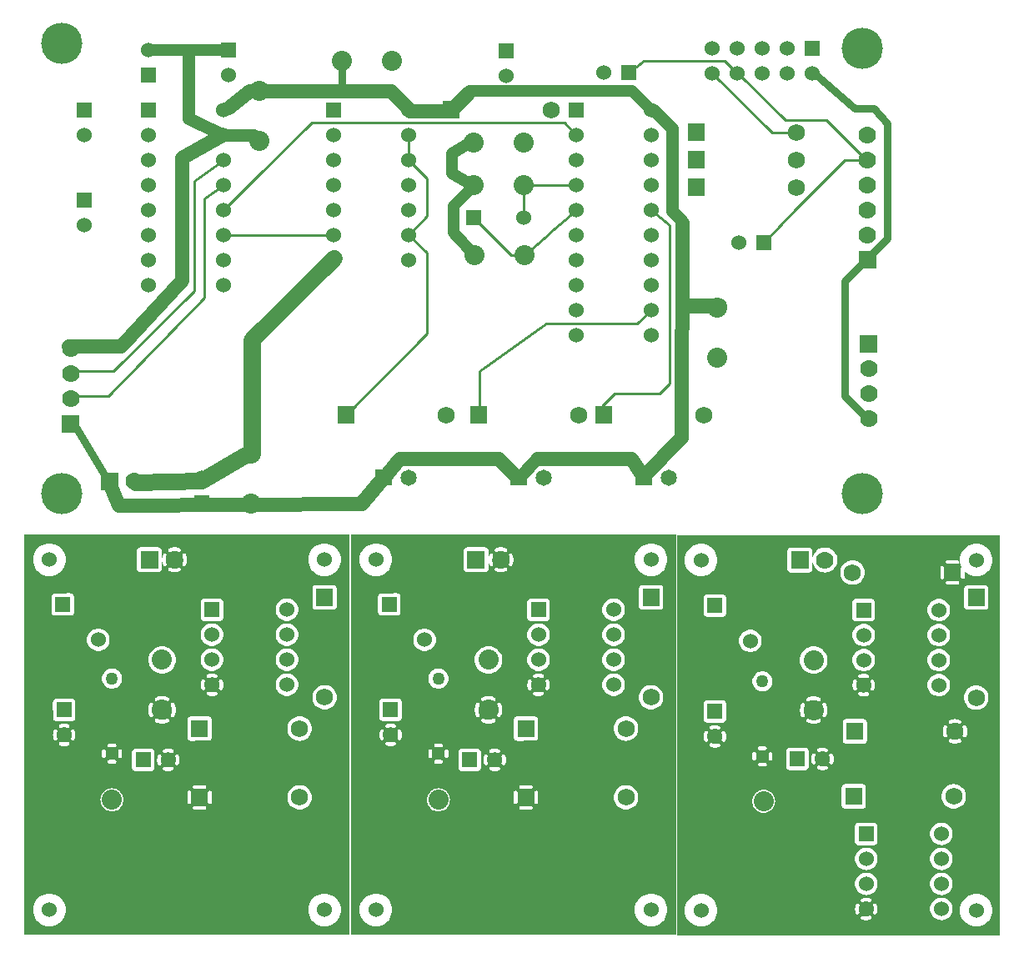
<source format=gbl>
G04 start of page 3 for group 1 idx 1 *
G04 Title: (unknown), ground *
G04 Creator: pcb 20110918 *
G04 CreationDate: Fri 24 Oct 2014 08:24:34 GMT UTC *
G04 For: ksarkies *
G04 Format: Gerber/RS-274X *
G04 PCB-Dimensions: 390000 370000 *
G04 PCB-Coordinate-Origin: lower left *
%MOIN*%
%FSLAX25Y25*%
%LNBOTTOM*%
%ADD56C,0.0280*%
%ADD55C,0.0430*%
%ADD54C,0.0200*%
%ADD53C,0.0440*%
%ADD52C,0.1140*%
%ADD51C,0.0350*%
%ADD50C,0.0380*%
%ADD49C,0.0280*%
%ADD48C,0.0850*%
%ADD47C,0.0800*%
%ADD46C,0.1650*%
%ADD45C,0.0680*%
%ADD44C,0.0800*%
%ADD43C,0.0700*%
%ADD42C,0.0650*%
%ADD41C,0.0500*%
%ADD40C,0.0450*%
%ADD39C,0.0600*%
%ADD38C,0.0300*%
%ADD37C,0.0550*%
%ADD36C,0.0100*%
%ADD35C,0.0001*%
G54D35*G36*
X119992Y160600D02*X130000D01*
Y600D01*
X119992D01*
Y4081D01*
X120000Y4080D01*
X121020Y4160D01*
X122015Y4399D01*
X122960Y4791D01*
X123832Y5325D01*
X124610Y5990D01*
X125275Y6768D01*
X125809Y7640D01*
X126201Y8585D01*
X126440Y9580D01*
X126500Y10600D01*
X126440Y11620D01*
X126201Y12615D01*
X125809Y13560D01*
X125275Y14432D01*
X124610Y15210D01*
X123832Y15875D01*
X122960Y16409D01*
X122015Y16801D01*
X121020Y17040D01*
X120000Y17120D01*
X119992Y17119D01*
Y90685D01*
X120000Y90685D01*
X120769Y90745D01*
X121519Y90925D01*
X122231Y91221D01*
X122889Y91624D01*
X123476Y92124D01*
X123976Y92711D01*
X124379Y93369D01*
X124675Y94081D01*
X124855Y94831D01*
X124900Y95600D01*
X124855Y96369D01*
X124675Y97119D01*
X124379Y97831D01*
X123976Y98489D01*
X123476Y99076D01*
X122889Y99576D01*
X122231Y99979D01*
X121519Y100275D01*
X120769Y100455D01*
X120000Y100515D01*
X119992Y100515D01*
Y130707D01*
X123635Y130714D01*
X123865Y130769D01*
X124083Y130859D01*
X124284Y130983D01*
X124464Y131136D01*
X124617Y131316D01*
X124741Y131517D01*
X124831Y131735D01*
X124886Y131965D01*
X124900Y132200D01*
X124886Y139235D01*
X124831Y139465D01*
X124741Y139683D01*
X124617Y139884D01*
X124464Y140064D01*
X124284Y140217D01*
X124083Y140341D01*
X123865Y140431D01*
X123635Y140486D01*
X123400Y140500D01*
X119992Y140493D01*
Y144081D01*
X120000Y144080D01*
X121020Y144160D01*
X122015Y144399D01*
X122960Y144791D01*
X123832Y145325D01*
X124610Y145990D01*
X125275Y146768D01*
X125809Y147640D01*
X126201Y148585D01*
X126440Y149580D01*
X126500Y150600D01*
X126440Y151620D01*
X126201Y152615D01*
X125809Y153560D01*
X125275Y154432D01*
X124610Y155210D01*
X123832Y155875D01*
X122960Y156409D01*
X122015Y156801D01*
X121020Y157040D01*
X120000Y157120D01*
X119992Y157119D01*
Y160600D01*
G37*
G36*
X109992D02*X119992D01*
Y157119D01*
X118980Y157040D01*
X117985Y156801D01*
X117040Y156409D01*
X116168Y155875D01*
X115390Y155210D01*
X114725Y154432D01*
X114191Y153560D01*
X113799Y152615D01*
X113560Y151620D01*
X113480Y150600D01*
X113560Y149580D01*
X113799Y148585D01*
X114191Y147640D01*
X114725Y146768D01*
X115390Y145990D01*
X116168Y145325D01*
X117040Y144791D01*
X117985Y144399D01*
X118980Y144160D01*
X119992Y144081D01*
Y140493D01*
X116365Y140486D01*
X116135Y140431D01*
X115917Y140341D01*
X115716Y140217D01*
X115536Y140064D01*
X115383Y139884D01*
X115259Y139683D01*
X115169Y139465D01*
X115114Y139235D01*
X115100Y139000D01*
X115114Y131965D01*
X115169Y131735D01*
X115259Y131517D01*
X115383Y131316D01*
X115536Y131136D01*
X115716Y130983D01*
X115917Y130859D01*
X116135Y130769D01*
X116365Y130714D01*
X116600Y130700D01*
X119992Y130707D01*
Y100515D01*
X119231Y100455D01*
X118481Y100275D01*
X117769Y99979D01*
X117111Y99576D01*
X116524Y99076D01*
X116024Y98489D01*
X115621Y97831D01*
X115325Y97119D01*
X115145Y96369D01*
X115085Y95600D01*
X115145Y94831D01*
X115325Y94081D01*
X115621Y93369D01*
X116024Y92711D01*
X116524Y92124D01*
X117111Y91624D01*
X117769Y91221D01*
X118481Y90925D01*
X119231Y90745D01*
X119992Y90685D01*
Y17119D01*
X118980Y17040D01*
X117985Y16801D01*
X117040Y16409D01*
X116168Y15875D01*
X115390Y15210D01*
X114725Y14432D01*
X114191Y13560D01*
X113799Y12615D01*
X113560Y11620D01*
X113480Y10600D01*
X113560Y9580D01*
X113799Y8585D01*
X114191Y7640D01*
X114725Y6768D01*
X115390Y5990D01*
X116168Y5325D01*
X117040Y4791D01*
X117985Y4399D01*
X118980Y4160D01*
X119992Y4081D01*
Y600D01*
X109992D01*
Y50685D01*
X110000Y50685D01*
X110769Y50745D01*
X111519Y50925D01*
X112231Y51221D01*
X112889Y51624D01*
X113476Y52124D01*
X113976Y52711D01*
X114379Y53369D01*
X114675Y54081D01*
X114855Y54831D01*
X114900Y55600D01*
X114855Y56369D01*
X114675Y57119D01*
X114379Y57831D01*
X113976Y58489D01*
X113476Y59076D01*
X112889Y59576D01*
X112231Y59979D01*
X111519Y60275D01*
X110769Y60455D01*
X110000Y60515D01*
X109992Y60515D01*
Y78185D01*
X110000Y78185D01*
X110769Y78245D01*
X111519Y78425D01*
X112231Y78721D01*
X112889Y79124D01*
X113476Y79624D01*
X113976Y80211D01*
X114379Y80869D01*
X114675Y81581D01*
X114855Y82331D01*
X114900Y83100D01*
X114855Y83869D01*
X114675Y84619D01*
X114379Y85331D01*
X113976Y85989D01*
X113476Y86576D01*
X112889Y87076D01*
X112231Y87479D01*
X111519Y87775D01*
X110769Y87955D01*
X110000Y88015D01*
X109992Y88015D01*
Y160600D01*
G37*
G36*
X104993D02*X109992D01*
Y88015D01*
X109231Y87955D01*
X108481Y87775D01*
X107769Y87479D01*
X107111Y87076D01*
X106524Y86576D01*
X106024Y85989D01*
X105621Y85331D01*
X105325Y84619D01*
X105145Y83869D01*
X105085Y83100D01*
X105145Y82331D01*
X105325Y81581D01*
X105621Y80869D01*
X106024Y80211D01*
X106524Y79624D01*
X107111Y79124D01*
X107769Y78721D01*
X108481Y78425D01*
X109231Y78245D01*
X109992Y78185D01*
Y60515D01*
X109231Y60455D01*
X108481Y60275D01*
X107769Y59979D01*
X107111Y59576D01*
X106524Y59076D01*
X106024Y58489D01*
X105621Y57831D01*
X105325Y57119D01*
X105145Y56369D01*
X105085Y55600D01*
X105145Y54831D01*
X105325Y54081D01*
X105621Y53369D01*
X106024Y52711D01*
X106524Y52124D01*
X107111Y51624D01*
X107769Y51221D01*
X108481Y50925D01*
X109231Y50745D01*
X109992Y50685D01*
Y600D01*
X104993D01*
Y96087D01*
X105000Y96086D01*
X105706Y96142D01*
X106395Y96307D01*
X107049Y96578D01*
X107653Y96948D01*
X108192Y97408D01*
X108652Y97947D01*
X109022Y98551D01*
X109293Y99205D01*
X109458Y99894D01*
X109500Y100600D01*
X109458Y101306D01*
X109293Y101995D01*
X109022Y102649D01*
X108652Y103253D01*
X108192Y103792D01*
X107653Y104252D01*
X107049Y104622D01*
X106395Y104893D01*
X105706Y105058D01*
X105000Y105114D01*
X104993Y105113D01*
Y106087D01*
X105000Y106086D01*
X105706Y106142D01*
X106395Y106307D01*
X107049Y106578D01*
X107653Y106948D01*
X108192Y107408D01*
X108652Y107947D01*
X109022Y108551D01*
X109293Y109205D01*
X109458Y109894D01*
X109500Y110600D01*
X109458Y111306D01*
X109293Y111995D01*
X109022Y112649D01*
X108652Y113253D01*
X108192Y113792D01*
X107653Y114252D01*
X107049Y114622D01*
X106395Y114893D01*
X105706Y115058D01*
X105000Y115114D01*
X104993Y115113D01*
Y116087D01*
X105000Y116086D01*
X105706Y116142D01*
X106395Y116307D01*
X107049Y116578D01*
X107653Y116948D01*
X108192Y117408D01*
X108652Y117947D01*
X109022Y118551D01*
X109293Y119205D01*
X109458Y119894D01*
X109500Y120600D01*
X109458Y121306D01*
X109293Y121995D01*
X109022Y122649D01*
X108652Y123253D01*
X108192Y123792D01*
X107653Y124252D01*
X107049Y124622D01*
X106395Y124893D01*
X105706Y125058D01*
X105000Y125114D01*
X104993Y125113D01*
Y126087D01*
X105000Y126086D01*
X105706Y126142D01*
X106395Y126307D01*
X107049Y126578D01*
X107653Y126948D01*
X108192Y127408D01*
X108652Y127947D01*
X109022Y128551D01*
X109293Y129205D01*
X109458Y129894D01*
X109500Y130600D01*
X109458Y131306D01*
X109293Y131995D01*
X109022Y132649D01*
X108652Y133253D01*
X108192Y133792D01*
X107653Y134252D01*
X107049Y134622D01*
X106395Y134893D01*
X105706Y135058D01*
X105000Y135114D01*
X104993Y135113D01*
Y160600D01*
G37*
G36*
X78613D02*X104993D01*
Y135113D01*
X104294Y135058D01*
X103605Y134893D01*
X102951Y134622D01*
X102347Y134252D01*
X101808Y133792D01*
X101348Y133253D01*
X100978Y132649D01*
X100707Y131995D01*
X100542Y131306D01*
X100486Y130600D01*
X100542Y129894D01*
X100707Y129205D01*
X100978Y128551D01*
X101348Y127947D01*
X101808Y127408D01*
X102347Y126948D01*
X102951Y126578D01*
X103605Y126307D01*
X104294Y126142D01*
X104993Y126087D01*
Y125113D01*
X104294Y125058D01*
X103605Y124893D01*
X102951Y124622D01*
X102347Y124252D01*
X101808Y123792D01*
X101348Y123253D01*
X100978Y122649D01*
X100707Y121995D01*
X100542Y121306D01*
X100486Y120600D01*
X100542Y119894D01*
X100707Y119205D01*
X100978Y118551D01*
X101348Y117947D01*
X101808Y117408D01*
X102347Y116948D01*
X102951Y116578D01*
X103605Y116307D01*
X104294Y116142D01*
X104993Y116087D01*
Y115113D01*
X104294Y115058D01*
X103605Y114893D01*
X102951Y114622D01*
X102347Y114252D01*
X101808Y113792D01*
X101348Y113253D01*
X100978Y112649D01*
X100707Y111995D01*
X100542Y111306D01*
X100486Y110600D01*
X100542Y109894D01*
X100707Y109205D01*
X100978Y108551D01*
X101348Y107947D01*
X101808Y107408D01*
X102347Y106948D01*
X102951Y106578D01*
X103605Y106307D01*
X104294Y106142D01*
X104993Y106087D01*
Y105113D01*
X104294Y105058D01*
X103605Y104893D01*
X102951Y104622D01*
X102347Y104252D01*
X101808Y103792D01*
X101348Y103253D01*
X100978Y102649D01*
X100707Y101995D01*
X100542Y101306D01*
X100486Y100600D01*
X100542Y99894D01*
X100707Y99205D01*
X100978Y98551D01*
X101348Y97947D01*
X101808Y97408D01*
X102347Y96948D01*
X102951Y96578D01*
X103605Y96307D01*
X104294Y96142D01*
X104993Y96087D01*
Y600D01*
X78613D01*
Y98453D01*
X78656Y98460D01*
X78768Y98497D01*
X78873Y98552D01*
X78968Y98622D01*
X79051Y98706D01*
X79119Y98802D01*
X79170Y98908D01*
X79318Y99316D01*
X79422Y99737D01*
X79484Y100167D01*
X79505Y100600D01*
X79484Y101033D01*
X79422Y101463D01*
X79318Y101884D01*
X79175Y102294D01*
X79122Y102400D01*
X79053Y102496D01*
X78970Y102581D01*
X78875Y102651D01*
X78769Y102706D01*
X78657Y102743D01*
X78613Y102751D01*
Y107902D01*
X78652Y107947D01*
X79022Y108551D01*
X79293Y109205D01*
X79458Y109894D01*
X79500Y110600D01*
X79458Y111306D01*
X79293Y111995D01*
X79022Y112649D01*
X78652Y113253D01*
X78613Y113298D01*
Y117902D01*
X78652Y117947D01*
X79022Y118551D01*
X79293Y119205D01*
X79458Y119894D01*
X79500Y120600D01*
X79458Y121306D01*
X79293Y121995D01*
X79022Y122649D01*
X78652Y123253D01*
X78613Y123298D01*
Y126230D01*
X78683Y126259D01*
X78884Y126383D01*
X79064Y126536D01*
X79217Y126716D01*
X79341Y126917D01*
X79431Y127135D01*
X79486Y127365D01*
X79500Y127600D01*
X79486Y133835D01*
X79431Y134065D01*
X79341Y134283D01*
X79217Y134484D01*
X79064Y134664D01*
X78884Y134817D01*
X78683Y134941D01*
X78613Y134970D01*
Y160600D01*
G37*
G36*
Y123298D02*X78192Y123792D01*
X77653Y124252D01*
X77049Y124622D01*
X76395Y124893D01*
X75706Y125058D01*
X75000Y125114D01*
Y126107D01*
X78235Y126114D01*
X78465Y126169D01*
X78613Y126230D01*
Y123298D01*
G37*
G36*
Y113298D02*X78192Y113792D01*
X77653Y114252D01*
X77049Y114622D01*
X76395Y114893D01*
X75706Y115058D01*
X75000Y115114D01*
Y116086D01*
X75706Y116142D01*
X76395Y116307D01*
X77049Y116578D01*
X77653Y116948D01*
X78192Y117408D01*
X78613Y117902D01*
Y113298D01*
G37*
G36*
Y600D02*X75000D01*
Y96095D01*
X75433Y96116D01*
X75863Y96178D01*
X76284Y96282D01*
X76694Y96425D01*
X76800Y96478D01*
X76896Y96547D01*
X76981Y96630D01*
X77051Y96725D01*
X77106Y96831D01*
X77143Y96943D01*
X77163Y97060D01*
X77164Y97179D01*
X77146Y97296D01*
X77110Y97409D01*
X77057Y97515D01*
X76988Y97612D01*
X76905Y97696D01*
X76809Y97767D01*
X76704Y97821D01*
X76592Y97859D01*
X76475Y97878D01*
X76356Y97879D01*
X76239Y97861D01*
X76126Y97823D01*
X75855Y97724D01*
X75575Y97656D01*
X75289Y97614D01*
X75000Y97600D01*
Y103600D01*
X75289Y103586D01*
X75575Y103544D01*
X75855Y103476D01*
X76128Y103380D01*
X76239Y103342D01*
X76356Y103325D01*
X76474Y103325D01*
X76591Y103345D01*
X76703Y103382D01*
X76807Y103436D01*
X76902Y103506D01*
X76985Y103591D01*
X77054Y103687D01*
X77107Y103792D01*
X77143Y103905D01*
X77160Y104021D01*
X77159Y104139D01*
X77140Y104256D01*
X77103Y104368D01*
X77048Y104473D01*
X76978Y104568D01*
X76894Y104651D01*
X76798Y104719D01*
X76692Y104770D01*
X76284Y104918D01*
X75863Y105022D01*
X75433Y105084D01*
X75000Y105105D01*
Y106086D01*
X75706Y106142D01*
X76395Y106307D01*
X77049Y106578D01*
X77653Y106948D01*
X78192Y107408D01*
X78613Y107902D01*
Y102751D01*
X78540Y102763D01*
X78421Y102764D01*
X78304Y102746D01*
X78191Y102710D01*
X78085Y102657D01*
X77988Y102588D01*
X77904Y102505D01*
X77833Y102409D01*
X77779Y102304D01*
X77741Y102192D01*
X77722Y102075D01*
X77721Y101956D01*
X77739Y101839D01*
X77777Y101726D01*
X77876Y101455D01*
X77944Y101175D01*
X77986Y100889D01*
X78000Y100600D01*
X77986Y100311D01*
X77944Y100025D01*
X77876Y99745D01*
X77780Y99472D01*
X77742Y99361D01*
X77725Y99244D01*
X77725Y99126D01*
X77745Y99009D01*
X77782Y98897D01*
X77836Y98793D01*
X77906Y98698D01*
X77991Y98615D01*
X78087Y98546D01*
X78192Y98493D01*
X78305Y98457D01*
X78421Y98440D01*
X78539Y98441D01*
X78613Y98453D01*
Y600D01*
G37*
G36*
X75000Y160600D02*X78613D01*
Y134970D01*
X78465Y135031D01*
X78235Y135086D01*
X78000Y135100D01*
X75000Y135093D01*
Y160600D01*
G37*
G36*
X74150Y96176D02*X74567Y96116D01*
X75000Y96095D01*
Y600D01*
X74150D01*
Y52948D01*
X74268Y52957D01*
X74382Y52985D01*
X74492Y53030D01*
X74592Y53091D01*
X74682Y53168D01*
X74759Y53258D01*
X74820Y53358D01*
X74865Y53468D01*
X74893Y53582D01*
X74900Y53700D01*
Y57500D01*
X74893Y57618D01*
X74865Y57732D01*
X74820Y57842D01*
X74759Y57942D01*
X74682Y58032D01*
X74592Y58109D01*
X74492Y58170D01*
X74382Y58215D01*
X74268Y58243D01*
X74150Y58252D01*
Y78400D01*
X74284Y78483D01*
X74464Y78636D01*
X74617Y78816D01*
X74741Y79017D01*
X74831Y79235D01*
X74886Y79465D01*
X74900Y79700D01*
X74886Y86735D01*
X74831Y86965D01*
X74741Y87183D01*
X74617Y87384D01*
X74464Y87564D01*
X74284Y87717D01*
X74150Y87800D01*
Y96176D01*
G37*
G36*
Y103477D02*X74425Y103544D01*
X74711Y103586D01*
X75000Y103600D01*
Y97600D01*
X74711Y97614D01*
X74425Y97656D01*
X74150Y97723D01*
Y103477D01*
G37*
G36*
Y106176D02*X74294Y106142D01*
X75000Y106086D01*
Y105105D01*
X74567Y105084D01*
X74150Y105024D01*
Y106176D01*
G37*
G36*
Y116176D02*X74294Y116142D01*
X75000Y116086D01*
Y115114D01*
X74294Y115058D01*
X74150Y115024D01*
Y116176D01*
G37*
G36*
Y126105D02*X75000Y126107D01*
Y125114D01*
X74294Y125058D01*
X74150Y125024D01*
Y126105D01*
G37*
G36*
Y160600D02*X75000D01*
Y135093D01*
X74150Y135091D01*
Y160600D01*
G37*
G36*
Y600D02*X70000D01*
Y50700D01*
X71900D01*
X72018Y50707D01*
X72132Y50735D01*
X72242Y50780D01*
X72342Y50841D01*
X72432Y50918D01*
X72509Y51008D01*
X72570Y51108D01*
X72615Y51218D01*
X72643Y51332D01*
X72652Y51450D01*
X72643Y51568D01*
X72615Y51682D01*
X72570Y51792D01*
X72509Y51892D01*
X72432Y51982D01*
X72342Y52059D01*
X72242Y52120D01*
X72132Y52165D01*
X72018Y52193D01*
X71900Y52200D01*
X70000D01*
Y59000D01*
X71900D01*
X72018Y59007D01*
X72132Y59035D01*
X72242Y59080D01*
X72342Y59141D01*
X72432Y59218D01*
X72509Y59308D01*
X72570Y59408D01*
X72615Y59518D01*
X72643Y59632D01*
X72652Y59750D01*
X72643Y59868D01*
X72615Y59982D01*
X72570Y60092D01*
X72509Y60192D01*
X72432Y60282D01*
X72342Y60359D01*
X72242Y60420D01*
X72132Y60465D01*
X72018Y60493D01*
X71900Y60500D01*
X70000D01*
Y78207D01*
X73635Y78214D01*
X73865Y78269D01*
X74083Y78359D01*
X74150Y78400D01*
Y58252D01*
X74032Y58243D01*
X73918Y58215D01*
X73808Y58170D01*
X73708Y58109D01*
X73618Y58032D01*
X73541Y57942D01*
X73480Y57842D01*
X73435Y57732D01*
X73407Y57618D01*
X73400Y57500D01*
Y53700D01*
X73407Y53582D01*
X73435Y53468D01*
X73480Y53358D01*
X73541Y53258D01*
X73618Y53168D01*
X73708Y53091D01*
X73808Y53030D01*
X73918Y52985D01*
X74032Y52957D01*
X74150Y52948D01*
Y600D01*
G37*
G36*
X71387Y107902D02*X71808Y107408D01*
X72347Y106948D01*
X72951Y106578D01*
X73605Y106307D01*
X74150Y106176D01*
Y105024D01*
X74137Y105022D01*
X73716Y104918D01*
X73306Y104775D01*
X73200Y104722D01*
X73104Y104653D01*
X73019Y104570D01*
X72949Y104475D01*
X72894Y104369D01*
X72857Y104257D01*
X72837Y104140D01*
X72836Y104021D01*
X72854Y103904D01*
X72890Y103791D01*
X72943Y103685D01*
X73012Y103588D01*
X73095Y103504D01*
X73191Y103433D01*
X73296Y103379D01*
X73408Y103341D01*
X73525Y103322D01*
X73644Y103321D01*
X73761Y103339D01*
X73874Y103377D01*
X74145Y103476D01*
X74150Y103477D01*
Y97723D01*
X74145Y97724D01*
X73872Y97820D01*
X73761Y97858D01*
X73644Y97875D01*
X73526Y97875D01*
X73409Y97855D01*
X73297Y97818D01*
X73193Y97764D01*
X73098Y97694D01*
X73015Y97609D01*
X72946Y97513D01*
X72893Y97408D01*
X72857Y97295D01*
X72840Y97179D01*
X72841Y97061D01*
X72860Y96944D01*
X72897Y96832D01*
X72952Y96727D01*
X73022Y96632D01*
X73106Y96549D01*
X73202Y96481D01*
X73308Y96430D01*
X73716Y96282D01*
X74137Y96178D01*
X74150Y96176D01*
Y87800D01*
X74083Y87841D01*
X73865Y87931D01*
X73635Y87986D01*
X73400Y88000D01*
X71387Y87996D01*
Y98449D01*
X71460Y98437D01*
X71579Y98436D01*
X71696Y98454D01*
X71809Y98490D01*
X71915Y98543D01*
X72012Y98612D01*
X72096Y98695D01*
X72167Y98791D01*
X72221Y98896D01*
X72259Y99008D01*
X72278Y99125D01*
X72279Y99244D01*
X72261Y99361D01*
X72223Y99474D01*
X72124Y99745D01*
X72056Y100025D01*
X72014Y100311D01*
X72000Y100600D01*
X72014Y100889D01*
X72056Y101175D01*
X72124Y101455D01*
X72220Y101728D01*
X72258Y101839D01*
X72275Y101956D01*
X72275Y102074D01*
X72255Y102191D01*
X72218Y102303D01*
X72164Y102407D01*
X72094Y102502D01*
X72009Y102585D01*
X71913Y102654D01*
X71808Y102707D01*
X71695Y102743D01*
X71579Y102760D01*
X71461Y102759D01*
X71387Y102747D01*
Y107902D01*
G37*
G36*
Y117902D02*X71808Y117408D01*
X72347Y116948D01*
X72951Y116578D01*
X73605Y116307D01*
X74150Y116176D01*
Y115024D01*
X73605Y114893D01*
X72951Y114622D01*
X72347Y114252D01*
X71808Y113792D01*
X71387Y113298D01*
Y117902D01*
G37*
G36*
Y126230D02*X71535Y126169D01*
X71765Y126114D01*
X72000Y126100D01*
X74150Y126105D01*
Y125024D01*
X73605Y124893D01*
X72951Y124622D01*
X72347Y124252D01*
X71808Y123792D01*
X71387Y123298D01*
Y126230D01*
G37*
G36*
Y160600D02*X74150D01*
Y135091D01*
X71765Y135086D01*
X71535Y135031D01*
X71387Y134970D01*
Y160600D01*
G37*
G36*
X70000D02*X71387D01*
Y134970D01*
X71317Y134941D01*
X71116Y134817D01*
X70936Y134664D01*
X70783Y134484D01*
X70659Y134283D01*
X70569Y134065D01*
X70514Y133835D01*
X70500Y133600D01*
X70514Y127365D01*
X70569Y127135D01*
X70659Y126917D01*
X70783Y126716D01*
X70936Y126536D01*
X71116Y126383D01*
X71317Y126259D01*
X71387Y126230D01*
Y123298D01*
X71348Y123253D01*
X70978Y122649D01*
X70707Y121995D01*
X70542Y121306D01*
X70486Y120600D01*
X70542Y119894D01*
X70707Y119205D01*
X70978Y118551D01*
X71348Y117947D01*
X71387Y117902D01*
Y113298D01*
X71348Y113253D01*
X70978Y112649D01*
X70707Y111995D01*
X70542Y111306D01*
X70486Y110600D01*
X70542Y109894D01*
X70707Y109205D01*
X70978Y108551D01*
X71348Y107947D01*
X71387Y107902D01*
Y102747D01*
X71344Y102740D01*
X71232Y102703D01*
X71127Y102648D01*
X71032Y102578D01*
X70949Y102494D01*
X70881Y102398D01*
X70830Y102292D01*
X70682Y101884D01*
X70578Y101463D01*
X70516Y101033D01*
X70495Y100600D01*
X70516Y100167D01*
X70578Y99737D01*
X70682Y99316D01*
X70825Y98906D01*
X70878Y98800D01*
X70947Y98704D01*
X71030Y98619D01*
X71125Y98549D01*
X71231Y98494D01*
X71343Y98457D01*
X71387Y98449D01*
Y87996D01*
X70000Y87993D01*
Y160600D01*
G37*
G36*
X65850Y78400D02*X65917Y78359D01*
X66135Y78269D01*
X66365Y78214D01*
X66600Y78200D01*
X70000Y78207D01*
Y60500D01*
X68100D01*
X67982Y60493D01*
X67868Y60465D01*
X67758Y60420D01*
X67658Y60359D01*
X67568Y60282D01*
X67491Y60192D01*
X67430Y60092D01*
X67385Y59982D01*
X67357Y59868D01*
X67348Y59750D01*
X67357Y59632D01*
X67385Y59518D01*
X67430Y59408D01*
X67491Y59308D01*
X67568Y59218D01*
X67658Y59141D01*
X67758Y59080D01*
X67868Y59035D01*
X67982Y59007D01*
X68100Y59000D01*
X70000D01*
Y52200D01*
X68100D01*
X67982Y52193D01*
X67868Y52165D01*
X67758Y52120D01*
X67658Y52059D01*
X67568Y51982D01*
X67491Y51892D01*
X67430Y51792D01*
X67385Y51682D01*
X67357Y51568D01*
X67348Y51450D01*
X67357Y51332D01*
X67385Y51218D01*
X67430Y51108D01*
X67491Y51008D01*
X67568Y50918D01*
X67658Y50841D01*
X67758Y50780D01*
X67868Y50735D01*
X67982Y50707D01*
X68100Y50700D01*
X70000D01*
Y600D01*
X65850D01*
Y52948D01*
X65968Y52957D01*
X66082Y52985D01*
X66192Y53030D01*
X66292Y53091D01*
X66382Y53168D01*
X66459Y53258D01*
X66520Y53358D01*
X66565Y53468D01*
X66593Y53582D01*
X66600Y53700D01*
Y57500D01*
X66593Y57618D01*
X66565Y57732D01*
X66520Y57842D01*
X66459Y57942D01*
X66382Y58032D01*
X66292Y58109D01*
X66192Y58170D01*
X66082Y58215D01*
X65968Y58243D01*
X65850Y58252D01*
Y78400D01*
G37*
G36*
Y160600D02*X70000D01*
Y87993D01*
X66365Y87986D01*
X66135Y87931D01*
X65917Y87841D01*
X65850Y87800D01*
Y160600D01*
G37*
G36*
X64051D02*X65850D01*
Y87800D01*
X65716Y87717D01*
X65536Y87564D01*
X65383Y87384D01*
X65259Y87183D01*
X65169Y86965D01*
X65114Y86735D01*
X65100Y86500D01*
X65114Y79465D01*
X65169Y79235D01*
X65259Y79017D01*
X65383Y78816D01*
X65536Y78636D01*
X65716Y78483D01*
X65850Y78400D01*
Y58252D01*
X65732Y58243D01*
X65618Y58215D01*
X65508Y58170D01*
X65408Y58109D01*
X65318Y58032D01*
X65241Y57942D01*
X65180Y57842D01*
X65135Y57732D01*
X65107Y57618D01*
X65100Y57500D01*
Y53700D01*
X65107Y53582D01*
X65135Y53468D01*
X65180Y53358D01*
X65241Y53258D01*
X65318Y53168D01*
X65408Y53091D01*
X65508Y53030D01*
X65618Y52985D01*
X65732Y52957D01*
X65850Y52948D01*
Y600D01*
X64051D01*
Y148094D01*
X64119Y148113D01*
X64226Y148162D01*
X64324Y148228D01*
X64411Y148308D01*
X64484Y148401D01*
X64540Y148504D01*
X64725Y148948D01*
X64862Y149409D01*
X64954Y149881D01*
X65000Y150360D01*
Y150840D01*
X64954Y151319D01*
X64862Y151791D01*
X64725Y152252D01*
X64545Y152698D01*
X64487Y152802D01*
X64414Y152895D01*
X64327Y152975D01*
X64228Y153041D01*
X64120Y153091D01*
X64051Y153110D01*
Y160600D01*
G37*
G36*
X61113D02*X64051D01*
Y153110D01*
X64006Y153123D01*
X63888Y153137D01*
X63769Y153132D01*
X63653Y153109D01*
X63542Y153068D01*
X63438Y153010D01*
X63345Y152936D01*
X63265Y152849D01*
X63199Y152750D01*
X63149Y152643D01*
X63117Y152528D01*
X63103Y152411D01*
X63108Y152292D01*
X63131Y152176D01*
X63174Y152065D01*
X63304Y151755D01*
X63399Y151433D01*
X63464Y151103D01*
X63496Y150768D01*
Y150432D01*
X63464Y150097D01*
X63399Y149767D01*
X63304Y149445D01*
X63178Y149133D01*
X63135Y149023D01*
X63112Y148908D01*
X63107Y148790D01*
X63121Y148672D01*
X63153Y148559D01*
X63202Y148452D01*
X63268Y148353D01*
X63348Y148267D01*
X63440Y148193D01*
X63543Y148136D01*
X63654Y148095D01*
X63770Y148072D01*
X63888Y148067D01*
X64005Y148081D01*
X64051Y148094D01*
Y600D01*
X61113D01*
Y68453D01*
X61156Y68460D01*
X61268Y68497D01*
X61373Y68552D01*
X61468Y68622D01*
X61551Y68706D01*
X61619Y68802D01*
X61670Y68908D01*
X61818Y69316D01*
X61922Y69737D01*
X61984Y70167D01*
X62005Y70600D01*
X61984Y71033D01*
X61922Y71463D01*
X61818Y71884D01*
X61675Y72294D01*
X61622Y72400D01*
X61553Y72496D01*
X61470Y72581D01*
X61375Y72651D01*
X61269Y72706D01*
X61157Y72743D01*
X61113Y72751D01*
Y145723D01*
X61191Y145738D01*
X61652Y145875D01*
X62098Y146055D01*
X62202Y146113D01*
X62295Y146186D01*
X62375Y146273D01*
X62441Y146372D01*
X62491Y146480D01*
X62523Y146594D01*
X62537Y146712D01*
X62532Y146831D01*
X62509Y146947D01*
X62468Y147058D01*
X62410Y147162D01*
X62336Y147255D01*
X62249Y147335D01*
X62150Y147401D01*
X62043Y147451D01*
X61928Y147483D01*
X61811Y147497D01*
X61692Y147492D01*
X61576Y147469D01*
X61465Y147426D01*
X61155Y147296D01*
X61113Y147284D01*
Y153916D01*
X61155Y153904D01*
X61467Y153778D01*
X61577Y153735D01*
X61692Y153712D01*
X61810Y153707D01*
X61928Y153721D01*
X62041Y153753D01*
X62148Y153802D01*
X62247Y153868D01*
X62333Y153948D01*
X62407Y154040D01*
X62464Y154143D01*
X62505Y154254D01*
X62528Y154370D01*
X62533Y154488D01*
X62519Y154605D01*
X62487Y154719D01*
X62438Y154826D01*
X62372Y154924D01*
X62292Y155011D01*
X62199Y155084D01*
X62096Y155140D01*
X61652Y155325D01*
X61191Y155462D01*
X61113Y155477D01*
Y160600D01*
G37*
G36*
Y147284D02*X60833Y147201D01*
X60503Y147136D01*
X60168Y147104D01*
X60002D01*
Y154096D01*
X60168D01*
X60503Y154064D01*
X60833Y153999D01*
X61113Y153916D01*
Y147284D01*
G37*
G36*
Y600D02*X60002D01*
Y88321D01*
X60122Y88580D01*
X60289Y89069D01*
X60409Y89572D01*
X60482Y90084D01*
X60506Y90600D01*
X60482Y91116D01*
X60409Y91628D01*
X60289Y92131D01*
X60122Y92620D01*
X60002Y92887D01*
Y108304D01*
X60247Y108895D01*
X60449Y109737D01*
X60500Y110600D01*
X60449Y111463D01*
X60247Y112305D01*
X60002Y112896D01*
Y145600D01*
X60240D01*
X60719Y145646D01*
X61113Y145723D01*
Y72751D01*
X61040Y72763D01*
X60921Y72764D01*
X60804Y72746D01*
X60691Y72710D01*
X60585Y72657D01*
X60488Y72588D01*
X60404Y72505D01*
X60333Y72409D01*
X60279Y72304D01*
X60241Y72192D01*
X60222Y72075D01*
X60221Y71956D01*
X60239Y71839D01*
X60277Y71726D01*
X60376Y71455D01*
X60444Y71175D01*
X60486Y70889D01*
X60500Y70600D01*
X60486Y70311D01*
X60444Y70025D01*
X60376Y69745D01*
X60280Y69472D01*
X60242Y69361D01*
X60225Y69244D01*
X60225Y69126D01*
X60245Y69009D01*
X60282Y68897D01*
X60336Y68793D01*
X60406Y68698D01*
X60491Y68615D01*
X60587Y68546D01*
X60692Y68493D01*
X60805Y68457D01*
X60921Y68440D01*
X61039Y68441D01*
X61113Y68453D01*
Y600D01*
G37*
G36*
X60002Y160600D02*X61113D01*
Y155477D01*
X60719Y155554D01*
X60240Y155600D01*
X60002D01*
Y160600D01*
G37*
G36*
Y600D02*X57502D01*
Y66095D01*
X57933Y66116D01*
X58363Y66178D01*
X58784Y66282D01*
X59194Y66425D01*
X59300Y66478D01*
X59396Y66547D01*
X59481Y66630D01*
X59551Y66725D01*
X59606Y66831D01*
X59643Y66943D01*
X59663Y67060D01*
X59664Y67179D01*
X59646Y67296D01*
X59610Y67409D01*
X59557Y67515D01*
X59488Y67612D01*
X59405Y67696D01*
X59309Y67767D01*
X59204Y67821D01*
X59092Y67859D01*
X58975Y67878D01*
X58856Y67879D01*
X58739Y67861D01*
X58626Y67823D01*
X58355Y67724D01*
X58075Y67656D01*
X57789Y67614D01*
X57502Y67600D01*
Y73600D01*
X57789Y73586D01*
X58075Y73544D01*
X58355Y73476D01*
X58628Y73380D01*
X58739Y73342D01*
X58856Y73325D01*
X58974Y73325D01*
X59091Y73345D01*
X59203Y73382D01*
X59307Y73436D01*
X59402Y73506D01*
X59485Y73591D01*
X59554Y73687D01*
X59607Y73792D01*
X59643Y73905D01*
X59660Y74021D01*
X59659Y74139D01*
X59640Y74256D01*
X59603Y74368D01*
X59548Y74473D01*
X59478Y74568D01*
X59394Y74651D01*
X59298Y74719D01*
X59192Y74770D01*
X58784Y74918D01*
X58363Y75022D01*
X57933Y75084D01*
X57502Y75105D01*
Y85696D01*
X57593Y85751D01*
X57684Y85828D01*
X57761Y85918D01*
X57823Y86020D01*
X57869Y86129D01*
X57897Y86245D01*
X57906Y86363D01*
X57897Y86481D01*
X57870Y86597D01*
X57824Y86707D01*
X57762Y86808D01*
X57686Y86898D01*
X57595Y86976D01*
X57502Y87033D01*
Y94172D01*
X57593Y94228D01*
X57682Y94305D01*
X57759Y94395D01*
X57820Y94495D01*
X57865Y94604D01*
X57893Y94719D01*
X57902Y94837D01*
X57892Y94955D01*
X57865Y95069D01*
X57819Y95178D01*
X57757Y95279D01*
X57681Y95369D01*
X57591Y95445D01*
X57502Y95497D01*
Y105683D01*
X57505Y105684D01*
X58243Y106137D01*
X58901Y106699D01*
X59463Y107357D01*
X59916Y108095D01*
X60002Y108304D01*
Y92887D01*
X59910Y93092D01*
X59849Y93193D01*
X59772Y93284D01*
X59682Y93361D01*
X59580Y93423D01*
X59471Y93469D01*
X59355Y93497D01*
X59237Y93506D01*
X59119Y93497D01*
X59003Y93470D01*
X58893Y93424D01*
X58792Y93362D01*
X58702Y93286D01*
X58624Y93195D01*
X58562Y93094D01*
X58516Y92985D01*
X58489Y92869D01*
X58479Y92751D01*
X58488Y92632D01*
X58516Y92517D01*
X58563Y92408D01*
X58721Y92068D01*
X58842Y91712D01*
X58930Y91347D01*
X58982Y90975D01*
X59000Y90600D01*
X58982Y90225D01*
X58930Y89853D01*
X58842Y89488D01*
X58721Y89132D01*
X58567Y88790D01*
X58520Y88682D01*
X58493Y88567D01*
X58483Y88449D01*
X58493Y88332D01*
X58521Y88217D01*
X58566Y88108D01*
X58628Y88007D01*
X58705Y87918D01*
X58795Y87841D01*
X58895Y87780D01*
X59004Y87735D01*
X59119Y87707D01*
X59237Y87698D01*
X59355Y87708D01*
X59469Y87735D01*
X59578Y87781D01*
X59679Y87843D01*
X59769Y87919D01*
X59845Y88009D01*
X59905Y88111D01*
X60002Y88321D01*
Y600D01*
G37*
G36*
X57502Y95497D02*X57489Y95505D01*
X57020Y95722D01*
X56531Y95889D01*
X56028Y96009D01*
X55516Y96082D01*
X55002Y96106D01*
Y105083D01*
X55863Y105151D01*
X56705Y105353D01*
X57502Y105683D01*
Y95497D01*
G37*
G36*
Y87033D02*X57494Y87038D01*
X57385Y87084D01*
X57269Y87111D01*
X57151Y87121D01*
X57032Y87112D01*
X56917Y87084D01*
X56808Y87037D01*
X56468Y86879D01*
X56112Y86758D01*
X55747Y86670D01*
X55375Y86618D01*
X55002Y86600D01*
Y94600D01*
X55375Y94582D01*
X55747Y94530D01*
X56112Y94442D01*
X56468Y94321D01*
X56810Y94167D01*
X56918Y94120D01*
X57033Y94093D01*
X57151Y94083D01*
X57268Y94093D01*
X57383Y94121D01*
X57492Y94166D01*
X57502Y94172D01*
Y87033D01*
G37*
G36*
Y600D02*X55002D01*
Y85094D01*
X55516Y85118D01*
X56028Y85191D01*
X56531Y85311D01*
X57020Y85478D01*
X57492Y85690D01*
X57502Y85696D01*
Y75105D01*
X57500Y75105D01*
X57067Y75084D01*
X56637Y75022D01*
X56216Y74918D01*
X55806Y74775D01*
X55700Y74722D01*
X55604Y74653D01*
X55519Y74570D01*
X55449Y74475D01*
X55394Y74369D01*
X55357Y74257D01*
X55337Y74140D01*
X55336Y74021D01*
X55354Y73904D01*
X55390Y73791D01*
X55443Y73685D01*
X55512Y73588D01*
X55595Y73504D01*
X55691Y73433D01*
X55796Y73379D01*
X55908Y73341D01*
X56025Y73322D01*
X56144Y73321D01*
X56261Y73339D01*
X56374Y73377D01*
X56645Y73476D01*
X56925Y73544D01*
X57211Y73586D01*
X57500Y73600D01*
X57502Y73600D01*
Y67600D01*
X57500Y67600D01*
X57211Y67614D01*
X56925Y67656D01*
X56645Y67724D01*
X56372Y67820D01*
X56261Y67858D01*
X56144Y67875D01*
X56026Y67875D01*
X55909Y67855D01*
X55797Y67818D01*
X55693Y67764D01*
X55598Y67694D01*
X55515Y67609D01*
X55446Y67513D01*
X55393Y67408D01*
X55357Y67295D01*
X55340Y67179D01*
X55341Y67061D01*
X55360Y66944D01*
X55397Y66832D01*
X55452Y66727D01*
X55522Y66632D01*
X55606Y66549D01*
X55702Y66481D01*
X55808Y66430D01*
X56216Y66282D01*
X56637Y66178D01*
X57067Y66116D01*
X57500Y66095D01*
X57502Y66095D01*
Y600D01*
G37*
G36*
X53887Y94442D02*X53888Y94442D01*
X54253Y94530D01*
X54625Y94582D01*
X55000Y94600D01*
X55002Y94600D01*
Y86600D01*
X55000Y86600D01*
X54625Y86618D01*
X54253Y86670D01*
X53888Y86758D01*
X53887Y86758D01*
Y94442D01*
G37*
G36*
Y105211D02*X54137Y105151D01*
X55000Y105083D01*
X55002Y105083D01*
Y96106D01*
X55000Y96106D01*
X54484Y96082D01*
X53972Y96009D01*
X53887Y95989D01*
Y105211D01*
G37*
G36*
X55002Y600D02*X53887D01*
Y68449D01*
X53960Y68437D01*
X54079Y68436D01*
X54196Y68454D01*
X54309Y68490D01*
X54415Y68543D01*
X54512Y68612D01*
X54596Y68695D01*
X54667Y68791D01*
X54721Y68896D01*
X54759Y69008D01*
X54778Y69125D01*
X54779Y69244D01*
X54761Y69361D01*
X54723Y69474D01*
X54624Y69745D01*
X54556Y70025D01*
X54514Y70311D01*
X54500Y70600D01*
X54514Y70889D01*
X54556Y71175D01*
X54624Y71455D01*
X54720Y71728D01*
X54758Y71839D01*
X54775Y71956D01*
X54775Y72074D01*
X54755Y72191D01*
X54718Y72303D01*
X54664Y72407D01*
X54594Y72502D01*
X54509Y72585D01*
X54413Y72654D01*
X54308Y72707D01*
X54195Y72743D01*
X54079Y72760D01*
X53961Y72759D01*
X53887Y72747D01*
Y85211D01*
X53972Y85191D01*
X54484Y85118D01*
X55000Y85094D01*
X55002Y85094D01*
Y600D01*
G37*
G36*
X53887D02*X50000D01*
Y66112D01*
X50735Y66114D01*
X50965Y66169D01*
X51183Y66259D01*
X51384Y66383D01*
X51564Y66536D01*
X51717Y66716D01*
X51841Y66917D01*
X51931Y67135D01*
X51986Y67365D01*
X52000Y67600D01*
X51986Y73835D01*
X51931Y74065D01*
X51841Y74283D01*
X51717Y74484D01*
X51564Y74664D01*
X51384Y74817D01*
X51183Y74941D01*
X50965Y75031D01*
X50735Y75086D01*
X50500Y75100D01*
X50000Y75099D01*
Y88308D01*
X50090Y88108D01*
X50151Y88007D01*
X50228Y87916D01*
X50318Y87839D01*
X50420Y87777D01*
X50529Y87731D01*
X50645Y87703D01*
X50763Y87694D01*
X50881Y87703D01*
X50997Y87730D01*
X51107Y87776D01*
X51208Y87838D01*
X51298Y87914D01*
X51376Y88005D01*
X51438Y88106D01*
X51484Y88215D01*
X51511Y88331D01*
X51521Y88449D01*
X51512Y88568D01*
X51484Y88683D01*
X51437Y88792D01*
X51279Y89132D01*
X51158Y89488D01*
X51070Y89853D01*
X51018Y90225D01*
X51000Y90600D01*
X51018Y90975D01*
X51070Y91347D01*
X51158Y91712D01*
X51279Y92068D01*
X51433Y92410D01*
X51480Y92518D01*
X51507Y92633D01*
X51517Y92751D01*
X51507Y92868D01*
X51479Y92983D01*
X51434Y93092D01*
X51372Y93193D01*
X51295Y93282D01*
X51205Y93359D01*
X51105Y93420D01*
X50996Y93465D01*
X50881Y93493D01*
X50763Y93502D01*
X50645Y93492D01*
X50531Y93465D01*
X50422Y93419D01*
X50321Y93357D01*
X50231Y93281D01*
X50155Y93191D01*
X50095Y93089D01*
X50000Y92883D01*
Y108299D01*
X50084Y108095D01*
X50537Y107357D01*
X51099Y106699D01*
X51757Y106137D01*
X52495Y105684D01*
X53295Y105353D01*
X53887Y105211D01*
Y95989D01*
X53469Y95889D01*
X52980Y95722D01*
X52508Y95510D01*
X52407Y95449D01*
X52316Y95372D01*
X52239Y95282D01*
X52177Y95180D01*
X52131Y95071D01*
X52103Y94955D01*
X52094Y94837D01*
X52103Y94719D01*
X52130Y94603D01*
X52176Y94493D01*
X52238Y94392D01*
X52314Y94302D01*
X52405Y94224D01*
X52506Y94162D01*
X52615Y94116D01*
X52731Y94089D01*
X52849Y94079D01*
X52968Y94088D01*
X53083Y94116D01*
X53192Y94163D01*
X53532Y94321D01*
X53887Y94442D01*
Y86758D01*
X53532Y86879D01*
X53190Y87033D01*
X53082Y87080D01*
X52967Y87107D01*
X52849Y87117D01*
X52732Y87107D01*
X52617Y87079D01*
X52508Y87034D01*
X52407Y86972D01*
X52318Y86895D01*
X52241Y86805D01*
X52180Y86705D01*
X52135Y86596D01*
X52107Y86481D01*
X52098Y86363D01*
X52108Y86245D01*
X52135Y86131D01*
X52181Y86022D01*
X52243Y85921D01*
X52319Y85831D01*
X52409Y85755D01*
X52511Y85695D01*
X52980Y85478D01*
X53469Y85311D01*
X53887Y85211D01*
Y72747D01*
X53844Y72740D01*
X53732Y72703D01*
X53627Y72648D01*
X53532Y72578D01*
X53449Y72494D01*
X53381Y72398D01*
X53330Y72292D01*
X53182Y71884D01*
X53078Y71463D01*
X53016Y71033D01*
X52995Y70600D01*
X53016Y70167D01*
X53078Y69737D01*
X53182Y69316D01*
X53325Y68906D01*
X53378Y68800D01*
X53447Y68704D01*
X53530Y68619D01*
X53625Y68549D01*
X53731Y68494D01*
X53843Y68457D01*
X53887Y68449D01*
Y600D01*
G37*
G36*
X55949Y160600D02*X60002D01*
Y155600D01*
X59760D01*
X59281Y155554D01*
X58809Y155462D01*
X58348Y155325D01*
X57902Y155145D01*
X57798Y155087D01*
X57705Y155014D01*
X57625Y154927D01*
X57559Y154828D01*
X57509Y154720D01*
X57477Y154606D01*
X57463Y154488D01*
X57468Y154369D01*
X57491Y154253D01*
X57532Y154142D01*
X57590Y154038D01*
X57664Y153945D01*
X57751Y153865D01*
X57850Y153799D01*
X57957Y153749D01*
X58072Y153717D01*
X58189Y153703D01*
X58308Y153708D01*
X58424Y153731D01*
X58535Y153774D01*
X58845Y153904D01*
X59167Y153999D01*
X59497Y154064D01*
X59832Y154096D01*
X60002D01*
Y147104D01*
X59832D01*
X59497Y147136D01*
X59167Y147201D01*
X58845Y147296D01*
X58533Y147422D01*
X58423Y147465D01*
X58308Y147488D01*
X58190Y147493D01*
X58072Y147479D01*
X57959Y147447D01*
X57852Y147398D01*
X57753Y147332D01*
X57667Y147252D01*
X57593Y147160D01*
X57536Y147057D01*
X57495Y146946D01*
X57472Y146830D01*
X57467Y146712D01*
X57481Y146595D01*
X57513Y146481D01*
X57562Y146374D01*
X57628Y146276D01*
X57708Y146189D01*
X57801Y146116D01*
X57904Y146060D01*
X58348Y145875D01*
X58809Y145738D01*
X59281Y145646D01*
X59760Y145600D01*
X60002D01*
Y112896D01*
X59916Y113105D01*
X59463Y113843D01*
X58901Y114501D01*
X58243Y115063D01*
X57505Y115516D01*
X56705Y115847D01*
X55949Y116029D01*
Y148090D01*
X55994Y148077D01*
X56112Y148063D01*
X56231Y148068D01*
X56347Y148091D01*
X56458Y148132D01*
X56562Y148190D01*
X56655Y148264D01*
X56735Y148351D01*
X56801Y148450D01*
X56851Y148557D01*
X56883Y148672D01*
X56897Y148789D01*
X56892Y148908D01*
X56869Y149024D01*
X56826Y149135D01*
X56696Y149445D01*
X56601Y149767D01*
X56536Y150097D01*
X56504Y150432D01*
Y150768D01*
X56536Y151103D01*
X56601Y151433D01*
X56696Y151755D01*
X56822Y152067D01*
X56865Y152177D01*
X56888Y152292D01*
X56893Y152410D01*
X56879Y152528D01*
X56847Y152641D01*
X56798Y152748D01*
X56732Y152847D01*
X56652Y152933D01*
X56560Y153007D01*
X56457Y153064D01*
X56346Y153105D01*
X56230Y153128D01*
X56112Y153133D01*
X55995Y153119D01*
X55949Y153106D01*
Y160600D01*
G37*
G36*
X50000D02*X55949D01*
Y153106D01*
X55881Y153087D01*
X55774Y153038D01*
X55676Y152972D01*
X55589Y152892D01*
X55516Y152799D01*
X55460Y152696D01*
X55275Y152252D01*
X55138Y151791D01*
X55046Y151319D01*
X55000Y150840D01*
Y150360D01*
X55046Y149881D01*
X55138Y149409D01*
X55275Y148948D01*
X55455Y148502D01*
X55513Y148398D01*
X55586Y148305D01*
X55673Y148225D01*
X55772Y148159D01*
X55880Y148109D01*
X55949Y148090D01*
Y116029D01*
X55863Y116049D01*
X55000Y116117D01*
X54137Y116049D01*
X53295Y115847D01*
X52495Y115516D01*
X51757Y115063D01*
X51099Y114501D01*
X50537Y113843D01*
X50084Y113105D01*
X50000Y112901D01*
Y145607D01*
X53735Y145614D01*
X53965Y145669D01*
X54183Y145759D01*
X54384Y145883D01*
X54564Y146036D01*
X54717Y146216D01*
X54841Y146417D01*
X54931Y146635D01*
X54986Y146865D01*
X55000Y147100D01*
X54986Y154335D01*
X54931Y154565D01*
X54841Y154783D01*
X54717Y154984D01*
X54564Y155164D01*
X54384Y155317D01*
X54183Y155441D01*
X53965Y155531D01*
X53735Y155586D01*
X53500Y155600D01*
X50000Y155593D01*
Y160600D01*
G37*
G36*
X38250D02*X50000D01*
Y155593D01*
X46265Y155586D01*
X46035Y155531D01*
X45817Y155441D01*
X45616Y155317D01*
X45436Y155164D01*
X45283Y154984D01*
X45159Y154783D01*
X45069Y154565D01*
X45014Y154335D01*
X45000Y154100D01*
X45014Y146865D01*
X45069Y146635D01*
X45159Y146417D01*
X45283Y146216D01*
X45436Y146036D01*
X45616Y145883D01*
X45817Y145759D01*
X46035Y145669D01*
X46265Y145614D01*
X46500Y145600D01*
X50000Y145607D01*
Y112901D01*
X49753Y112305D01*
X49551Y111463D01*
X49483Y110600D01*
X49551Y109737D01*
X49753Y108895D01*
X50000Y108299D01*
Y92883D01*
X49878Y92620D01*
X49711Y92131D01*
X49591Y91628D01*
X49518Y91116D01*
X49494Y90600D01*
X49518Y90084D01*
X49591Y89572D01*
X49711Y89069D01*
X49878Y88580D01*
X50000Y88308D01*
Y75099D01*
X44265Y75086D01*
X44035Y75031D01*
X43817Y74941D01*
X43616Y74817D01*
X43436Y74664D01*
X43283Y74484D01*
X43159Y74283D01*
X43069Y74065D01*
X43014Y73835D01*
X43000Y73600D01*
X43014Y67365D01*
X43069Y67135D01*
X43159Y66917D01*
X43283Y66716D01*
X43436Y66536D01*
X43616Y66383D01*
X43817Y66259D01*
X44035Y66169D01*
X44265Y66114D01*
X44500Y66100D01*
X50000Y66112D01*
Y600D01*
X38250D01*
Y51325D01*
X38263Y51337D01*
X38734Y51887D01*
X39112Y52505D01*
X39389Y53174D01*
X39558Y53878D01*
X39601Y54600D01*
X39558Y55322D01*
X39389Y56026D01*
X39112Y56695D01*
X38734Y57313D01*
X38263Y57863D01*
X38250Y57875D01*
Y71348D01*
X38368Y71357D01*
X38482Y71385D01*
X38592Y71430D01*
X38692Y71491D01*
X38782Y71568D01*
X38859Y71658D01*
X38920Y71758D01*
X38965Y71868D01*
X38993Y71982D01*
X39000Y72100D01*
Y74100D01*
X38993Y74218D01*
X38965Y74332D01*
X38920Y74442D01*
X38859Y74542D01*
X38782Y74632D01*
X38692Y74709D01*
X38592Y74770D01*
X38482Y74815D01*
X38368Y74843D01*
X38250Y74852D01*
Y100748D01*
X38575Y101278D01*
X38816Y101860D01*
X38963Y102472D01*
X39000Y103100D01*
X38963Y103728D01*
X38816Y104340D01*
X38575Y104922D01*
X38250Y105452D01*
Y160600D01*
G37*
G36*
Y57875D02*X37713Y58334D01*
X37095Y58712D01*
X36426Y58989D01*
X35722Y59158D01*
X35000Y59215D01*
X34994Y59215D01*
Y69100D01*
X36000D01*
X36118Y69107D01*
X36232Y69135D01*
X36342Y69180D01*
X36442Y69241D01*
X36532Y69318D01*
X36609Y69408D01*
X36670Y69508D01*
X36715Y69618D01*
X36743Y69732D01*
X36752Y69850D01*
X36743Y69968D01*
X36715Y70082D01*
X36670Y70192D01*
X36609Y70292D01*
X36532Y70382D01*
X36442Y70459D01*
X36342Y70520D01*
X36232Y70565D01*
X36118Y70593D01*
X36000Y70600D01*
X34994D01*
Y75600D01*
X36000D01*
X36118Y75607D01*
X36232Y75635D01*
X36342Y75680D01*
X36442Y75741D01*
X36532Y75818D01*
X36609Y75908D01*
X36670Y76008D01*
X36715Y76118D01*
X36743Y76232D01*
X36752Y76350D01*
X36743Y76468D01*
X36715Y76582D01*
X36670Y76692D01*
X36609Y76792D01*
X36532Y76882D01*
X36442Y76959D01*
X36342Y77020D01*
X36232Y77065D01*
X36118Y77093D01*
X36000Y77100D01*
X34994D01*
Y99088D01*
X35000Y99088D01*
X35628Y99137D01*
X36240Y99284D01*
X36822Y99525D01*
X37358Y99854D01*
X37837Y100263D01*
X38246Y100742D01*
X38250Y100748D01*
Y74852D01*
X38132Y74843D01*
X38018Y74815D01*
X37908Y74770D01*
X37808Y74709D01*
X37718Y74632D01*
X37641Y74542D01*
X37580Y74442D01*
X37535Y74332D01*
X37507Y74218D01*
X37500Y74100D01*
Y72100D01*
X37507Y71982D01*
X37535Y71868D01*
X37580Y71758D01*
X37641Y71658D01*
X37718Y71568D01*
X37808Y71491D01*
X37908Y71430D01*
X38018Y71385D01*
X38132Y71357D01*
X38250Y71348D01*
Y57875D01*
G37*
G36*
Y600D02*X34994D01*
Y49985D01*
X35000Y49985D01*
X35722Y50042D01*
X36426Y50211D01*
X37095Y50488D01*
X37713Y50866D01*
X38250Y51325D01*
Y600D01*
G37*
G36*
X34994Y160600D02*X38250D01*
Y105452D01*
X38246Y105458D01*
X37837Y105937D01*
X37358Y106346D01*
X36822Y106675D01*
X36240Y106916D01*
X35628Y107063D01*
X35000Y107112D01*
X34994Y107112D01*
Y160600D01*
G37*
G36*
X31750Y51325D02*X32287Y50866D01*
X32905Y50488D01*
X33574Y50211D01*
X34278Y50042D01*
X34994Y49985D01*
Y600D01*
X31750D01*
Y51325D01*
G37*
G36*
Y100748D02*X31754Y100742D01*
X32163Y100263D01*
X32642Y99854D01*
X33178Y99525D01*
X33760Y99284D01*
X34372Y99137D01*
X34994Y99088D01*
Y77100D01*
X34000D01*
X33882Y77093D01*
X33768Y77065D01*
X33658Y77020D01*
X33558Y76959D01*
X33468Y76882D01*
X33391Y76792D01*
X33330Y76692D01*
X33285Y76582D01*
X33257Y76468D01*
X33248Y76350D01*
X33257Y76232D01*
X33285Y76118D01*
X33330Y76008D01*
X33391Y75908D01*
X33468Y75818D01*
X33558Y75741D01*
X33658Y75680D01*
X33768Y75635D01*
X33882Y75607D01*
X34000Y75600D01*
X34994D01*
Y70600D01*
X34000D01*
X33882Y70593D01*
X33768Y70565D01*
X33658Y70520D01*
X33558Y70459D01*
X33468Y70382D01*
X33391Y70292D01*
X33330Y70192D01*
X33285Y70082D01*
X33257Y69968D01*
X33248Y69850D01*
X33257Y69732D01*
X33285Y69618D01*
X33330Y69508D01*
X33391Y69408D01*
X33468Y69318D01*
X33558Y69241D01*
X33658Y69180D01*
X33768Y69135D01*
X33882Y69107D01*
X34000Y69100D01*
X34994D01*
Y59215D01*
X34278Y59158D01*
X33574Y58989D01*
X32905Y58712D01*
X32287Y58334D01*
X31750Y57875D01*
Y71348D01*
X31868Y71357D01*
X31982Y71385D01*
X32092Y71430D01*
X32192Y71491D01*
X32282Y71568D01*
X32359Y71658D01*
X32420Y71758D01*
X32465Y71868D01*
X32493Y71982D01*
X32500Y72100D01*
Y74100D01*
X32493Y74218D01*
X32465Y74332D01*
X32420Y74442D01*
X32359Y74542D01*
X32282Y74632D01*
X32192Y74709D01*
X32092Y74770D01*
X31982Y74815D01*
X31868Y74843D01*
X31750Y74852D01*
Y100748D01*
G37*
G36*
Y160600D02*X34994D01*
Y107112D01*
X34372Y107063D01*
X33760Y106916D01*
X33178Y106675D01*
X32642Y106346D01*
X32163Y105937D01*
X31754Y105458D01*
X31750Y105452D01*
Y114663D01*
X32163Y114916D01*
X32702Y115376D01*
X33162Y115915D01*
X33532Y116519D01*
X33803Y117173D01*
X33968Y117862D01*
X34010Y118568D01*
X33968Y119274D01*
X33803Y119963D01*
X33532Y120617D01*
X33162Y121221D01*
X32702Y121760D01*
X32163Y122220D01*
X31750Y122473D01*
Y160600D01*
G37*
G36*
Y105452D02*X31425Y104922D01*
X31184Y104340D01*
X31037Y103728D01*
X30988Y103100D01*
X31037Y102472D01*
X31184Y101860D01*
X31425Y101278D01*
X31750Y100748D01*
Y74852D01*
X31632Y74843D01*
X31518Y74815D01*
X31408Y74770D01*
X31308Y74709D01*
X31218Y74632D01*
X31141Y74542D01*
X31080Y74442D01*
X31035Y74332D01*
X31007Y74218D01*
X31000Y74100D01*
Y72100D01*
X31007Y71982D01*
X31035Y71868D01*
X31080Y71758D01*
X31141Y71658D01*
X31218Y71568D01*
X31308Y71491D01*
X31408Y71430D01*
X31518Y71385D01*
X31632Y71357D01*
X31750Y71348D01*
Y57875D01*
X31737Y57863D01*
X31266Y57313D01*
X30888Y56695D01*
X30611Y56026D01*
X30442Y55322D01*
X30385Y54600D01*
X30442Y53878D01*
X30611Y53174D01*
X30888Y52505D01*
X31266Y51887D01*
X31737Y51337D01*
X31750Y51325D01*
Y600D01*
X29503D01*
Y114055D01*
X29510Y114054D01*
X30216Y114110D01*
X30905Y114275D01*
X31559Y114546D01*
X31750Y114663D01*
Y105452D01*
G37*
G36*
X29503Y160600D02*X31750D01*
Y122473D01*
X31559Y122590D01*
X30905Y122861D01*
X30216Y123026D01*
X29510Y123082D01*
X29503Y123081D01*
Y160600D01*
G37*
G36*
X19513D02*X29503D01*
Y123081D01*
X28804Y123026D01*
X28115Y122861D01*
X27461Y122590D01*
X26857Y122220D01*
X26318Y121760D01*
X25858Y121221D01*
X25488Y120617D01*
X25217Y119963D01*
X25052Y119274D01*
X24996Y118568D01*
X25052Y117862D01*
X25217Y117173D01*
X25488Y116519D01*
X25858Y115915D01*
X26318Y115376D01*
X26857Y114916D01*
X27461Y114546D01*
X28115Y114275D01*
X28804Y114110D01*
X29503Y114055D01*
Y600D01*
X19513D01*
Y78453D01*
X19556Y78460D01*
X19668Y78497D01*
X19773Y78552D01*
X19868Y78622D01*
X19951Y78706D01*
X20019Y78802D01*
X20070Y78908D01*
X20218Y79316D01*
X20322Y79737D01*
X20384Y80167D01*
X20405Y80600D01*
X20384Y81033D01*
X20322Y81463D01*
X20218Y81884D01*
X20075Y82294D01*
X20022Y82400D01*
X19953Y82496D01*
X19870Y82581D01*
X19775Y82651D01*
X19669Y82706D01*
X19557Y82743D01*
X19513Y82751D01*
Y86230D01*
X19583Y86259D01*
X19784Y86383D01*
X19964Y86536D01*
X20117Y86716D01*
X20241Y86917D01*
X20331Y87135D01*
X20386Y87365D01*
X20400Y87600D01*
X20386Y93835D01*
X20331Y94065D01*
X20241Y94283D01*
X20117Y94484D01*
X19964Y94664D01*
X19784Y94817D01*
X19583Y94941D01*
X19513Y94970D01*
Y128741D01*
X19585Y128826D01*
X19709Y129027D01*
X19799Y129245D01*
X19854Y129475D01*
X19868Y129710D01*
X19854Y135945D01*
X19799Y136175D01*
X19709Y136393D01*
X19585Y136594D01*
X19513Y136679D01*
Y160600D01*
G37*
G36*
Y94970D02*X19365Y95031D01*
X19135Y95086D01*
X18900Y95100D01*
X15368Y95092D01*
Y128217D01*
X18603Y128224D01*
X18833Y128279D01*
X19051Y128369D01*
X19252Y128493D01*
X19432Y128646D01*
X19513Y128741D01*
Y94970D01*
G37*
G36*
Y600D02*X15368D01*
Y6920D01*
X15809Y7640D01*
X16201Y8585D01*
X16440Y9580D01*
X16500Y10600D01*
X16440Y11620D01*
X16201Y12615D01*
X15809Y13560D01*
X15368Y14280D01*
Y76130D01*
X15467Y76116D01*
X15900Y76095D01*
X16333Y76116D01*
X16763Y76178D01*
X17184Y76282D01*
X17594Y76425D01*
X17700Y76478D01*
X17796Y76547D01*
X17881Y76630D01*
X17951Y76725D01*
X18006Y76831D01*
X18043Y76943D01*
X18063Y77060D01*
X18064Y77179D01*
X18046Y77296D01*
X18010Y77409D01*
X17957Y77515D01*
X17888Y77612D01*
X17805Y77696D01*
X17709Y77767D01*
X17604Y77821D01*
X17492Y77859D01*
X17375Y77878D01*
X17256Y77879D01*
X17139Y77861D01*
X17026Y77823D01*
X16755Y77724D01*
X16475Y77656D01*
X16189Y77614D01*
X15900Y77600D01*
X15611Y77614D01*
X15368Y77649D01*
Y83551D01*
X15611Y83586D01*
X15900Y83600D01*
X16189Y83586D01*
X16475Y83544D01*
X16755Y83476D01*
X17028Y83380D01*
X17139Y83342D01*
X17256Y83325D01*
X17374Y83325D01*
X17491Y83345D01*
X17603Y83382D01*
X17707Y83436D01*
X17802Y83506D01*
X17885Y83591D01*
X17954Y83687D01*
X18007Y83792D01*
X18043Y83905D01*
X18060Y84021D01*
X18059Y84139D01*
X18040Y84256D01*
X18003Y84368D01*
X17948Y84473D01*
X17878Y84568D01*
X17794Y84651D01*
X17698Y84719D01*
X17592Y84770D01*
X17184Y84918D01*
X16763Y85022D01*
X16333Y85084D01*
X15900Y85105D01*
X15467Y85084D01*
X15368Y85070D01*
Y86106D01*
X19135Y86114D01*
X19365Y86169D01*
X19513Y86230D01*
Y82751D01*
X19440Y82763D01*
X19321Y82764D01*
X19204Y82746D01*
X19091Y82710D01*
X18985Y82657D01*
X18888Y82588D01*
X18804Y82505D01*
X18733Y82409D01*
X18679Y82304D01*
X18641Y82192D01*
X18622Y82075D01*
X18621Y81956D01*
X18639Y81839D01*
X18677Y81726D01*
X18776Y81455D01*
X18844Y81175D01*
X18886Y80889D01*
X18900Y80600D01*
X18886Y80311D01*
X18844Y80025D01*
X18776Y79745D01*
X18680Y79472D01*
X18642Y79361D01*
X18625Y79244D01*
X18625Y79126D01*
X18645Y79009D01*
X18682Y78897D01*
X18736Y78793D01*
X18806Y78698D01*
X18891Y78615D01*
X18987Y78546D01*
X19092Y78493D01*
X19205Y78457D01*
X19321Y78440D01*
X19439Y78441D01*
X19513Y78453D01*
Y600D01*
G37*
G36*
X15368Y160600D02*X19513D01*
Y136679D01*
X19432Y136774D01*
X19252Y136927D01*
X19051Y137051D01*
X18833Y137141D01*
X18603Y137196D01*
X18368Y137210D01*
X15368Y137203D01*
Y146920D01*
X15809Y147640D01*
X16201Y148585D01*
X16440Y149580D01*
X16500Y150600D01*
X16440Y151620D01*
X16201Y152615D01*
X15809Y153560D01*
X15368Y154280D01*
Y160600D01*
G37*
G36*
X12287Y4512D02*X12960Y4791D01*
X13832Y5325D01*
X14610Y5990D01*
X15275Y6768D01*
X15368Y6920D01*
Y600D01*
X12287D01*
Y4512D01*
G37*
G36*
Y86230D02*X12435Y86169D01*
X12665Y86114D01*
X12900Y86100D01*
X15368Y86106D01*
Y85070D01*
X15037Y85022D01*
X14616Y84918D01*
X14206Y84775D01*
X14100Y84722D01*
X14004Y84653D01*
X13919Y84570D01*
X13849Y84475D01*
X13794Y84369D01*
X13757Y84257D01*
X13737Y84140D01*
X13736Y84021D01*
X13754Y83904D01*
X13790Y83791D01*
X13843Y83685D01*
X13912Y83588D01*
X13995Y83504D01*
X14091Y83433D01*
X14196Y83379D01*
X14308Y83341D01*
X14425Y83322D01*
X14544Y83321D01*
X14661Y83339D01*
X14774Y83377D01*
X15045Y83476D01*
X15325Y83544D01*
X15368Y83551D01*
Y77649D01*
X15325Y77656D01*
X15045Y77724D01*
X14772Y77820D01*
X14661Y77858D01*
X14544Y77875D01*
X14426Y77875D01*
X14309Y77855D01*
X14197Y77818D01*
X14093Y77764D01*
X13998Y77694D01*
X13915Y77609D01*
X13846Y77513D01*
X13793Y77408D01*
X13757Y77295D01*
X13740Y77179D01*
X13741Y77061D01*
X13760Y76944D01*
X13797Y76832D01*
X13852Y76727D01*
X13922Y76632D01*
X14006Y76549D01*
X14102Y76481D01*
X14208Y76430D01*
X14616Y76282D01*
X15037Y76178D01*
X15368Y76130D01*
Y14280D01*
X15275Y14432D01*
X14610Y15210D01*
X13832Y15875D01*
X12960Y16409D01*
X12287Y16688D01*
Y78449D01*
X12360Y78437D01*
X12479Y78436D01*
X12596Y78454D01*
X12709Y78490D01*
X12815Y78543D01*
X12912Y78612D01*
X12996Y78695D01*
X13067Y78791D01*
X13121Y78896D01*
X13159Y79008D01*
X13178Y79125D01*
X13179Y79244D01*
X13161Y79361D01*
X13123Y79474D01*
X13024Y79745D01*
X12956Y80025D01*
X12914Y80311D01*
X12900Y80600D01*
X12914Y80889D01*
X12956Y81175D01*
X13024Y81455D01*
X13120Y81728D01*
X13158Y81839D01*
X13175Y81956D01*
X13175Y82074D01*
X13155Y82191D01*
X13118Y82303D01*
X13064Y82407D01*
X12994Y82502D01*
X12909Y82585D01*
X12813Y82654D01*
X12708Y82707D01*
X12595Y82743D01*
X12479Y82760D01*
X12361Y82759D01*
X12287Y82747D01*
Y86230D01*
G37*
G36*
Y128215D02*X12368Y128210D01*
X15368Y128217D01*
Y95092D01*
X12665Y95086D01*
X12435Y95031D01*
X12287Y94970D01*
Y128215D01*
G37*
G36*
Y144512D02*X12960Y144791D01*
X13832Y145325D01*
X14610Y145990D01*
X15275Y146768D01*
X15368Y146920D01*
Y137203D01*
X12287Y137196D01*
Y144512D01*
G37*
G36*
Y160600D02*X15368D01*
Y154280D01*
X15275Y154432D01*
X14610Y155210D01*
X13832Y155875D01*
X12960Y156409D01*
X12287Y156688D01*
Y160600D01*
G37*
G36*
X0D02*X12287D01*
Y156688D01*
X12015Y156801D01*
X11020Y157040D01*
X10000Y157120D01*
X8980Y157040D01*
X7985Y156801D01*
X7040Y156409D01*
X6168Y155875D01*
X5390Y155210D01*
X4725Y154432D01*
X4191Y153560D01*
X3799Y152615D01*
X3560Y151620D01*
X3480Y150600D01*
X3560Y149580D01*
X3799Y148585D01*
X4191Y147640D01*
X4725Y146768D01*
X5390Y145990D01*
X6168Y145325D01*
X7040Y144791D01*
X7985Y144399D01*
X8980Y144160D01*
X10000Y144080D01*
X11020Y144160D01*
X12015Y144399D01*
X12287Y144512D01*
Y137196D01*
X12133Y137196D01*
X11903Y137141D01*
X11685Y137051D01*
X11484Y136927D01*
X11304Y136774D01*
X11151Y136594D01*
X11027Y136393D01*
X10937Y136175D01*
X10882Y135945D01*
X10868Y135710D01*
X10882Y129475D01*
X10937Y129245D01*
X11027Y129027D01*
X11151Y128826D01*
X11304Y128646D01*
X11484Y128493D01*
X11685Y128369D01*
X11903Y128279D01*
X12133Y128224D01*
X12287Y128215D01*
Y94970D01*
X12217Y94941D01*
X12016Y94817D01*
X11836Y94664D01*
X11683Y94484D01*
X11559Y94283D01*
X11469Y94065D01*
X11414Y93835D01*
X11400Y93600D01*
X11414Y87365D01*
X11469Y87135D01*
X11559Y86917D01*
X11683Y86716D01*
X11836Y86536D01*
X12016Y86383D01*
X12217Y86259D01*
X12287Y86230D01*
Y82747D01*
X12244Y82740D01*
X12132Y82703D01*
X12027Y82648D01*
X11932Y82578D01*
X11849Y82494D01*
X11781Y82398D01*
X11730Y82292D01*
X11582Y81884D01*
X11478Y81463D01*
X11416Y81033D01*
X11395Y80600D01*
X11416Y80167D01*
X11478Y79737D01*
X11582Y79316D01*
X11725Y78906D01*
X11778Y78800D01*
X11847Y78704D01*
X11930Y78619D01*
X12025Y78549D01*
X12131Y78494D01*
X12243Y78457D01*
X12287Y78449D01*
Y16688D01*
X12015Y16801D01*
X11020Y17040D01*
X10000Y17120D01*
X8980Y17040D01*
X7985Y16801D01*
X7040Y16409D01*
X6168Y15875D01*
X5390Y15210D01*
X4725Y14432D01*
X4191Y13560D01*
X3799Y12615D01*
X3560Y11620D01*
X3480Y10600D01*
X3560Y9580D01*
X3799Y8585D01*
X4191Y7640D01*
X4725Y6768D01*
X5390Y5990D01*
X6168Y5325D01*
X7040Y4791D01*
X7985Y4399D01*
X8980Y4160D01*
X10000Y4080D01*
X11020Y4160D01*
X12015Y4399D01*
X12287Y4512D01*
Y600D01*
X0D01*
Y160600D01*
G37*
G36*
X250500D02*X260500D01*
Y600D01*
X250500D01*
Y4080D01*
X251520Y4160D01*
X252515Y4399D01*
X253460Y4791D01*
X254332Y5325D01*
X255110Y5990D01*
X255775Y6768D01*
X256309Y7640D01*
X256701Y8585D01*
X256940Y9580D01*
X257000Y10600D01*
X256940Y11620D01*
X256701Y12615D01*
X256309Y13560D01*
X255775Y14432D01*
X255110Y15210D01*
X254332Y15875D01*
X253460Y16409D01*
X252515Y16801D01*
X251520Y17040D01*
X250500Y17120D01*
Y90685D01*
X251269Y90745D01*
X252019Y90925D01*
X252731Y91221D01*
X253389Y91624D01*
X253976Y92124D01*
X254476Y92711D01*
X254879Y93369D01*
X255175Y94081D01*
X255355Y94831D01*
X255400Y95600D01*
X255355Y96369D01*
X255175Y97119D01*
X254879Y97831D01*
X254476Y98489D01*
X253976Y99076D01*
X253389Y99576D01*
X252731Y99979D01*
X252019Y100275D01*
X251269Y100455D01*
X250500Y100515D01*
Y130707D01*
X254135Y130714D01*
X254365Y130769D01*
X254583Y130859D01*
X254784Y130983D01*
X254964Y131136D01*
X255117Y131316D01*
X255241Y131517D01*
X255331Y131735D01*
X255386Y131965D01*
X255400Y132200D01*
X255386Y139235D01*
X255331Y139465D01*
X255241Y139683D01*
X255117Y139884D01*
X254964Y140064D01*
X254784Y140217D01*
X254583Y140341D01*
X254365Y140431D01*
X254135Y140486D01*
X253900Y140500D01*
X250500Y140493D01*
Y144080D01*
X251520Y144160D01*
X252515Y144399D01*
X253460Y144791D01*
X254332Y145325D01*
X255110Y145990D01*
X255775Y146768D01*
X256309Y147640D01*
X256701Y148585D01*
X256940Y149580D01*
X257000Y150600D01*
X256940Y151620D01*
X256701Y152615D01*
X256309Y153560D01*
X255775Y154432D01*
X255110Y155210D01*
X254332Y155875D01*
X253460Y156409D01*
X252515Y156801D01*
X251520Y157040D01*
X250500Y157120D01*
Y160600D01*
G37*
G36*
X240492D02*X250500D01*
Y157120D01*
X249480Y157040D01*
X248485Y156801D01*
X247540Y156409D01*
X246668Y155875D01*
X245890Y155210D01*
X245225Y154432D01*
X244691Y153560D01*
X244299Y152615D01*
X244060Y151620D01*
X243980Y150600D01*
X244060Y149580D01*
X244299Y148585D01*
X244691Y147640D01*
X245225Y146768D01*
X245890Y145990D01*
X246668Y145325D01*
X247540Y144791D01*
X248485Y144399D01*
X249480Y144160D01*
X250500Y144080D01*
Y140493D01*
X246865Y140486D01*
X246635Y140431D01*
X246417Y140341D01*
X246216Y140217D01*
X246036Y140064D01*
X245883Y139884D01*
X245759Y139683D01*
X245669Y139465D01*
X245614Y139235D01*
X245600Y139000D01*
X245614Y131965D01*
X245669Y131735D01*
X245759Y131517D01*
X245883Y131316D01*
X246036Y131136D01*
X246216Y130983D01*
X246417Y130859D01*
X246635Y130769D01*
X246865Y130714D01*
X247100Y130700D01*
X250500Y130707D01*
Y100515D01*
X249731Y100455D01*
X248981Y100275D01*
X248269Y99979D01*
X247611Y99576D01*
X247024Y99076D01*
X246524Y98489D01*
X246121Y97831D01*
X245825Y97119D01*
X245645Y96369D01*
X245585Y95600D01*
X245645Y94831D01*
X245825Y94081D01*
X246121Y93369D01*
X246524Y92711D01*
X247024Y92124D01*
X247611Y91624D01*
X248269Y91221D01*
X248981Y90925D01*
X249731Y90745D01*
X250500Y90685D01*
Y17120D01*
X249480Y17040D01*
X248485Y16801D01*
X247540Y16409D01*
X246668Y15875D01*
X245890Y15210D01*
X245225Y14432D01*
X244691Y13560D01*
X244299Y12615D01*
X244060Y11620D01*
X243980Y10600D01*
X244060Y9580D01*
X244299Y8585D01*
X244691Y7640D01*
X245225Y6768D01*
X245890Y5990D01*
X246668Y5325D01*
X247540Y4791D01*
X248485Y4399D01*
X249480Y4160D01*
X250500Y4080D01*
Y600D01*
X240492D01*
Y50685D01*
X240500Y50685D01*
X241269Y50745D01*
X242019Y50925D01*
X242731Y51221D01*
X243389Y51624D01*
X243976Y52124D01*
X244476Y52711D01*
X244879Y53369D01*
X245175Y54081D01*
X245355Y54831D01*
X245400Y55600D01*
X245355Y56369D01*
X245175Y57119D01*
X244879Y57831D01*
X244476Y58489D01*
X243976Y59076D01*
X243389Y59576D01*
X242731Y59979D01*
X242019Y60275D01*
X241269Y60455D01*
X240500Y60515D01*
X240492Y60515D01*
Y78185D01*
X240500Y78185D01*
X241269Y78245D01*
X242019Y78425D01*
X242731Y78721D01*
X243389Y79124D01*
X243976Y79624D01*
X244476Y80211D01*
X244879Y80869D01*
X245175Y81581D01*
X245355Y82331D01*
X245400Y83100D01*
X245355Y83869D01*
X245175Y84619D01*
X244879Y85331D01*
X244476Y85989D01*
X243976Y86576D01*
X243389Y87076D01*
X242731Y87479D01*
X242019Y87775D01*
X241269Y87955D01*
X240500Y88015D01*
X240492Y88015D01*
Y160600D01*
G37*
G36*
X235493D02*X240492D01*
Y88015D01*
X239731Y87955D01*
X238981Y87775D01*
X238269Y87479D01*
X237611Y87076D01*
X237024Y86576D01*
X236524Y85989D01*
X236121Y85331D01*
X235825Y84619D01*
X235645Y83869D01*
X235585Y83100D01*
X235645Y82331D01*
X235825Y81581D01*
X236121Y80869D01*
X236524Y80211D01*
X237024Y79624D01*
X237611Y79124D01*
X238269Y78721D01*
X238981Y78425D01*
X239731Y78245D01*
X240492Y78185D01*
Y60515D01*
X239731Y60455D01*
X238981Y60275D01*
X238269Y59979D01*
X237611Y59576D01*
X237024Y59076D01*
X236524Y58489D01*
X236121Y57831D01*
X235825Y57119D01*
X235645Y56369D01*
X235585Y55600D01*
X235645Y54831D01*
X235825Y54081D01*
X236121Y53369D01*
X236524Y52711D01*
X237024Y52124D01*
X237611Y51624D01*
X238269Y51221D01*
X238981Y50925D01*
X239731Y50745D01*
X240492Y50685D01*
Y600D01*
X235493D01*
Y96087D01*
X235500Y96086D01*
X236206Y96142D01*
X236895Y96307D01*
X237549Y96578D01*
X238153Y96948D01*
X238692Y97408D01*
X239152Y97947D01*
X239522Y98551D01*
X239793Y99205D01*
X239958Y99894D01*
X240000Y100600D01*
X239958Y101306D01*
X239793Y101995D01*
X239522Y102649D01*
X239152Y103253D01*
X238692Y103792D01*
X238153Y104252D01*
X237549Y104622D01*
X236895Y104893D01*
X236206Y105058D01*
X235500Y105114D01*
X235493Y105113D01*
Y106087D01*
X235500Y106086D01*
X236206Y106142D01*
X236895Y106307D01*
X237549Y106578D01*
X238153Y106948D01*
X238692Y107408D01*
X239152Y107947D01*
X239522Y108551D01*
X239793Y109205D01*
X239958Y109894D01*
X240000Y110600D01*
X239958Y111306D01*
X239793Y111995D01*
X239522Y112649D01*
X239152Y113253D01*
X238692Y113792D01*
X238153Y114252D01*
X237549Y114622D01*
X236895Y114893D01*
X236206Y115058D01*
X235500Y115114D01*
X235493Y115113D01*
Y116087D01*
X235500Y116086D01*
X236206Y116142D01*
X236895Y116307D01*
X237549Y116578D01*
X238153Y116948D01*
X238692Y117408D01*
X239152Y117947D01*
X239522Y118551D01*
X239793Y119205D01*
X239958Y119894D01*
X240000Y120600D01*
X239958Y121306D01*
X239793Y121995D01*
X239522Y122649D01*
X239152Y123253D01*
X238692Y123792D01*
X238153Y124252D01*
X237549Y124622D01*
X236895Y124893D01*
X236206Y125058D01*
X235500Y125114D01*
X235493Y125113D01*
Y126087D01*
X235500Y126086D01*
X236206Y126142D01*
X236895Y126307D01*
X237549Y126578D01*
X238153Y126948D01*
X238692Y127408D01*
X239152Y127947D01*
X239522Y128551D01*
X239793Y129205D01*
X239958Y129894D01*
X240000Y130600D01*
X239958Y131306D01*
X239793Y131995D01*
X239522Y132649D01*
X239152Y133253D01*
X238692Y133792D01*
X238153Y134252D01*
X237549Y134622D01*
X236895Y134893D01*
X236206Y135058D01*
X235500Y135114D01*
X235493Y135113D01*
Y160600D01*
G37*
G36*
X209113D02*X235493D01*
Y135113D01*
X234794Y135058D01*
X234105Y134893D01*
X233451Y134622D01*
X232847Y134252D01*
X232308Y133792D01*
X231848Y133253D01*
X231478Y132649D01*
X231207Y131995D01*
X231042Y131306D01*
X230986Y130600D01*
X231042Y129894D01*
X231207Y129205D01*
X231478Y128551D01*
X231848Y127947D01*
X232308Y127408D01*
X232847Y126948D01*
X233451Y126578D01*
X234105Y126307D01*
X234794Y126142D01*
X235493Y126087D01*
Y125113D01*
X234794Y125058D01*
X234105Y124893D01*
X233451Y124622D01*
X232847Y124252D01*
X232308Y123792D01*
X231848Y123253D01*
X231478Y122649D01*
X231207Y121995D01*
X231042Y121306D01*
X230986Y120600D01*
X231042Y119894D01*
X231207Y119205D01*
X231478Y118551D01*
X231848Y117947D01*
X232308Y117408D01*
X232847Y116948D01*
X233451Y116578D01*
X234105Y116307D01*
X234794Y116142D01*
X235493Y116087D01*
Y115113D01*
X234794Y115058D01*
X234105Y114893D01*
X233451Y114622D01*
X232847Y114252D01*
X232308Y113792D01*
X231848Y113253D01*
X231478Y112649D01*
X231207Y111995D01*
X231042Y111306D01*
X230986Y110600D01*
X231042Y109894D01*
X231207Y109205D01*
X231478Y108551D01*
X231848Y107947D01*
X232308Y107408D01*
X232847Y106948D01*
X233451Y106578D01*
X234105Y106307D01*
X234794Y106142D01*
X235493Y106087D01*
Y105113D01*
X234794Y105058D01*
X234105Y104893D01*
X233451Y104622D01*
X232847Y104252D01*
X232308Y103792D01*
X231848Y103253D01*
X231478Y102649D01*
X231207Y101995D01*
X231042Y101306D01*
X230986Y100600D01*
X231042Y99894D01*
X231207Y99205D01*
X231478Y98551D01*
X231848Y97947D01*
X232308Y97408D01*
X232847Y96948D01*
X233451Y96578D01*
X234105Y96307D01*
X234794Y96142D01*
X235493Y96087D01*
Y600D01*
X209113D01*
Y98453D01*
X209156Y98460D01*
X209268Y98497D01*
X209373Y98552D01*
X209468Y98622D01*
X209551Y98706D01*
X209619Y98802D01*
X209670Y98908D01*
X209818Y99316D01*
X209922Y99737D01*
X209984Y100167D01*
X210005Y100600D01*
X209984Y101033D01*
X209922Y101463D01*
X209818Y101884D01*
X209675Y102294D01*
X209622Y102400D01*
X209553Y102496D01*
X209470Y102581D01*
X209375Y102651D01*
X209269Y102706D01*
X209157Y102743D01*
X209113Y102751D01*
Y107902D01*
X209152Y107947D01*
X209522Y108551D01*
X209793Y109205D01*
X209958Y109894D01*
X210000Y110600D01*
X209958Y111306D01*
X209793Y111995D01*
X209522Y112649D01*
X209152Y113253D01*
X209113Y113298D01*
Y117902D01*
X209152Y117947D01*
X209522Y118551D01*
X209793Y119205D01*
X209958Y119894D01*
X210000Y120600D01*
X209958Y121306D01*
X209793Y121995D01*
X209522Y122649D01*
X209152Y123253D01*
X209113Y123298D01*
Y126230D01*
X209183Y126259D01*
X209384Y126383D01*
X209564Y126536D01*
X209717Y126716D01*
X209841Y126917D01*
X209931Y127135D01*
X209986Y127365D01*
X210000Y127600D01*
X209986Y133835D01*
X209931Y134065D01*
X209841Y134283D01*
X209717Y134484D01*
X209564Y134664D01*
X209384Y134817D01*
X209183Y134941D01*
X209113Y134970D01*
Y160600D01*
G37*
G36*
Y123298D02*X208692Y123792D01*
X208153Y124252D01*
X207549Y124622D01*
X206895Y124893D01*
X206206Y125058D01*
X205500Y125114D01*
Y126107D01*
X208735Y126114D01*
X208965Y126169D01*
X209113Y126230D01*
Y123298D01*
G37*
G36*
Y113298D02*X208692Y113792D01*
X208153Y114252D01*
X207549Y114622D01*
X206895Y114893D01*
X206206Y115058D01*
X205500Y115114D01*
Y116086D01*
X206206Y116142D01*
X206895Y116307D01*
X207549Y116578D01*
X208153Y116948D01*
X208692Y117408D01*
X209113Y117902D01*
Y113298D01*
G37*
G36*
Y600D02*X205500D01*
Y96095D01*
X205933Y96116D01*
X206363Y96178D01*
X206784Y96282D01*
X207194Y96425D01*
X207300Y96478D01*
X207396Y96547D01*
X207481Y96630D01*
X207551Y96725D01*
X207606Y96831D01*
X207643Y96943D01*
X207663Y97060D01*
X207664Y97179D01*
X207646Y97296D01*
X207610Y97409D01*
X207557Y97515D01*
X207488Y97612D01*
X207405Y97696D01*
X207309Y97767D01*
X207204Y97821D01*
X207092Y97859D01*
X206975Y97878D01*
X206856Y97879D01*
X206739Y97861D01*
X206626Y97823D01*
X206355Y97724D01*
X206075Y97656D01*
X205789Y97614D01*
X205500Y97600D01*
Y103600D01*
X205789Y103586D01*
X206075Y103544D01*
X206355Y103476D01*
X206628Y103380D01*
X206739Y103342D01*
X206856Y103325D01*
X206974Y103325D01*
X207091Y103345D01*
X207203Y103382D01*
X207307Y103436D01*
X207402Y103506D01*
X207485Y103591D01*
X207554Y103687D01*
X207607Y103792D01*
X207643Y103905D01*
X207660Y104021D01*
X207659Y104139D01*
X207640Y104256D01*
X207603Y104368D01*
X207548Y104473D01*
X207478Y104568D01*
X207394Y104651D01*
X207298Y104719D01*
X207192Y104770D01*
X206784Y104918D01*
X206363Y105022D01*
X205933Y105084D01*
X205500Y105105D01*
Y106086D01*
X206206Y106142D01*
X206895Y106307D01*
X207549Y106578D01*
X208153Y106948D01*
X208692Y107408D01*
X209113Y107902D01*
Y102751D01*
X209040Y102763D01*
X208921Y102764D01*
X208804Y102746D01*
X208691Y102710D01*
X208585Y102657D01*
X208488Y102588D01*
X208404Y102505D01*
X208333Y102409D01*
X208279Y102304D01*
X208241Y102192D01*
X208222Y102075D01*
X208221Y101956D01*
X208239Y101839D01*
X208277Y101726D01*
X208376Y101455D01*
X208444Y101175D01*
X208486Y100889D01*
X208500Y100600D01*
X208486Y100311D01*
X208444Y100025D01*
X208376Y99745D01*
X208280Y99472D01*
X208242Y99361D01*
X208225Y99244D01*
X208225Y99126D01*
X208245Y99009D01*
X208282Y98897D01*
X208336Y98793D01*
X208406Y98698D01*
X208491Y98615D01*
X208587Y98546D01*
X208692Y98493D01*
X208805Y98457D01*
X208921Y98440D01*
X209039Y98441D01*
X209113Y98453D01*
Y600D01*
G37*
G36*
X205500Y160600D02*X209113D01*
Y134970D01*
X208965Y135031D01*
X208735Y135086D01*
X208500Y135100D01*
X205500Y135093D01*
Y160600D01*
G37*
G36*
X204650Y96176D02*X205067Y96116D01*
X205500Y96095D01*
Y600D01*
X204650D01*
Y52948D01*
X204768Y52957D01*
X204882Y52985D01*
X204992Y53030D01*
X205092Y53091D01*
X205182Y53168D01*
X205259Y53258D01*
X205320Y53358D01*
X205365Y53468D01*
X205393Y53582D01*
X205400Y53700D01*
Y57500D01*
X205393Y57618D01*
X205365Y57732D01*
X205320Y57842D01*
X205259Y57942D01*
X205182Y58032D01*
X205092Y58109D01*
X204992Y58170D01*
X204882Y58215D01*
X204768Y58243D01*
X204650Y58252D01*
Y78400D01*
X204784Y78483D01*
X204964Y78636D01*
X205117Y78816D01*
X205241Y79017D01*
X205331Y79235D01*
X205386Y79465D01*
X205400Y79700D01*
X205386Y86735D01*
X205331Y86965D01*
X205241Y87183D01*
X205117Y87384D01*
X204964Y87564D01*
X204784Y87717D01*
X204650Y87800D01*
Y96176D01*
G37*
G36*
Y103477D02*X204925Y103544D01*
X205211Y103586D01*
X205500Y103600D01*
Y97600D01*
X205211Y97614D01*
X204925Y97656D01*
X204650Y97723D01*
Y103477D01*
G37*
G36*
Y106176D02*X204794Y106142D01*
X205500Y106086D01*
Y105105D01*
X205067Y105084D01*
X204650Y105024D01*
Y106176D01*
G37*
G36*
Y600D02*X201887D01*
Y50700D01*
X202400D01*
X202518Y50707D01*
X202632Y50735D01*
X202742Y50780D01*
X202842Y50841D01*
X202932Y50918D01*
X203009Y51008D01*
X203070Y51108D01*
X203115Y51218D01*
X203143Y51332D01*
X203152Y51450D01*
X203143Y51568D01*
X203115Y51682D01*
X203070Y51792D01*
X203009Y51892D01*
X202932Y51982D01*
X202842Y52059D01*
X202742Y52120D01*
X202632Y52165D01*
X202518Y52193D01*
X202400Y52200D01*
X201887D01*
Y59000D01*
X202400D01*
X202518Y59007D01*
X202632Y59035D01*
X202742Y59080D01*
X202842Y59141D01*
X202932Y59218D01*
X203009Y59308D01*
X203070Y59408D01*
X203115Y59518D01*
X203143Y59632D01*
X203152Y59750D01*
X203143Y59868D01*
X203115Y59982D01*
X203070Y60092D01*
X203009Y60192D01*
X202932Y60282D01*
X202842Y60359D01*
X202742Y60420D01*
X202632Y60465D01*
X202518Y60493D01*
X202400Y60500D01*
X201887D01*
Y78209D01*
X204135Y78214D01*
X204365Y78269D01*
X204583Y78359D01*
X204650Y78400D01*
Y58252D01*
X204532Y58243D01*
X204418Y58215D01*
X204308Y58170D01*
X204208Y58109D01*
X204118Y58032D01*
X204041Y57942D01*
X203980Y57842D01*
X203935Y57732D01*
X203907Y57618D01*
X203900Y57500D01*
Y53700D01*
X203907Y53582D01*
X203935Y53468D01*
X203980Y53358D01*
X204041Y53258D01*
X204118Y53168D01*
X204208Y53091D01*
X204308Y53030D01*
X204418Y52985D01*
X204532Y52957D01*
X204650Y52948D01*
Y600D01*
G37*
G36*
X201887Y107902D02*X202308Y107408D01*
X202847Y106948D01*
X203451Y106578D01*
X204105Y106307D01*
X204650Y106176D01*
Y105024D01*
X204637Y105022D01*
X204216Y104918D01*
X203806Y104775D01*
X203700Y104722D01*
X203604Y104653D01*
X203519Y104570D01*
X203449Y104475D01*
X203394Y104369D01*
X203357Y104257D01*
X203337Y104140D01*
X203336Y104021D01*
X203354Y103904D01*
X203390Y103791D01*
X203443Y103685D01*
X203512Y103588D01*
X203595Y103504D01*
X203691Y103433D01*
X203796Y103379D01*
X203908Y103341D01*
X204025Y103322D01*
X204144Y103321D01*
X204261Y103339D01*
X204374Y103377D01*
X204645Y103476D01*
X204650Y103477D01*
Y97723D01*
X204645Y97724D01*
X204372Y97820D01*
X204261Y97858D01*
X204144Y97875D01*
X204026Y97875D01*
X203909Y97855D01*
X203797Y97818D01*
X203693Y97764D01*
X203598Y97694D01*
X203515Y97609D01*
X203446Y97513D01*
X203393Y97408D01*
X203357Y97295D01*
X203340Y97179D01*
X203341Y97061D01*
X203360Y96944D01*
X203397Y96832D01*
X203452Y96727D01*
X203522Y96632D01*
X203606Y96549D01*
X203702Y96481D01*
X203808Y96430D01*
X204216Y96282D01*
X204637Y96178D01*
X204650Y96176D01*
Y87800D01*
X204583Y87841D01*
X204365Y87931D01*
X204135Y87986D01*
X203900Y88000D01*
X201887Y87996D01*
Y98449D01*
X201960Y98437D01*
X202079Y98436D01*
X202196Y98454D01*
X202309Y98490D01*
X202415Y98543D01*
X202512Y98612D01*
X202596Y98695D01*
X202667Y98791D01*
X202721Y98896D01*
X202759Y99008D01*
X202778Y99125D01*
X202779Y99244D01*
X202761Y99361D01*
X202723Y99474D01*
X202624Y99745D01*
X202556Y100025D01*
X202514Y100311D01*
X202500Y100600D01*
X202514Y100889D01*
X202556Y101175D01*
X202624Y101455D01*
X202720Y101728D01*
X202758Y101839D01*
X202775Y101956D01*
X202775Y102074D01*
X202755Y102191D01*
X202718Y102303D01*
X202664Y102407D01*
X202594Y102502D01*
X202509Y102585D01*
X202413Y102654D01*
X202308Y102707D01*
X202195Y102743D01*
X202079Y102760D01*
X201961Y102759D01*
X201887Y102747D01*
Y107902D01*
G37*
G36*
Y117902D02*X202308Y117408D01*
X202847Y116948D01*
X203451Y116578D01*
X204105Y116307D01*
X204794Y116142D01*
X205500Y116086D01*
Y115114D01*
X204794Y115058D01*
X204105Y114893D01*
X203451Y114622D01*
X202847Y114252D01*
X202308Y113792D01*
X201887Y113298D01*
Y117902D01*
G37*
G36*
Y126230D02*X202035Y126169D01*
X202265Y126114D01*
X202500Y126100D01*
X205500Y126107D01*
Y125114D01*
X204794Y125058D01*
X204105Y124893D01*
X203451Y124622D01*
X202847Y124252D01*
X202308Y123792D01*
X201887Y123298D01*
Y126230D01*
G37*
G36*
Y160600D02*X205500D01*
Y135093D01*
X202265Y135086D01*
X202035Y135031D01*
X201887Y134970D01*
Y160600D01*
G37*
G36*
X196350Y78400D02*X196417Y78359D01*
X196635Y78269D01*
X196865Y78214D01*
X197100Y78200D01*
X201887Y78209D01*
Y60500D01*
X198600D01*
X198482Y60493D01*
X198368Y60465D01*
X198258Y60420D01*
X198158Y60359D01*
X198068Y60282D01*
X197991Y60192D01*
X197930Y60092D01*
X197885Y59982D01*
X197857Y59868D01*
X197848Y59750D01*
X197857Y59632D01*
X197885Y59518D01*
X197930Y59408D01*
X197991Y59308D01*
X198068Y59218D01*
X198158Y59141D01*
X198258Y59080D01*
X198368Y59035D01*
X198482Y59007D01*
X198600Y59000D01*
X201887D01*
Y52200D01*
X198600D01*
X198482Y52193D01*
X198368Y52165D01*
X198258Y52120D01*
X198158Y52059D01*
X198068Y51982D01*
X197991Y51892D01*
X197930Y51792D01*
X197885Y51682D01*
X197857Y51568D01*
X197848Y51450D01*
X197857Y51332D01*
X197885Y51218D01*
X197930Y51108D01*
X197991Y51008D01*
X198068Y50918D01*
X198158Y50841D01*
X198258Y50780D01*
X198368Y50735D01*
X198482Y50707D01*
X198600Y50700D01*
X201887D01*
Y600D01*
X196350D01*
Y52948D01*
X196468Y52957D01*
X196582Y52985D01*
X196692Y53030D01*
X196792Y53091D01*
X196882Y53168D01*
X196959Y53258D01*
X197020Y53358D01*
X197065Y53468D01*
X197093Y53582D01*
X197100Y53700D01*
Y57500D01*
X197093Y57618D01*
X197065Y57732D01*
X197020Y57842D01*
X196959Y57942D01*
X196882Y58032D01*
X196792Y58109D01*
X196692Y58170D01*
X196582Y58215D01*
X196468Y58243D01*
X196350Y58252D01*
Y78400D01*
G37*
G36*
Y160600D02*X201887D01*
Y134970D01*
X201817Y134941D01*
X201616Y134817D01*
X201436Y134664D01*
X201283Y134484D01*
X201159Y134283D01*
X201069Y134065D01*
X201014Y133835D01*
X201000Y133600D01*
X201014Y127365D01*
X201069Y127135D01*
X201159Y126917D01*
X201283Y126716D01*
X201436Y126536D01*
X201616Y126383D01*
X201817Y126259D01*
X201887Y126230D01*
Y123298D01*
X201848Y123253D01*
X201478Y122649D01*
X201207Y121995D01*
X201042Y121306D01*
X200986Y120600D01*
X201042Y119894D01*
X201207Y119205D01*
X201478Y118551D01*
X201848Y117947D01*
X201887Y117902D01*
Y113298D01*
X201848Y113253D01*
X201478Y112649D01*
X201207Y111995D01*
X201042Y111306D01*
X200986Y110600D01*
X201042Y109894D01*
X201207Y109205D01*
X201478Y108551D01*
X201848Y107947D01*
X201887Y107902D01*
Y102747D01*
X201844Y102740D01*
X201732Y102703D01*
X201627Y102648D01*
X201532Y102578D01*
X201449Y102494D01*
X201381Y102398D01*
X201330Y102292D01*
X201182Y101884D01*
X201078Y101463D01*
X201016Y101033D01*
X200995Y100600D01*
X201016Y100167D01*
X201078Y99737D01*
X201182Y99316D01*
X201325Y98906D01*
X201378Y98800D01*
X201447Y98704D01*
X201530Y98619D01*
X201625Y98549D01*
X201731Y98494D01*
X201843Y98457D01*
X201887Y98449D01*
Y87996D01*
X196865Y87986D01*
X196635Y87931D01*
X196417Y87841D01*
X196350Y87800D01*
Y160600D01*
G37*
G36*
X194551D02*X196350D01*
Y87800D01*
X196216Y87717D01*
X196036Y87564D01*
X195883Y87384D01*
X195759Y87183D01*
X195669Y86965D01*
X195614Y86735D01*
X195600Y86500D01*
X195614Y79465D01*
X195669Y79235D01*
X195759Y79017D01*
X195883Y78816D01*
X196036Y78636D01*
X196216Y78483D01*
X196350Y78400D01*
Y58252D01*
X196232Y58243D01*
X196118Y58215D01*
X196008Y58170D01*
X195908Y58109D01*
X195818Y58032D01*
X195741Y57942D01*
X195680Y57842D01*
X195635Y57732D01*
X195607Y57618D01*
X195600Y57500D01*
Y53700D01*
X195607Y53582D01*
X195635Y53468D01*
X195680Y53358D01*
X195741Y53258D01*
X195818Y53168D01*
X195908Y53091D01*
X196008Y53030D01*
X196118Y52985D01*
X196232Y52957D01*
X196350Y52948D01*
Y600D01*
X194551D01*
Y148094D01*
X194619Y148113D01*
X194726Y148162D01*
X194824Y148228D01*
X194911Y148308D01*
X194984Y148401D01*
X195040Y148504D01*
X195225Y148948D01*
X195362Y149409D01*
X195454Y149881D01*
X195500Y150360D01*
Y150840D01*
X195454Y151319D01*
X195362Y151791D01*
X195225Y152252D01*
X195045Y152698D01*
X194987Y152802D01*
X194914Y152895D01*
X194827Y152975D01*
X194728Y153041D01*
X194620Y153091D01*
X194551Y153110D01*
Y160600D01*
G37*
G36*
X191613D02*X194551D01*
Y153110D01*
X194506Y153123D01*
X194388Y153137D01*
X194269Y153132D01*
X194153Y153109D01*
X194042Y153068D01*
X193938Y153010D01*
X193845Y152936D01*
X193765Y152849D01*
X193699Y152750D01*
X193649Y152643D01*
X193617Y152528D01*
X193603Y152411D01*
X193608Y152292D01*
X193631Y152176D01*
X193674Y152065D01*
X193804Y151755D01*
X193899Y151433D01*
X193964Y151103D01*
X193996Y150768D01*
Y150432D01*
X193964Y150097D01*
X193899Y149767D01*
X193804Y149445D01*
X193678Y149133D01*
X193635Y149023D01*
X193612Y148908D01*
X193607Y148790D01*
X193621Y148672D01*
X193653Y148559D01*
X193702Y148452D01*
X193768Y148353D01*
X193848Y148267D01*
X193940Y148193D01*
X194043Y148136D01*
X194154Y148095D01*
X194270Y148072D01*
X194388Y148067D01*
X194505Y148081D01*
X194551Y148094D01*
Y600D01*
X191613D01*
Y68453D01*
X191656Y68460D01*
X191768Y68497D01*
X191873Y68552D01*
X191968Y68622D01*
X192051Y68706D01*
X192119Y68802D01*
X192170Y68908D01*
X192318Y69316D01*
X192422Y69737D01*
X192484Y70167D01*
X192505Y70600D01*
X192484Y71033D01*
X192422Y71463D01*
X192318Y71884D01*
X192175Y72294D01*
X192122Y72400D01*
X192053Y72496D01*
X191970Y72581D01*
X191875Y72651D01*
X191769Y72706D01*
X191657Y72743D01*
X191613Y72751D01*
Y145723D01*
X191691Y145738D01*
X192152Y145875D01*
X192598Y146055D01*
X192702Y146113D01*
X192795Y146186D01*
X192875Y146273D01*
X192941Y146372D01*
X192991Y146480D01*
X193023Y146594D01*
X193037Y146712D01*
X193032Y146831D01*
X193009Y146947D01*
X192968Y147058D01*
X192910Y147162D01*
X192836Y147255D01*
X192749Y147335D01*
X192650Y147401D01*
X192543Y147451D01*
X192428Y147483D01*
X192311Y147497D01*
X192192Y147492D01*
X192076Y147469D01*
X191965Y147426D01*
X191655Y147296D01*
X191613Y147284D01*
Y153916D01*
X191655Y153904D01*
X191967Y153778D01*
X192077Y153735D01*
X192192Y153712D01*
X192310Y153707D01*
X192428Y153721D01*
X192541Y153753D01*
X192648Y153802D01*
X192747Y153868D01*
X192833Y153948D01*
X192907Y154040D01*
X192964Y154143D01*
X193005Y154254D01*
X193028Y154370D01*
X193033Y154488D01*
X193019Y154605D01*
X192987Y154719D01*
X192938Y154826D01*
X192872Y154924D01*
X192792Y155011D01*
X192699Y155084D01*
X192596Y155140D01*
X192152Y155325D01*
X191691Y155462D01*
X191613Y155477D01*
Y160600D01*
G37*
G36*
Y147284D02*X191333Y147201D01*
X191003Y147136D01*
X190668Y147104D01*
X190332D01*
X189997Y147136D01*
X189667Y147201D01*
X189345Y147296D01*
X189033Y147422D01*
X188923Y147465D01*
X188808Y147488D01*
X188690Y147493D01*
X188572Y147479D01*
X188459Y147447D01*
X188352Y147398D01*
X188253Y147332D01*
X188167Y147252D01*
X188093Y147160D01*
X188036Y147057D01*
X188002Y146964D01*
Y154224D01*
X188032Y154142D01*
X188090Y154038D01*
X188164Y153945D01*
X188251Y153865D01*
X188350Y153799D01*
X188457Y153749D01*
X188572Y153717D01*
X188689Y153703D01*
X188808Y153708D01*
X188924Y153731D01*
X189035Y153774D01*
X189345Y153904D01*
X189667Y153999D01*
X189997Y154064D01*
X190332Y154096D01*
X190668D01*
X191003Y154064D01*
X191333Y153999D01*
X191613Y153916D01*
Y147284D01*
G37*
G36*
Y600D02*X189993D01*
Y66646D01*
X190051Y66725D01*
X190106Y66831D01*
X190143Y66943D01*
X190163Y67060D01*
X190164Y67179D01*
X190146Y67296D01*
X190110Y67409D01*
X190057Y67515D01*
X189993Y67605D01*
Y73601D01*
X190054Y73687D01*
X190107Y73792D01*
X190143Y73905D01*
X190160Y74021D01*
X190159Y74139D01*
X190140Y74256D01*
X190103Y74368D01*
X190048Y74473D01*
X189993Y74548D01*
Y87745D01*
X190078Y87781D01*
X190179Y87843D01*
X190269Y87919D01*
X190345Y88009D01*
X190405Y88111D01*
X190622Y88580D01*
X190789Y89069D01*
X190909Y89572D01*
X190982Y90084D01*
X191006Y90600D01*
X190982Y91116D01*
X190909Y91628D01*
X190789Y92131D01*
X190622Y92620D01*
X190410Y93092D01*
X190349Y93193D01*
X190272Y93284D01*
X190182Y93361D01*
X190080Y93423D01*
X189993Y93460D01*
Y107405D01*
X190416Y108095D01*
X190747Y108895D01*
X190949Y109737D01*
X191000Y110600D01*
X190949Y111463D01*
X190747Y112305D01*
X190416Y113105D01*
X189993Y113795D01*
Y145626D01*
X190260Y145600D01*
X190740D01*
X191219Y145646D01*
X191613Y145723D01*
Y72751D01*
X191540Y72763D01*
X191421Y72764D01*
X191304Y72746D01*
X191191Y72710D01*
X191085Y72657D01*
X190988Y72588D01*
X190904Y72505D01*
X190833Y72409D01*
X190779Y72304D01*
X190741Y72192D01*
X190722Y72075D01*
X190721Y71956D01*
X190739Y71839D01*
X190777Y71726D01*
X190876Y71455D01*
X190944Y71175D01*
X190986Y70889D01*
X191000Y70600D01*
X190986Y70311D01*
X190944Y70025D01*
X190876Y69745D01*
X190780Y69472D01*
X190742Y69361D01*
X190725Y69244D01*
X190725Y69126D01*
X190745Y69009D01*
X190782Y68897D01*
X190836Y68793D01*
X190906Y68698D01*
X190991Y68615D01*
X191087Y68546D01*
X191192Y68493D01*
X191305Y68457D01*
X191421Y68440D01*
X191539Y68441D01*
X191613Y68453D01*
Y600D01*
G37*
G36*
X189993Y113795D02*X189963Y113843D01*
X189401Y114501D01*
X188743Y115063D01*
X188005Y115516D01*
X188002Y115517D01*
Y146521D01*
X188013Y146481D01*
X188062Y146374D01*
X188128Y146276D01*
X188208Y146189D01*
X188301Y146116D01*
X188404Y146060D01*
X188848Y145875D01*
X189309Y145738D01*
X189781Y145646D01*
X189993Y145626D01*
Y113795D01*
G37*
G36*
Y74548D02*X189978Y74568D01*
X189894Y74651D01*
X189798Y74719D01*
X189692Y74770D01*
X189284Y74918D01*
X188863Y75022D01*
X188433Y75084D01*
X188002Y75105D01*
Y85696D01*
X188093Y85751D01*
X188184Y85828D01*
X188261Y85918D01*
X188323Y86020D01*
X188369Y86129D01*
X188397Y86245D01*
X188406Y86363D01*
X188397Y86481D01*
X188370Y86597D01*
X188324Y86707D01*
X188262Y86808D01*
X188186Y86898D01*
X188095Y86976D01*
X188002Y87033D01*
Y94172D01*
X188093Y94228D01*
X188182Y94305D01*
X188259Y94395D01*
X188320Y94495D01*
X188365Y94604D01*
X188393Y94719D01*
X188402Y94837D01*
X188392Y94955D01*
X188365Y95069D01*
X188319Y95178D01*
X188257Y95279D01*
X188181Y95369D01*
X188091Y95445D01*
X188002Y95497D01*
Y105683D01*
X188005Y105684D01*
X188743Y106137D01*
X189401Y106699D01*
X189963Y107357D01*
X189993Y107405D01*
Y93460D01*
X189971Y93469D01*
X189855Y93497D01*
X189737Y93506D01*
X189619Y93497D01*
X189503Y93470D01*
X189393Y93424D01*
X189292Y93362D01*
X189202Y93286D01*
X189124Y93195D01*
X189062Y93094D01*
X189016Y92985D01*
X188989Y92869D01*
X188979Y92751D01*
X188988Y92632D01*
X189016Y92517D01*
X189063Y92408D01*
X189221Y92068D01*
X189342Y91712D01*
X189430Y91347D01*
X189482Y90975D01*
X189500Y90600D01*
X189482Y90225D01*
X189430Y89853D01*
X189342Y89488D01*
X189221Y89132D01*
X189067Y88790D01*
X189020Y88682D01*
X188993Y88567D01*
X188983Y88449D01*
X188993Y88332D01*
X189021Y88217D01*
X189066Y88108D01*
X189128Y88007D01*
X189205Y87918D01*
X189295Y87841D01*
X189395Y87780D01*
X189504Y87735D01*
X189619Y87707D01*
X189737Y87698D01*
X189855Y87708D01*
X189969Y87735D01*
X189993Y87745D01*
Y74548D01*
G37*
G36*
Y67605D02*X189988Y67612D01*
X189905Y67696D01*
X189809Y67767D01*
X189704Y67821D01*
X189592Y67859D01*
X189475Y67878D01*
X189356Y67879D01*
X189239Y67861D01*
X189126Y67823D01*
X188855Y67724D01*
X188575Y67656D01*
X188289Y67614D01*
X188002Y67600D01*
Y73600D01*
X188289Y73586D01*
X188575Y73544D01*
X188855Y73476D01*
X189128Y73380D01*
X189239Y73342D01*
X189356Y73325D01*
X189474Y73325D01*
X189591Y73345D01*
X189703Y73382D01*
X189807Y73436D01*
X189902Y73506D01*
X189985Y73591D01*
X189993Y73601D01*
Y67605D01*
G37*
G36*
Y600D02*X188002D01*
Y66095D01*
X188433Y66116D01*
X188863Y66178D01*
X189284Y66282D01*
X189694Y66425D01*
X189800Y66478D01*
X189896Y66547D01*
X189981Y66630D01*
X189993Y66646D01*
Y600D01*
G37*
G36*
X188002Y160600D02*X191613D01*
Y155477D01*
X191219Y155554D01*
X190740Y155600D01*
X190260D01*
X189781Y155554D01*
X189309Y155462D01*
X188848Y155325D01*
X188402Y155145D01*
X188298Y155087D01*
X188205Y155014D01*
X188125Y154927D01*
X188059Y154828D01*
X188009Y154720D01*
X188002Y154694D01*
Y160600D01*
G37*
G36*
X184387Y85211D02*X184472Y85191D01*
X184984Y85118D01*
X185500Y85094D01*
X186016Y85118D01*
X186528Y85191D01*
X187031Y85311D01*
X187520Y85478D01*
X187992Y85690D01*
X188002Y85696D01*
Y75105D01*
X188000Y75105D01*
X187567Y75084D01*
X187137Y75022D01*
X186716Y74918D01*
X186306Y74775D01*
X186200Y74722D01*
X186104Y74653D01*
X186019Y74570D01*
X185949Y74475D01*
X185894Y74369D01*
X185857Y74257D01*
X185837Y74140D01*
X185836Y74021D01*
X185854Y73904D01*
X185890Y73791D01*
X185943Y73685D01*
X186012Y73588D01*
X186095Y73504D01*
X186191Y73433D01*
X186296Y73379D01*
X186408Y73341D01*
X186525Y73322D01*
X186644Y73321D01*
X186761Y73339D01*
X186874Y73377D01*
X187145Y73476D01*
X187425Y73544D01*
X187711Y73586D01*
X188000Y73600D01*
X188002Y73600D01*
Y67600D01*
X188000Y67600D01*
X187711Y67614D01*
X187425Y67656D01*
X187145Y67724D01*
X186872Y67820D01*
X186761Y67858D01*
X186644Y67875D01*
X186526Y67875D01*
X186409Y67855D01*
X186297Y67818D01*
X186193Y67764D01*
X186098Y67694D01*
X186015Y67609D01*
X185946Y67513D01*
X185893Y67408D01*
X185857Y67295D01*
X185840Y67179D01*
X185841Y67061D01*
X185860Y66944D01*
X185897Y66832D01*
X185952Y66727D01*
X186022Y66632D01*
X186106Y66549D01*
X186202Y66481D01*
X186308Y66430D01*
X186716Y66282D01*
X187137Y66178D01*
X187567Y66116D01*
X188000Y66095D01*
X188002Y66095D01*
Y600D01*
X184387D01*
Y68449D01*
X184460Y68437D01*
X184579Y68436D01*
X184696Y68454D01*
X184809Y68490D01*
X184915Y68543D01*
X185012Y68612D01*
X185096Y68695D01*
X185167Y68791D01*
X185221Y68896D01*
X185259Y69008D01*
X185278Y69125D01*
X185279Y69244D01*
X185261Y69361D01*
X185223Y69474D01*
X185124Y69745D01*
X185056Y70025D01*
X185014Y70311D01*
X185000Y70600D01*
X185014Y70889D01*
X185056Y71175D01*
X185124Y71455D01*
X185220Y71728D01*
X185258Y71839D01*
X185275Y71956D01*
X185275Y72074D01*
X185255Y72191D01*
X185218Y72303D01*
X185164Y72407D01*
X185094Y72502D01*
X185009Y72585D01*
X184913Y72654D01*
X184808Y72707D01*
X184695Y72743D01*
X184579Y72760D01*
X184461Y72759D01*
X184387Y72747D01*
Y85211D01*
G37*
G36*
Y94442D02*X184388Y94442D01*
X184753Y94530D01*
X185125Y94582D01*
X185500Y94600D01*
X185875Y94582D01*
X186247Y94530D01*
X186612Y94442D01*
X186968Y94321D01*
X187310Y94167D01*
X187418Y94120D01*
X187533Y94093D01*
X187651Y94083D01*
X187768Y94093D01*
X187883Y94121D01*
X187992Y94166D01*
X188002Y94172D01*
Y87033D01*
X187994Y87038D01*
X187885Y87084D01*
X187769Y87111D01*
X187651Y87121D01*
X187532Y87112D01*
X187417Y87084D01*
X187308Y87037D01*
X186968Y86879D01*
X186612Y86758D01*
X186247Y86670D01*
X185875Y86618D01*
X185500Y86600D01*
X185125Y86618D01*
X184753Y86670D01*
X184388Y86758D01*
X184387Y86758D01*
Y94442D01*
G37*
G36*
Y105211D02*X184637Y105151D01*
X185500Y105083D01*
X186363Y105151D01*
X187205Y105353D01*
X188002Y105683D01*
Y95497D01*
X187989Y95505D01*
X187520Y95722D01*
X187031Y95889D01*
X186528Y96009D01*
X186016Y96082D01*
X185500Y96106D01*
X184984Y96082D01*
X184472Y96009D01*
X184387Y95989D01*
Y105211D01*
G37*
G36*
X186449Y160600D02*X188002D01*
Y154694D01*
X187977Y154606D01*
X187963Y154488D01*
X187968Y154369D01*
X187991Y154253D01*
X188002Y154224D01*
Y146964D01*
X187995Y146946D01*
X187972Y146830D01*
X187967Y146712D01*
X187981Y146595D01*
X188002Y146521D01*
Y115517D01*
X187205Y115847D01*
X186449Y116029D01*
Y148090D01*
X186494Y148077D01*
X186612Y148063D01*
X186731Y148068D01*
X186847Y148091D01*
X186958Y148132D01*
X187062Y148190D01*
X187155Y148264D01*
X187235Y148351D01*
X187301Y148450D01*
X187351Y148557D01*
X187383Y148672D01*
X187397Y148789D01*
X187392Y148908D01*
X187369Y149024D01*
X187326Y149135D01*
X187196Y149445D01*
X187101Y149767D01*
X187036Y150097D01*
X187004Y150432D01*
Y150768D01*
X187036Y151103D01*
X187101Y151433D01*
X187196Y151755D01*
X187322Y152067D01*
X187365Y152177D01*
X187388Y152292D01*
X187393Y152410D01*
X187379Y152528D01*
X187347Y152641D01*
X187298Y152748D01*
X187232Y152847D01*
X187152Y152933D01*
X187060Y153007D01*
X186957Y153064D01*
X186846Y153105D01*
X186730Y153128D01*
X186612Y153133D01*
X186495Y153119D01*
X186449Y153106D01*
Y160600D01*
G37*
G36*
X184387D02*X186449D01*
Y153106D01*
X186381Y153087D01*
X186274Y153038D01*
X186176Y152972D01*
X186089Y152892D01*
X186016Y152799D01*
X185960Y152696D01*
X185775Y152252D01*
X185638Y151791D01*
X185546Y151319D01*
X185500Y150840D01*
Y150360D01*
X185546Y149881D01*
X185638Y149409D01*
X185775Y148948D01*
X185955Y148502D01*
X186013Y148398D01*
X186086Y148305D01*
X186173Y148225D01*
X186272Y148159D01*
X186380Y148109D01*
X186449Y148090D01*
Y116029D01*
X186363Y116049D01*
X185500Y116117D01*
X184637Y116049D01*
X184387Y115989D01*
Y145650D01*
X184465Y145669D01*
X184683Y145759D01*
X184884Y145883D01*
X185064Y146036D01*
X185217Y146216D01*
X185341Y146417D01*
X185431Y146635D01*
X185486Y146865D01*
X185500Y147100D01*
X185486Y154335D01*
X185431Y154565D01*
X185341Y154783D01*
X185217Y154984D01*
X185064Y155164D01*
X184884Y155317D01*
X184683Y155441D01*
X184465Y155531D01*
X184387Y155550D01*
Y160600D01*
G37*
G36*
X181007Y107405D02*X181037Y107357D01*
X181599Y106699D01*
X182257Y106137D01*
X182995Y105684D01*
X183795Y105353D01*
X184387Y105211D01*
Y95989D01*
X183969Y95889D01*
X183480Y95722D01*
X183008Y95510D01*
X182907Y95449D01*
X182816Y95372D01*
X182739Y95282D01*
X182677Y95180D01*
X182631Y95071D01*
X182603Y94955D01*
X182594Y94837D01*
X182603Y94719D01*
X182630Y94603D01*
X182676Y94493D01*
X182738Y94392D01*
X182814Y94302D01*
X182905Y94224D01*
X183006Y94162D01*
X183115Y94116D01*
X183231Y94089D01*
X183349Y94079D01*
X183468Y94088D01*
X183583Y94116D01*
X183692Y94163D01*
X184032Y94321D01*
X184387Y94442D01*
Y86758D01*
X184032Y86879D01*
X183690Y87033D01*
X183582Y87080D01*
X183467Y87107D01*
X183349Y87117D01*
X183232Y87107D01*
X183117Y87079D01*
X183008Y87034D01*
X182907Y86972D01*
X182818Y86895D01*
X182741Y86805D01*
X182680Y86705D01*
X182635Y86596D01*
X182607Y86481D01*
X182598Y86363D01*
X182608Y86245D01*
X182635Y86131D01*
X182681Y86022D01*
X182743Y85921D01*
X182819Y85831D01*
X182909Y85755D01*
X183011Y85695D01*
X183480Y85478D01*
X183969Y85311D01*
X184387Y85211D01*
Y72747D01*
X184344Y72740D01*
X184232Y72703D01*
X184127Y72648D01*
X184032Y72578D01*
X183949Y72494D01*
X183881Y72398D01*
X183830Y72292D01*
X183682Y71884D01*
X183578Y71463D01*
X183516Y71033D01*
X183495Y70600D01*
X183516Y70167D01*
X183578Y69737D01*
X183682Y69316D01*
X183825Y68906D01*
X183878Y68800D01*
X183947Y68704D01*
X184030Y68619D01*
X184125Y68549D01*
X184231Y68494D01*
X184343Y68457D01*
X184387Y68449D01*
Y600D01*
X181007D01*
Y66113D01*
X181235Y66114D01*
X181465Y66169D01*
X181683Y66259D01*
X181884Y66383D01*
X182064Y66536D01*
X182217Y66716D01*
X182341Y66917D01*
X182431Y67135D01*
X182486Y67365D01*
X182500Y67600D01*
X182486Y73835D01*
X182431Y74065D01*
X182341Y74283D01*
X182217Y74484D01*
X182064Y74664D01*
X181884Y74817D01*
X181683Y74941D01*
X181465Y75031D01*
X181235Y75086D01*
X181007Y75100D01*
Y87740D01*
X181029Y87731D01*
X181145Y87703D01*
X181263Y87694D01*
X181381Y87703D01*
X181497Y87730D01*
X181607Y87776D01*
X181708Y87838D01*
X181798Y87914D01*
X181876Y88005D01*
X181938Y88106D01*
X181984Y88215D01*
X182011Y88331D01*
X182021Y88449D01*
X182012Y88568D01*
X181984Y88683D01*
X181937Y88792D01*
X181779Y89132D01*
X181658Y89488D01*
X181570Y89853D01*
X181518Y90225D01*
X181500Y90600D01*
X181518Y90975D01*
X181570Y91347D01*
X181658Y91712D01*
X181779Y92068D01*
X181933Y92410D01*
X181980Y92518D01*
X182007Y92633D01*
X182017Y92751D01*
X182007Y92868D01*
X181979Y92983D01*
X181934Y93092D01*
X181872Y93193D01*
X181795Y93282D01*
X181705Y93359D01*
X181605Y93420D01*
X181496Y93465D01*
X181381Y93493D01*
X181263Y93502D01*
X181145Y93492D01*
X181031Y93465D01*
X181007Y93455D01*
Y107405D01*
G37*
G36*
X184387Y115989D02*X183795Y115847D01*
X182995Y115516D01*
X182257Y115063D01*
X181599Y114501D01*
X181037Y113843D01*
X181007Y113795D01*
Y145608D01*
X184235Y145614D01*
X184387Y145650D01*
Y115989D01*
G37*
G36*
X181007Y600D02*X178000D01*
Y66107D01*
X181007Y66113D01*
Y600D01*
G37*
G36*
Y113795D02*X180584Y113105D01*
X180253Y112305D01*
X180051Y111463D01*
X179983Y110600D01*
X180051Y109737D01*
X180253Y108895D01*
X180584Y108095D01*
X181007Y107405D01*
Y93455D01*
X180922Y93419D01*
X180821Y93357D01*
X180731Y93281D01*
X180655Y93191D01*
X180595Y93089D01*
X180378Y92620D01*
X180211Y92131D01*
X180091Y91628D01*
X180018Y91116D01*
X179994Y90600D01*
X180018Y90084D01*
X180091Y89572D01*
X180211Y89069D01*
X180378Y88580D01*
X180590Y88108D01*
X180651Y88007D01*
X180728Y87916D01*
X180818Y87839D01*
X180920Y87777D01*
X181007Y87740D01*
Y75100D01*
X181000Y75100D01*
X178000Y75093D01*
Y145602D01*
X181007Y145608D01*
Y113795D01*
G37*
G36*
X178000Y160600D02*X184387D01*
Y155550D01*
X184235Y155586D01*
X184000Y155600D01*
X178000Y155588D01*
Y160600D01*
G37*
G36*
X168750D02*X178000D01*
Y155588D01*
X176765Y155586D01*
X176535Y155531D01*
X176317Y155441D01*
X176116Y155317D01*
X175936Y155164D01*
X175783Y154984D01*
X175659Y154783D01*
X175569Y154565D01*
X175514Y154335D01*
X175500Y154100D01*
X175514Y146865D01*
X175569Y146635D01*
X175659Y146417D01*
X175783Y146216D01*
X175936Y146036D01*
X176116Y145883D01*
X176317Y145759D01*
X176535Y145669D01*
X176765Y145614D01*
X177000Y145600D01*
X178000Y145602D01*
Y75093D01*
X174765Y75086D01*
X174535Y75031D01*
X174317Y74941D01*
X174116Y74817D01*
X173936Y74664D01*
X173783Y74484D01*
X173659Y74283D01*
X173569Y74065D01*
X173514Y73835D01*
X173500Y73600D01*
X173514Y67365D01*
X173569Y67135D01*
X173659Y66917D01*
X173783Y66716D01*
X173936Y66536D01*
X174116Y66383D01*
X174317Y66259D01*
X174535Y66169D01*
X174765Y66114D01*
X175000Y66100D01*
X178000Y66107D01*
Y600D01*
X168750D01*
Y51325D01*
X168763Y51337D01*
X169234Y51887D01*
X169612Y52505D01*
X169889Y53174D01*
X170058Y53878D01*
X170101Y54600D01*
X170058Y55322D01*
X169889Y56026D01*
X169612Y56695D01*
X169234Y57313D01*
X168763Y57863D01*
X168750Y57875D01*
Y71348D01*
X168868Y71357D01*
X168982Y71385D01*
X169092Y71430D01*
X169192Y71491D01*
X169282Y71568D01*
X169359Y71658D01*
X169420Y71758D01*
X169465Y71868D01*
X169493Y71982D01*
X169500Y72100D01*
Y74100D01*
X169493Y74218D01*
X169465Y74332D01*
X169420Y74442D01*
X169359Y74542D01*
X169282Y74632D01*
X169192Y74709D01*
X169092Y74770D01*
X168982Y74815D01*
X168868Y74843D01*
X168750Y74852D01*
Y100748D01*
X169075Y101278D01*
X169316Y101860D01*
X169463Y102472D01*
X169500Y103100D01*
X169463Y103728D01*
X169316Y104340D01*
X169075Y104922D01*
X168750Y105452D01*
Y160600D01*
G37*
G36*
Y57875D02*X168213Y58334D01*
X167595Y58712D01*
X166926Y58989D01*
X166222Y59158D01*
X165500Y59215D01*
X165493Y59215D01*
Y69100D01*
X166500D01*
X166618Y69107D01*
X166732Y69135D01*
X166842Y69180D01*
X166942Y69241D01*
X167032Y69318D01*
X167109Y69408D01*
X167170Y69508D01*
X167215Y69618D01*
X167243Y69732D01*
X167252Y69850D01*
X167243Y69968D01*
X167215Y70082D01*
X167170Y70192D01*
X167109Y70292D01*
X167032Y70382D01*
X166942Y70459D01*
X166842Y70520D01*
X166732Y70565D01*
X166618Y70593D01*
X166500Y70600D01*
X165493D01*
Y75600D01*
X166500D01*
X166618Y75607D01*
X166732Y75635D01*
X166842Y75680D01*
X166942Y75741D01*
X167032Y75818D01*
X167109Y75908D01*
X167170Y76008D01*
X167215Y76118D01*
X167243Y76232D01*
X167252Y76350D01*
X167243Y76468D01*
X167215Y76582D01*
X167170Y76692D01*
X167109Y76792D01*
X167032Y76882D01*
X166942Y76959D01*
X166842Y77020D01*
X166732Y77065D01*
X166618Y77093D01*
X166500Y77100D01*
X165493D01*
Y99088D01*
X165500Y99088D01*
X166128Y99137D01*
X166740Y99284D01*
X167322Y99525D01*
X167858Y99854D01*
X168337Y100263D01*
X168746Y100742D01*
X168750Y100748D01*
Y74852D01*
X168632Y74843D01*
X168518Y74815D01*
X168408Y74770D01*
X168308Y74709D01*
X168218Y74632D01*
X168141Y74542D01*
X168080Y74442D01*
X168035Y74332D01*
X168007Y74218D01*
X168000Y74100D01*
Y72100D01*
X168007Y71982D01*
X168035Y71868D01*
X168080Y71758D01*
X168141Y71658D01*
X168218Y71568D01*
X168308Y71491D01*
X168408Y71430D01*
X168518Y71385D01*
X168632Y71357D01*
X168750Y71348D01*
Y57875D01*
G37*
G36*
Y600D02*X165493D01*
Y49985D01*
X165500Y49985D01*
X166222Y50042D01*
X166926Y50211D01*
X167595Y50488D01*
X168213Y50866D01*
X168750Y51325D01*
Y600D01*
G37*
G36*
X165493Y160600D02*X168750D01*
Y105452D01*
X168746Y105458D01*
X168337Y105937D01*
X167858Y106346D01*
X167322Y106675D01*
X166740Y106916D01*
X166128Y107063D01*
X165500Y107112D01*
X165493Y107112D01*
Y160600D01*
G37*
G36*
X162250Y51325D02*X162787Y50866D01*
X163405Y50488D01*
X164074Y50211D01*
X164778Y50042D01*
X165493Y49985D01*
Y600D01*
X162250D01*
Y51325D01*
G37*
G36*
Y100748D02*X162254Y100742D01*
X162663Y100263D01*
X163142Y99854D01*
X163678Y99525D01*
X164260Y99284D01*
X164872Y99137D01*
X165493Y99088D01*
Y77100D01*
X164500D01*
X164382Y77093D01*
X164268Y77065D01*
X164158Y77020D01*
X164058Y76959D01*
X163968Y76882D01*
X163891Y76792D01*
X163830Y76692D01*
X163785Y76582D01*
X163757Y76468D01*
X163748Y76350D01*
X163757Y76232D01*
X163785Y76118D01*
X163830Y76008D01*
X163891Y75908D01*
X163968Y75818D01*
X164058Y75741D01*
X164158Y75680D01*
X164268Y75635D01*
X164382Y75607D01*
X164500Y75600D01*
X165493D01*
Y70600D01*
X164500D01*
X164382Y70593D01*
X164268Y70565D01*
X164158Y70520D01*
X164058Y70459D01*
X163968Y70382D01*
X163891Y70292D01*
X163830Y70192D01*
X163785Y70082D01*
X163757Y69968D01*
X163748Y69850D01*
X163757Y69732D01*
X163785Y69618D01*
X163830Y69508D01*
X163891Y69408D01*
X163968Y69318D01*
X164058Y69241D01*
X164158Y69180D01*
X164268Y69135D01*
X164382Y69107D01*
X164500Y69100D01*
X165493D01*
Y59215D01*
X164778Y59158D01*
X164074Y58989D01*
X163405Y58712D01*
X162787Y58334D01*
X162250Y57875D01*
Y71348D01*
X162368Y71357D01*
X162482Y71385D01*
X162592Y71430D01*
X162692Y71491D01*
X162782Y71568D01*
X162859Y71658D01*
X162920Y71758D01*
X162965Y71868D01*
X162993Y71982D01*
X163000Y72100D01*
Y74100D01*
X162993Y74218D01*
X162965Y74332D01*
X162920Y74442D01*
X162859Y74542D01*
X162782Y74632D01*
X162692Y74709D01*
X162592Y74770D01*
X162482Y74815D01*
X162368Y74843D01*
X162250Y74852D01*
Y100748D01*
G37*
G36*
Y160600D02*X165493D01*
Y107112D01*
X164872Y107063D01*
X164260Y106916D01*
X163678Y106675D01*
X163142Y106346D01*
X162663Y105937D01*
X162254Y105458D01*
X162250Y105452D01*
Y114663D01*
X162663Y114916D01*
X163202Y115376D01*
X163662Y115915D01*
X164032Y116519D01*
X164303Y117173D01*
X164468Y117862D01*
X164510Y118568D01*
X164468Y119274D01*
X164303Y119963D01*
X164032Y120617D01*
X163662Y121221D01*
X163202Y121760D01*
X162663Y122220D01*
X162250Y122473D01*
Y160600D01*
G37*
G36*
X150013D02*X162250D01*
Y122473D01*
X162059Y122590D01*
X161405Y122861D01*
X160716Y123026D01*
X160010Y123082D01*
X159304Y123026D01*
X158615Y122861D01*
X157961Y122590D01*
X157357Y122220D01*
X156818Y121760D01*
X156358Y121221D01*
X155988Y120617D01*
X155717Y119963D01*
X155552Y119274D01*
X155496Y118568D01*
X155552Y117862D01*
X155717Y117173D01*
X155988Y116519D01*
X156358Y115915D01*
X156818Y115376D01*
X157357Y114916D01*
X157961Y114546D01*
X158615Y114275D01*
X159304Y114110D01*
X160010Y114054D01*
X160716Y114110D01*
X161405Y114275D01*
X162059Y114546D01*
X162250Y114663D01*
Y105452D01*
X161925Y104922D01*
X161684Y104340D01*
X161537Y103728D01*
X161488Y103100D01*
X161537Y102472D01*
X161684Y101860D01*
X161925Y101278D01*
X162250Y100748D01*
Y74852D01*
X162132Y74843D01*
X162018Y74815D01*
X161908Y74770D01*
X161808Y74709D01*
X161718Y74632D01*
X161641Y74542D01*
X161580Y74442D01*
X161535Y74332D01*
X161507Y74218D01*
X161500Y74100D01*
Y72100D01*
X161507Y71982D01*
X161535Y71868D01*
X161580Y71758D01*
X161641Y71658D01*
X161718Y71568D01*
X161808Y71491D01*
X161908Y71430D01*
X162018Y71385D01*
X162132Y71357D01*
X162250Y71348D01*
Y57875D01*
X162237Y57863D01*
X161766Y57313D01*
X161388Y56695D01*
X161111Y56026D01*
X160942Y55322D01*
X160885Y54600D01*
X160942Y53878D01*
X161111Y53174D01*
X161388Y52505D01*
X161766Y51887D01*
X162237Y51337D01*
X162250Y51325D01*
Y600D01*
X150013D01*
Y78453D01*
X150056Y78460D01*
X150168Y78497D01*
X150273Y78552D01*
X150368Y78622D01*
X150451Y78706D01*
X150519Y78802D01*
X150570Y78908D01*
X150718Y79316D01*
X150822Y79737D01*
X150884Y80167D01*
X150905Y80600D01*
X150884Y81033D01*
X150822Y81463D01*
X150718Y81884D01*
X150575Y82294D01*
X150522Y82400D01*
X150453Y82496D01*
X150370Y82581D01*
X150275Y82651D01*
X150169Y82706D01*
X150057Y82743D01*
X150013Y82751D01*
Y86230D01*
X150083Y86259D01*
X150284Y86383D01*
X150464Y86536D01*
X150617Y86716D01*
X150741Y86917D01*
X150831Y87135D01*
X150886Y87365D01*
X150900Y87600D01*
X150886Y93835D01*
X150831Y94065D01*
X150741Y94283D01*
X150617Y94484D01*
X150464Y94664D01*
X150284Y94817D01*
X150083Y94941D01*
X150013Y94970D01*
Y128741D01*
X150085Y128826D01*
X150209Y129027D01*
X150299Y129245D01*
X150354Y129475D01*
X150368Y129710D01*
X150354Y135945D01*
X150299Y136175D01*
X150209Y136393D01*
X150085Y136594D01*
X150013Y136679D01*
Y160600D01*
G37*
G36*
Y94970D02*X149865Y95031D01*
X149635Y95086D01*
X149400Y95100D01*
X145868Y95092D01*
Y128217D01*
X149103Y128224D01*
X149333Y128279D01*
X149551Y128369D01*
X149752Y128493D01*
X149932Y128646D01*
X150013Y128741D01*
Y94970D01*
G37*
G36*
Y600D02*X145868D01*
Y6920D01*
X146309Y7640D01*
X146701Y8585D01*
X146940Y9580D01*
X147000Y10600D01*
X146940Y11620D01*
X146701Y12615D01*
X146309Y13560D01*
X145868Y14280D01*
Y76130D01*
X145967Y76116D01*
X146400Y76095D01*
X146833Y76116D01*
X147263Y76178D01*
X147684Y76282D01*
X148094Y76425D01*
X148200Y76478D01*
X148296Y76547D01*
X148381Y76630D01*
X148451Y76725D01*
X148506Y76831D01*
X148543Y76943D01*
X148563Y77060D01*
X148564Y77179D01*
X148546Y77296D01*
X148510Y77409D01*
X148457Y77515D01*
X148388Y77612D01*
X148305Y77696D01*
X148209Y77767D01*
X148104Y77821D01*
X147992Y77859D01*
X147875Y77878D01*
X147756Y77879D01*
X147639Y77861D01*
X147526Y77823D01*
X147255Y77724D01*
X146975Y77656D01*
X146689Y77614D01*
X146400Y77600D01*
X146111Y77614D01*
X145868Y77649D01*
Y83551D01*
X146111Y83586D01*
X146400Y83600D01*
X146689Y83586D01*
X146975Y83544D01*
X147255Y83476D01*
X147528Y83380D01*
X147639Y83342D01*
X147756Y83325D01*
X147874Y83325D01*
X147991Y83345D01*
X148103Y83382D01*
X148207Y83436D01*
X148302Y83506D01*
X148385Y83591D01*
X148454Y83687D01*
X148507Y83792D01*
X148543Y83905D01*
X148560Y84021D01*
X148559Y84139D01*
X148540Y84256D01*
X148503Y84368D01*
X148448Y84473D01*
X148378Y84568D01*
X148294Y84651D01*
X148198Y84719D01*
X148092Y84770D01*
X147684Y84918D01*
X147263Y85022D01*
X146833Y85084D01*
X146400Y85105D01*
X145967Y85084D01*
X145868Y85070D01*
Y86106D01*
X149635Y86114D01*
X149865Y86169D01*
X150013Y86230D01*
Y82751D01*
X149940Y82763D01*
X149821Y82764D01*
X149704Y82746D01*
X149591Y82710D01*
X149485Y82657D01*
X149388Y82588D01*
X149304Y82505D01*
X149233Y82409D01*
X149179Y82304D01*
X149141Y82192D01*
X149122Y82075D01*
X149121Y81956D01*
X149139Y81839D01*
X149177Y81726D01*
X149276Y81455D01*
X149344Y81175D01*
X149386Y80889D01*
X149400Y80600D01*
X149386Y80311D01*
X149344Y80025D01*
X149276Y79745D01*
X149180Y79472D01*
X149142Y79361D01*
X149125Y79244D01*
X149125Y79126D01*
X149145Y79009D01*
X149182Y78897D01*
X149236Y78793D01*
X149306Y78698D01*
X149391Y78615D01*
X149487Y78546D01*
X149592Y78493D01*
X149705Y78457D01*
X149821Y78440D01*
X149939Y78441D01*
X150013Y78453D01*
Y600D01*
G37*
G36*
X145868Y160600D02*X150013D01*
Y136679D01*
X149932Y136774D01*
X149752Y136927D01*
X149551Y137051D01*
X149333Y137141D01*
X149103Y137196D01*
X148868Y137210D01*
X145868Y137203D01*
Y146920D01*
X146309Y147640D01*
X146701Y148585D01*
X146940Y149580D01*
X147000Y150600D01*
X146940Y151620D01*
X146701Y152615D01*
X146309Y153560D01*
X145868Y154280D01*
Y160600D01*
G37*
G36*
X142787Y4512D02*X143460Y4791D01*
X144332Y5325D01*
X145110Y5990D01*
X145775Y6768D01*
X145868Y6920D01*
Y600D01*
X142787D01*
Y4512D01*
G37*
G36*
Y86230D02*X142935Y86169D01*
X143165Y86114D01*
X143400Y86100D01*
X145868Y86106D01*
Y85070D01*
X145537Y85022D01*
X145116Y84918D01*
X144706Y84775D01*
X144600Y84722D01*
X144504Y84653D01*
X144419Y84570D01*
X144349Y84475D01*
X144294Y84369D01*
X144257Y84257D01*
X144237Y84140D01*
X144236Y84021D01*
X144254Y83904D01*
X144290Y83791D01*
X144343Y83685D01*
X144412Y83588D01*
X144495Y83504D01*
X144591Y83433D01*
X144696Y83379D01*
X144808Y83341D01*
X144925Y83322D01*
X145044Y83321D01*
X145161Y83339D01*
X145274Y83377D01*
X145545Y83476D01*
X145825Y83544D01*
X145868Y83551D01*
Y77649D01*
X145825Y77656D01*
X145545Y77724D01*
X145272Y77820D01*
X145161Y77858D01*
X145044Y77875D01*
X144926Y77875D01*
X144809Y77855D01*
X144697Y77818D01*
X144593Y77764D01*
X144498Y77694D01*
X144415Y77609D01*
X144346Y77513D01*
X144293Y77408D01*
X144257Y77295D01*
X144240Y77179D01*
X144241Y77061D01*
X144260Y76944D01*
X144297Y76832D01*
X144352Y76727D01*
X144422Y76632D01*
X144506Y76549D01*
X144602Y76481D01*
X144708Y76430D01*
X145116Y76282D01*
X145537Y76178D01*
X145868Y76130D01*
Y14280D01*
X145775Y14432D01*
X145110Y15210D01*
X144332Y15875D01*
X143460Y16409D01*
X142787Y16688D01*
Y78449D01*
X142860Y78437D01*
X142979Y78436D01*
X143096Y78454D01*
X143209Y78490D01*
X143315Y78543D01*
X143412Y78612D01*
X143496Y78695D01*
X143567Y78791D01*
X143621Y78896D01*
X143659Y79008D01*
X143678Y79125D01*
X143679Y79244D01*
X143661Y79361D01*
X143623Y79474D01*
X143524Y79745D01*
X143456Y80025D01*
X143414Y80311D01*
X143400Y80600D01*
X143414Y80889D01*
X143456Y81175D01*
X143524Y81455D01*
X143620Y81728D01*
X143658Y81839D01*
X143675Y81956D01*
X143675Y82074D01*
X143655Y82191D01*
X143618Y82303D01*
X143564Y82407D01*
X143494Y82502D01*
X143409Y82585D01*
X143313Y82654D01*
X143208Y82707D01*
X143095Y82743D01*
X142979Y82760D01*
X142861Y82759D01*
X142787Y82747D01*
Y86230D01*
G37*
G36*
Y128215D02*X142868Y128210D01*
X145868Y128217D01*
Y95092D01*
X143165Y95086D01*
X142935Y95031D01*
X142787Y94970D01*
Y128215D01*
G37*
G36*
Y144512D02*X143460Y144791D01*
X144332Y145325D01*
X145110Y145990D01*
X145775Y146768D01*
X145868Y146920D01*
Y137203D01*
X142787Y137196D01*
Y144512D01*
G37*
G36*
Y160600D02*X145868D01*
Y154280D01*
X145775Y154432D01*
X145110Y155210D01*
X144332Y155875D01*
X143460Y156409D01*
X142787Y156688D01*
Y160600D01*
G37*
G36*
X130500D02*X142787D01*
Y156688D01*
X142515Y156801D01*
X141520Y157040D01*
X140500Y157120D01*
X139480Y157040D01*
X138485Y156801D01*
X137540Y156409D01*
X136668Y155875D01*
X135890Y155210D01*
X135225Y154432D01*
X134691Y153560D01*
X134299Y152615D01*
X134060Y151620D01*
X133980Y150600D01*
X134060Y149580D01*
X134299Y148585D01*
X134691Y147640D01*
X135225Y146768D01*
X135890Y145990D01*
X136668Y145325D01*
X137540Y144791D01*
X138485Y144399D01*
X139480Y144160D01*
X140500Y144080D01*
X141520Y144160D01*
X142515Y144399D01*
X142787Y144512D01*
Y137196D01*
X142633Y137196D01*
X142403Y137141D01*
X142185Y137051D01*
X141984Y136927D01*
X141804Y136774D01*
X141651Y136594D01*
X141527Y136393D01*
X141437Y136175D01*
X141382Y135945D01*
X141368Y135710D01*
X141382Y129475D01*
X141437Y129245D01*
X141527Y129027D01*
X141651Y128826D01*
X141804Y128646D01*
X141984Y128493D01*
X142185Y128369D01*
X142403Y128279D01*
X142633Y128224D01*
X142787Y128215D01*
Y94970D01*
X142717Y94941D01*
X142516Y94817D01*
X142336Y94664D01*
X142183Y94484D01*
X142059Y94283D01*
X141969Y94065D01*
X141914Y93835D01*
X141900Y93600D01*
X141914Y87365D01*
X141969Y87135D01*
X142059Y86917D01*
X142183Y86716D01*
X142336Y86536D01*
X142516Y86383D01*
X142717Y86259D01*
X142787Y86230D01*
Y82747D01*
X142744Y82740D01*
X142632Y82703D01*
X142527Y82648D01*
X142432Y82578D01*
X142349Y82494D01*
X142281Y82398D01*
X142230Y82292D01*
X142082Y81884D01*
X141978Y81463D01*
X141916Y81033D01*
X141895Y80600D01*
X141916Y80167D01*
X141978Y79737D01*
X142082Y79316D01*
X142225Y78906D01*
X142278Y78800D01*
X142347Y78704D01*
X142430Y78619D01*
X142525Y78549D01*
X142631Y78494D01*
X142743Y78457D01*
X142787Y78449D01*
Y16688D01*
X142515Y16801D01*
X141520Y17040D01*
X140500Y17120D01*
X139480Y17040D01*
X138485Y16801D01*
X137540Y16409D01*
X136668Y15875D01*
X135890Y15210D01*
X135225Y14432D01*
X134691Y13560D01*
X134299Y12615D01*
X134060Y11620D01*
X133980Y10600D01*
X134060Y9580D01*
X134299Y8585D01*
X134691Y7640D01*
X135225Y6768D01*
X135890Y5990D01*
X136668Y5325D01*
X137540Y4791D01*
X138485Y4399D01*
X139480Y4160D01*
X140500Y4080D01*
X141520Y4160D01*
X142515Y4399D01*
X142787Y4512D01*
Y600D01*
X130500D01*
Y160600D01*
G37*
G36*
X380500Y160500D02*X390000D01*
Y500D01*
X380500D01*
Y3980D01*
X381520Y4060D01*
X382515Y4299D01*
X383460Y4691D01*
X384332Y5225D01*
X385110Y5890D01*
X385775Y6668D01*
X386309Y7540D01*
X386701Y8485D01*
X386940Y9480D01*
X387000Y10500D01*
X386940Y11520D01*
X386701Y12515D01*
X386309Y13460D01*
X385775Y14332D01*
X385110Y15110D01*
X384332Y15775D01*
X383460Y16309D01*
X382515Y16701D01*
X381520Y16940D01*
X380500Y17020D01*
Y90585D01*
X381269Y90645D01*
X382019Y90825D01*
X382731Y91121D01*
X383389Y91524D01*
X383976Y92024D01*
X384476Y92611D01*
X384879Y93269D01*
X385175Y93981D01*
X385355Y94731D01*
X385400Y95500D01*
X385355Y96269D01*
X385175Y97019D01*
X384879Y97731D01*
X384476Y98389D01*
X383976Y98976D01*
X383389Y99476D01*
X382731Y99879D01*
X382019Y100175D01*
X381269Y100355D01*
X380500Y100415D01*
Y130607D01*
X384135Y130614D01*
X384365Y130669D01*
X384583Y130759D01*
X384784Y130883D01*
X384964Y131036D01*
X385117Y131216D01*
X385241Y131417D01*
X385331Y131635D01*
X385386Y131865D01*
X385400Y132100D01*
X385386Y139135D01*
X385331Y139365D01*
X385241Y139583D01*
X385117Y139784D01*
X384964Y139964D01*
X384784Y140117D01*
X384583Y140241D01*
X384365Y140331D01*
X384135Y140386D01*
X383900Y140400D01*
X380500Y140393D01*
Y143980D01*
X381520Y144060D01*
X382515Y144299D01*
X383460Y144691D01*
X384332Y145225D01*
X385110Y145890D01*
X385775Y146668D01*
X386309Y147540D01*
X386701Y148485D01*
X386940Y149480D01*
X387000Y150500D01*
X386940Y151520D01*
X386701Y152515D01*
X386309Y153460D01*
X385775Y154332D01*
X385110Y155110D01*
X384332Y155775D01*
X383460Y156309D01*
X382515Y156701D01*
X381520Y156940D01*
X380500Y157020D01*
Y160500D01*
G37*
G36*
X375964Y5826D02*X376668Y5225D01*
X377540Y4691D01*
X378485Y4299D01*
X379480Y4060D01*
X380500Y3980D01*
Y500D01*
X375964D01*
Y5826D01*
G37*
G36*
Y93647D02*X376121Y93269D01*
X376524Y92611D01*
X377024Y92024D01*
X377611Y91524D01*
X378269Y91121D01*
X378981Y90825D01*
X379731Y90645D01*
X380500Y90585D01*
Y17020D01*
X379480Y16940D01*
X378485Y16701D01*
X377540Y16309D01*
X376668Y15775D01*
X375964Y15174D01*
Y53972D01*
X376175Y54481D01*
X376355Y55231D01*
X376400Y56000D01*
X376355Y56769D01*
X376175Y57519D01*
X375964Y58028D01*
Y79564D01*
X376049Y79589D01*
X376155Y79639D01*
X376253Y79706D01*
X376339Y79787D01*
X376411Y79880D01*
X376466Y79984D01*
X376641Y80412D01*
X376770Y80855D01*
X376857Y81309D01*
X376900Y81769D01*
Y82231D01*
X376857Y82691D01*
X376770Y83145D01*
X376641Y83588D01*
X376471Y84018D01*
X376415Y84122D01*
X376342Y84216D01*
X376255Y84297D01*
X376157Y84364D01*
X376050Y84414D01*
X375964Y84440D01*
Y93647D01*
G37*
G36*
Y131121D02*X376036Y131036D01*
X376216Y130883D01*
X376417Y130759D01*
X376635Y130669D01*
X376865Y130614D01*
X377100Y130600D01*
X380500Y130607D01*
Y100415D01*
X379731Y100355D01*
X378981Y100175D01*
X378269Y99879D01*
X377611Y99476D01*
X377024Y98976D01*
X376524Y98389D01*
X376121Y97731D01*
X375964Y97353D01*
Y131121D01*
G37*
G36*
Y145826D02*X376668Y145225D01*
X377540Y144691D01*
X378485Y144299D01*
X379480Y144060D01*
X380500Y143980D01*
Y140393D01*
X376865Y140386D01*
X376635Y140331D01*
X376417Y140241D01*
X376216Y140117D01*
X376036Y139964D01*
X375964Y139879D01*
Y145826D01*
G37*
G36*
Y160500D02*X380500D01*
Y157020D01*
X379480Y156940D01*
X378485Y156701D01*
X377540Y156309D01*
X376668Y155775D01*
X375964Y155174D01*
Y160500D01*
G37*
G36*
Y15174D02*X375890Y15110D01*
X375225Y14332D01*
X374691Y13460D01*
X374299Y12515D01*
X374060Y11520D01*
X373980Y10500D01*
X374060Y9480D01*
X374299Y8485D01*
X374691Y7540D01*
X375225Y6668D01*
X375890Y5890D01*
X375964Y5826D01*
Y500D01*
X371000D01*
Y51124D01*
X371500Y51085D01*
X372269Y51145D01*
X373019Y51325D01*
X373731Y51621D01*
X374389Y52024D01*
X374976Y52524D01*
X375476Y53111D01*
X375879Y53769D01*
X375964Y53972D01*
Y15174D01*
G37*
G36*
X371000Y160500D02*X375964D01*
Y155174D01*
X375890Y155110D01*
X375225Y154332D01*
X374691Y153460D01*
X374299Y152515D01*
X374060Y151520D01*
X373980Y150500D01*
X374060Y149480D01*
X374299Y148485D01*
X374558Y147861D01*
X374541Y147842D01*
X374480Y147742D01*
X374435Y147632D01*
X374407Y147518D01*
X374400Y147400D01*
Y143600D01*
X374407Y143482D01*
X374435Y143368D01*
X374480Y143258D01*
X374541Y143158D01*
X374618Y143068D01*
X374708Y142991D01*
X374808Y142930D01*
X374918Y142885D01*
X375032Y142857D01*
X375150Y142848D01*
X375268Y142857D01*
X375382Y142885D01*
X375492Y142930D01*
X375592Y142991D01*
X375682Y143068D01*
X375759Y143158D01*
X375820Y143258D01*
X375865Y143368D01*
X375893Y143482D01*
X375900Y143600D01*
Y145881D01*
X375964Y145826D01*
Y139879D01*
X375883Y139784D01*
X375759Y139583D01*
X375669Y139365D01*
X375614Y139135D01*
X375600Y138900D01*
X375614Y131865D01*
X375669Y131635D01*
X375759Y131417D01*
X375883Y131216D01*
X375964Y131121D01*
Y97353D01*
X375825Y97019D01*
X375645Y96269D01*
X375585Y95500D01*
X375645Y94731D01*
X375825Y93981D01*
X375964Y93647D01*
Y84440D01*
X375936Y84448D01*
X375818Y84462D01*
X375700Y84459D01*
X375583Y84437D01*
X375472Y84396D01*
X375368Y84339D01*
X375274Y84266D01*
X375193Y84180D01*
X375126Y84082D01*
X375075Y83975D01*
X375042Y83861D01*
X375027Y83743D01*
X375031Y83624D01*
X375053Y83508D01*
X375096Y83397D01*
X375217Y83101D01*
X375306Y82793D01*
X375366Y82479D01*
X375396Y82160D01*
Y81840D01*
X375366Y81521D01*
X375306Y81207D01*
X375217Y80899D01*
X375099Y80601D01*
X375057Y80491D01*
X375035Y80375D01*
X375031Y80257D01*
X375046Y80140D01*
X375079Y80027D01*
X375129Y79920D01*
X375196Y79822D01*
X375276Y79736D01*
X375370Y79664D01*
X375473Y79607D01*
X375584Y79567D01*
X375700Y79545D01*
X375818Y79541D01*
X375935Y79556D01*
X375964Y79564D01*
Y58028D01*
X375879Y58231D01*
X375476Y58889D01*
X374976Y59476D01*
X374389Y59976D01*
X373731Y60379D01*
X373019Y60675D01*
X372269Y60855D01*
X371500Y60915D01*
X371000Y60876D01*
Y77202D01*
X371309Y77143D01*
X371769Y77100D01*
X372231D01*
X372691Y77143D01*
X373145Y77230D01*
X373588Y77359D01*
X374018Y77529D01*
X374122Y77585D01*
X374216Y77658D01*
X374297Y77745D01*
X374364Y77843D01*
X374414Y77950D01*
X374448Y78064D01*
X374462Y78182D01*
X374459Y78300D01*
X374436Y78417D01*
X374396Y78528D01*
X374339Y78632D01*
X374266Y78726D01*
X374180Y78807D01*
X374082Y78874D01*
X373975Y78925D01*
X373861Y78958D01*
X373743Y78973D01*
X373624Y78969D01*
X373508Y78947D01*
X373397Y78904D01*
X373101Y78783D01*
X372793Y78694D01*
X372479Y78634D01*
X372160Y78604D01*
X371840D01*
X371521Y78634D01*
X371207Y78694D01*
X371000Y78754D01*
Y85246D01*
X371207Y85306D01*
X371521Y85366D01*
X371840Y85396D01*
X372160D01*
X372479Y85366D01*
X372793Y85306D01*
X373101Y85217D01*
X373399Y85099D01*
X373509Y85057D01*
X373625Y85035D01*
X373743Y85031D01*
X373860Y85046D01*
X373973Y85079D01*
X374080Y85129D01*
X374178Y85196D01*
X374264Y85276D01*
X374336Y85370D01*
X374393Y85473D01*
X374433Y85584D01*
X374455Y85700D01*
X374459Y85818D01*
X374444Y85935D01*
X374411Y86049D01*
X374361Y86155D01*
X374294Y86253D01*
X374213Y86339D01*
X374120Y86411D01*
X374016Y86466D01*
X373588Y86641D01*
X373145Y86770D01*
X372691Y86857D01*
X372231Y86900D01*
X371769D01*
X371309Y86857D01*
X371000Y86798D01*
Y140600D01*
X372900D01*
X373018Y140607D01*
X373132Y140635D01*
X373242Y140680D01*
X373342Y140741D01*
X373432Y140818D01*
X373509Y140908D01*
X373570Y141008D01*
X373615Y141118D01*
X373643Y141232D01*
X373652Y141350D01*
X373643Y141468D01*
X373615Y141582D01*
X373570Y141692D01*
X373509Y141792D01*
X373432Y141882D01*
X373342Y141959D01*
X373242Y142020D01*
X373132Y142065D01*
X373018Y142093D01*
X372900Y142100D01*
X371000D01*
Y148900D01*
X372900D01*
X373018Y148907D01*
X373132Y148935D01*
X373242Y148980D01*
X373342Y149041D01*
X373432Y149118D01*
X373509Y149208D01*
X373570Y149308D01*
X373615Y149418D01*
X373643Y149532D01*
X373652Y149650D01*
X373643Y149768D01*
X373615Y149882D01*
X373570Y149992D01*
X373509Y150092D01*
X373432Y150182D01*
X373342Y150259D01*
X373242Y150320D01*
X373132Y150365D01*
X373018Y150393D01*
X372900Y150400D01*
X371000D01*
Y160500D01*
G37*
G36*
X366850Y54422D02*X367121Y53769D01*
X367524Y53111D01*
X368024Y52524D01*
X368611Y52024D01*
X369269Y51621D01*
X369981Y51325D01*
X370731Y51145D01*
X371000Y51124D01*
Y500D01*
X366850D01*
Y6514D01*
X367206Y6542D01*
X367895Y6707D01*
X368549Y6978D01*
X369153Y7348D01*
X369692Y7808D01*
X370152Y8347D01*
X370522Y8951D01*
X370793Y9605D01*
X370958Y10294D01*
X371000Y11000D01*
X370958Y11706D01*
X370793Y12395D01*
X370522Y13049D01*
X370152Y13653D01*
X369692Y14192D01*
X369153Y14652D01*
X368549Y15022D01*
X367895Y15293D01*
X367206Y15458D01*
X366850Y15486D01*
Y16514D01*
X367206Y16542D01*
X367895Y16707D01*
X368549Y16978D01*
X369153Y17348D01*
X369692Y17808D01*
X370152Y18347D01*
X370522Y18951D01*
X370793Y19605D01*
X370958Y20294D01*
X371000Y21000D01*
X370958Y21706D01*
X370793Y22395D01*
X370522Y23049D01*
X370152Y23653D01*
X369692Y24192D01*
X369153Y24652D01*
X368549Y25022D01*
X367895Y25293D01*
X367206Y25458D01*
X366850Y25486D01*
Y26514D01*
X367206Y26542D01*
X367895Y26707D01*
X368549Y26978D01*
X369153Y27348D01*
X369692Y27808D01*
X370152Y28347D01*
X370522Y28951D01*
X370793Y29605D01*
X370958Y30294D01*
X371000Y31000D01*
X370958Y31706D01*
X370793Y32395D01*
X370522Y33049D01*
X370152Y33653D01*
X369692Y34192D01*
X369153Y34652D01*
X368549Y35022D01*
X367895Y35293D01*
X367206Y35458D01*
X366850Y35486D01*
Y36514D01*
X367206Y36542D01*
X367895Y36707D01*
X368549Y36978D01*
X369153Y37348D01*
X369692Y37808D01*
X370152Y38347D01*
X370522Y38951D01*
X370793Y39605D01*
X370958Y40294D01*
X371000Y41000D01*
X370958Y41706D01*
X370793Y42395D01*
X370522Y43049D01*
X370152Y43653D01*
X369692Y44192D01*
X369153Y44652D01*
X368549Y45022D01*
X367895Y45293D01*
X367206Y45458D01*
X366850Y45486D01*
Y54422D01*
G37*
G36*
X368036Y160500D02*X371000D01*
Y150400D01*
X369100D01*
X368982Y150393D01*
X368868Y150365D01*
X368758Y150320D01*
X368658Y150259D01*
X368568Y150182D01*
X368491Y150092D01*
X368430Y149992D01*
X368385Y149882D01*
X368357Y149768D01*
X368348Y149650D01*
X368357Y149532D01*
X368385Y149418D01*
X368430Y149308D01*
X368491Y149208D01*
X368568Y149118D01*
X368658Y149041D01*
X368758Y148980D01*
X368868Y148935D01*
X368982Y148907D01*
X369100Y148900D01*
X371000D01*
Y142100D01*
X369100D01*
X368982Y142093D01*
X368868Y142065D01*
X368758Y142020D01*
X368658Y141959D01*
X368568Y141882D01*
X368491Y141792D01*
X368430Y141692D01*
X368385Y141582D01*
X368357Y141468D01*
X368348Y141350D01*
X368357Y141232D01*
X368385Y141118D01*
X368430Y141008D01*
X368491Y140908D01*
X368568Y140818D01*
X368658Y140741D01*
X368758Y140680D01*
X368868Y140635D01*
X368982Y140607D01*
X369100Y140600D01*
X371000D01*
Y86798D01*
X370855Y86770D01*
X370412Y86641D01*
X369982Y86471D01*
X369878Y86415D01*
X369784Y86342D01*
X369703Y86255D01*
X369636Y86157D01*
X369586Y86050D01*
X369552Y85936D01*
X369538Y85818D01*
X369541Y85700D01*
X369563Y85583D01*
X369604Y85472D01*
X369661Y85368D01*
X369734Y85274D01*
X369820Y85193D01*
X369918Y85126D01*
X370025Y85075D01*
X370139Y85042D01*
X370257Y85027D01*
X370376Y85031D01*
X370492Y85053D01*
X370603Y85096D01*
X370899Y85217D01*
X371000Y85246D01*
Y78754D01*
X370899Y78783D01*
X370601Y78901D01*
X370491Y78943D01*
X370375Y78965D01*
X370257Y78969D01*
X370140Y78954D01*
X370027Y78921D01*
X369920Y78871D01*
X369822Y78804D01*
X369736Y78724D01*
X369664Y78630D01*
X369607Y78527D01*
X369567Y78416D01*
X369545Y78300D01*
X369541Y78182D01*
X369556Y78065D01*
X369589Y77951D01*
X369639Y77845D01*
X369706Y77747D01*
X369787Y77661D01*
X369880Y77589D01*
X369984Y77534D01*
X370412Y77359D01*
X370855Y77230D01*
X371000Y77202D01*
Y60876D01*
X370731Y60855D01*
X369981Y60675D01*
X369269Y60379D01*
X368611Y59976D01*
X368036Y59486D01*
Y79560D01*
X368064Y79552D01*
X368182Y79538D01*
X368300Y79541D01*
X368417Y79564D01*
X368528Y79604D01*
X368632Y79661D01*
X368726Y79734D01*
X368807Y79820D01*
X368874Y79918D01*
X368925Y80025D01*
X368958Y80139D01*
X368973Y80257D01*
X368969Y80376D01*
X368947Y80492D01*
X368904Y80603D01*
X368783Y80899D01*
X368694Y81207D01*
X368634Y81521D01*
X368604Y81840D01*
Y82160D01*
X368634Y82479D01*
X368694Y82793D01*
X368783Y83101D01*
X368901Y83399D01*
X368943Y83509D01*
X368965Y83625D01*
X368969Y83743D01*
X368954Y83860D01*
X368921Y83973D01*
X368871Y84080D01*
X368804Y84178D01*
X368724Y84264D01*
X368630Y84336D01*
X368527Y84393D01*
X368416Y84433D01*
X368300Y84455D01*
X368182Y84459D01*
X368065Y84444D01*
X368036Y84436D01*
Y96777D01*
X368153Y96848D01*
X368692Y97308D01*
X369152Y97847D01*
X369522Y98451D01*
X369793Y99105D01*
X369958Y99794D01*
X370000Y100500D01*
X369958Y101206D01*
X369793Y101895D01*
X369522Y102549D01*
X369152Y103153D01*
X368692Y103692D01*
X368153Y104152D01*
X368036Y104223D01*
Y106777D01*
X368153Y106848D01*
X368692Y107308D01*
X369152Y107847D01*
X369522Y108451D01*
X369793Y109105D01*
X369958Y109794D01*
X370000Y110500D01*
X369958Y111206D01*
X369793Y111895D01*
X369522Y112549D01*
X369152Y113153D01*
X368692Y113692D01*
X368153Y114152D01*
X368036Y114223D01*
Y116777D01*
X368153Y116848D01*
X368692Y117308D01*
X369152Y117847D01*
X369522Y118451D01*
X369793Y119105D01*
X369958Y119794D01*
X370000Y120500D01*
X369958Y121206D01*
X369793Y121895D01*
X369522Y122549D01*
X369152Y123153D01*
X368692Y123692D01*
X368153Y124152D01*
X368036Y124223D01*
Y126777D01*
X368153Y126848D01*
X368692Y127308D01*
X369152Y127847D01*
X369522Y128451D01*
X369793Y129105D01*
X369958Y129794D01*
X370000Y130500D01*
X369958Y131206D01*
X369793Y131895D01*
X369522Y132549D01*
X369152Y133153D01*
X368692Y133692D01*
X368153Y134152D01*
X368036Y134223D01*
Y160500D01*
G37*
G36*
Y124223D02*X367549Y124522D01*
X366895Y124793D01*
X366850Y124804D01*
Y126196D01*
X366895Y126207D01*
X367549Y126478D01*
X368036Y126777D01*
Y124223D01*
G37*
G36*
Y114223D02*X367549Y114522D01*
X366895Y114793D01*
X366850Y114804D01*
Y116196D01*
X366895Y116207D01*
X367549Y116478D01*
X368036Y116777D01*
Y114223D01*
G37*
G36*
Y104223D02*X367549Y104522D01*
X366895Y104793D01*
X366850Y104804D01*
Y106196D01*
X366895Y106207D01*
X367549Y106478D01*
X368036Y106777D01*
Y104223D01*
G37*
G36*
Y59486D02*X368024Y59476D01*
X367524Y58889D01*
X367121Y58231D01*
X366850Y57578D01*
Y96196D01*
X366895Y96207D01*
X367549Y96478D01*
X368036Y96777D01*
Y84436D01*
X367951Y84411D01*
X367845Y84361D01*
X367747Y84294D01*
X367661Y84213D01*
X367589Y84120D01*
X367534Y84016D01*
X367359Y83588D01*
X367230Y83145D01*
X367143Y82691D01*
X367100Y82231D01*
Y81769D01*
X367143Y81309D01*
X367230Y80855D01*
X367359Y80412D01*
X367529Y79982D01*
X367585Y79878D01*
X367658Y79784D01*
X367745Y79703D01*
X367843Y79636D01*
X367950Y79586D01*
X368036Y79560D01*
Y59486D01*
G37*
G36*
X366850Y160500D02*X368036D01*
Y134223D01*
X367549Y134522D01*
X366895Y134793D01*
X366850Y134804D01*
Y142848D01*
X366968Y142857D01*
X367082Y142885D01*
X367192Y142930D01*
X367292Y142991D01*
X367382Y143068D01*
X367459Y143158D01*
X367520Y143258D01*
X367565Y143368D01*
X367593Y143482D01*
X367600Y143600D01*
Y147400D01*
X367593Y147518D01*
X367565Y147632D01*
X367520Y147742D01*
X367459Y147842D01*
X367382Y147932D01*
X367292Y148009D01*
X367192Y148070D01*
X367082Y148115D01*
X366968Y148143D01*
X366850Y148152D01*
Y160500D01*
G37*
G36*
Y124804D02*X366206Y124958D01*
X365500Y125014D01*
X365493Y125013D01*
Y125987D01*
X365500Y125986D01*
X366206Y126042D01*
X366850Y126196D01*
Y124804D01*
G37*
G36*
Y114804D02*X366206Y114958D01*
X365500Y115014D01*
X365493Y115013D01*
Y115987D01*
X365500Y115986D01*
X366206Y116042D01*
X366850Y116196D01*
Y114804D01*
G37*
G36*
Y104804D02*X366206Y104958D01*
X365500Y105014D01*
X365493Y105013D01*
Y105987D01*
X365500Y105986D01*
X366206Y106042D01*
X366850Y106196D01*
Y104804D01*
G37*
G36*
Y35486D02*X366500Y35514D01*
X365794Y35458D01*
X365493Y35386D01*
Y36614D01*
X365794Y36542D01*
X366500Y36486D01*
X366850Y36514D01*
Y35486D01*
G37*
G36*
Y25486D02*X366500Y25514D01*
X365794Y25458D01*
X365493Y25386D01*
Y26614D01*
X365794Y26542D01*
X366500Y26486D01*
X366850Y26514D01*
Y25486D01*
G37*
G36*
Y15486D02*X366500Y15514D01*
X365794Y15458D01*
X365493Y15386D01*
Y16614D01*
X365794Y16542D01*
X366500Y16486D01*
X366850Y16514D01*
Y15486D01*
G37*
G36*
Y500D02*X365493D01*
Y6614D01*
X365794Y6542D01*
X366500Y6486D01*
X366850Y6514D01*
Y500D01*
G37*
G36*
Y57578D02*X366825Y57519D01*
X366645Y56769D01*
X366585Y56000D01*
X366645Y55231D01*
X366825Y54481D01*
X366850Y54422D01*
Y45486D01*
X366500Y45514D01*
X365794Y45458D01*
X365493Y45386D01*
Y95987D01*
X365500Y95986D01*
X366206Y96042D01*
X366850Y96196D01*
Y57578D01*
G37*
G36*
X365493Y160500D02*X366850D01*
Y148152D01*
X366732Y148143D01*
X366618Y148115D01*
X366508Y148070D01*
X366408Y148009D01*
X366318Y147932D01*
X366241Y147842D01*
X366180Y147742D01*
X366135Y147632D01*
X366107Y147518D01*
X366100Y147400D01*
Y143600D01*
X366107Y143482D01*
X366135Y143368D01*
X366180Y143258D01*
X366241Y143158D01*
X366318Y143068D01*
X366408Y142991D01*
X366508Y142930D01*
X366618Y142885D01*
X366732Y142857D01*
X366850Y142848D01*
Y134804D01*
X366206Y134958D01*
X365500Y135014D01*
X365493Y135013D01*
Y160500D01*
G37*
G36*
X340113D02*X365493D01*
Y135013D01*
X364794Y134958D01*
X364105Y134793D01*
X363451Y134522D01*
X362847Y134152D01*
X362308Y133692D01*
X361848Y133153D01*
X361478Y132549D01*
X361207Y131895D01*
X361042Y131206D01*
X360986Y130500D01*
X361042Y129794D01*
X361207Y129105D01*
X361478Y128451D01*
X361848Y127847D01*
X362308Y127308D01*
X362847Y126848D01*
X363451Y126478D01*
X364105Y126207D01*
X364794Y126042D01*
X365493Y125987D01*
Y125013D01*
X364794Y124958D01*
X364105Y124793D01*
X363451Y124522D01*
X362847Y124152D01*
X362308Y123692D01*
X361848Y123153D01*
X361478Y122549D01*
X361207Y121895D01*
X361042Y121206D01*
X360986Y120500D01*
X361042Y119794D01*
X361207Y119105D01*
X361478Y118451D01*
X361848Y117847D01*
X362308Y117308D01*
X362847Y116848D01*
X363451Y116478D01*
X364105Y116207D01*
X364794Y116042D01*
X365493Y115987D01*
Y115013D01*
X364794Y114958D01*
X364105Y114793D01*
X363451Y114522D01*
X362847Y114152D01*
X362308Y113692D01*
X361848Y113153D01*
X361478Y112549D01*
X361207Y111895D01*
X361042Y111206D01*
X360986Y110500D01*
X361042Y109794D01*
X361207Y109105D01*
X361478Y108451D01*
X361848Y107847D01*
X362308Y107308D01*
X362847Y106848D01*
X363451Y106478D01*
X364105Y106207D01*
X364794Y106042D01*
X365493Y105987D01*
Y105013D01*
X364794Y104958D01*
X364105Y104793D01*
X363451Y104522D01*
X362847Y104152D01*
X362308Y103692D01*
X361848Y103153D01*
X361478Y102549D01*
X361207Y101895D01*
X361042Y101206D01*
X360986Y100500D01*
X361042Y99794D01*
X361207Y99105D01*
X361478Y98451D01*
X361848Y97847D01*
X362308Y97308D01*
X362847Y96848D01*
X363451Y96478D01*
X364105Y96207D01*
X364794Y96042D01*
X365493Y95987D01*
Y45386D01*
X365105Y45293D01*
X364451Y45022D01*
X363847Y44652D01*
X363308Y44192D01*
X362848Y43653D01*
X362478Y43049D01*
X362207Y42395D01*
X362042Y41706D01*
X361986Y41000D01*
X362042Y40294D01*
X362207Y39605D01*
X362478Y38951D01*
X362848Y38347D01*
X363308Y37808D01*
X363847Y37348D01*
X364451Y36978D01*
X365105Y36707D01*
X365493Y36614D01*
Y35386D01*
X365105Y35293D01*
X364451Y35022D01*
X363847Y34652D01*
X363308Y34192D01*
X362848Y33653D01*
X362478Y33049D01*
X362207Y32395D01*
X362042Y31706D01*
X361986Y31000D01*
X362042Y30294D01*
X362207Y29605D01*
X362478Y28951D01*
X362848Y28347D01*
X363308Y27808D01*
X363847Y27348D01*
X364451Y26978D01*
X365105Y26707D01*
X365493Y26614D01*
Y25386D01*
X365105Y25293D01*
X364451Y25022D01*
X363847Y24652D01*
X363308Y24192D01*
X362848Y23653D01*
X362478Y23049D01*
X362207Y22395D01*
X362042Y21706D01*
X361986Y21000D01*
X362042Y20294D01*
X362207Y19605D01*
X362478Y18951D01*
X362848Y18347D01*
X363308Y17808D01*
X363847Y17348D01*
X364451Y16978D01*
X365105Y16707D01*
X365493Y16614D01*
Y15386D01*
X365105Y15293D01*
X364451Y15022D01*
X363847Y14652D01*
X363308Y14192D01*
X362848Y13653D01*
X362478Y13049D01*
X362207Y12395D01*
X362042Y11706D01*
X361986Y11000D01*
X362042Y10294D01*
X362207Y9605D01*
X362478Y8951D01*
X362848Y8347D01*
X363308Y7808D01*
X363847Y7348D01*
X364451Y6978D01*
X365105Y6707D01*
X365493Y6614D01*
Y500D01*
X340113D01*
Y8853D01*
X340156Y8860D01*
X340268Y8897D01*
X340373Y8952D01*
X340468Y9022D01*
X340551Y9106D01*
X340619Y9202D01*
X340670Y9308D01*
X340818Y9716D01*
X340922Y10137D01*
X340984Y10567D01*
X341005Y11000D01*
X340984Y11433D01*
X340922Y11863D01*
X340818Y12284D01*
X340675Y12694D01*
X340622Y12800D01*
X340553Y12896D01*
X340470Y12981D01*
X340375Y13051D01*
X340269Y13106D01*
X340157Y13143D01*
X340113Y13151D01*
Y18302D01*
X340152Y18347D01*
X340522Y18951D01*
X340793Y19605D01*
X340958Y20294D01*
X341000Y21000D01*
X340958Y21706D01*
X340793Y22395D01*
X340522Y23049D01*
X340152Y23653D01*
X340113Y23698D01*
Y28302D01*
X340152Y28347D01*
X340522Y28951D01*
X340793Y29605D01*
X340958Y30294D01*
X341000Y31000D01*
X340958Y31706D01*
X340793Y32395D01*
X340522Y33049D01*
X340152Y33653D01*
X340113Y33698D01*
Y36630D01*
X340183Y36659D01*
X340384Y36783D01*
X340564Y36936D01*
X340717Y37116D01*
X340841Y37317D01*
X340931Y37535D01*
X340986Y37765D01*
X341000Y38000D01*
X340986Y44235D01*
X340931Y44465D01*
X340841Y44683D01*
X340717Y44884D01*
X340564Y45064D01*
X340384Y45217D01*
X340183Y45341D01*
X340113Y45370D01*
Y160500D01*
G37*
G36*
Y33698D02*X339692Y34192D01*
X339153Y34652D01*
X339113Y34676D01*
Y36513D01*
X339735Y36514D01*
X339965Y36569D01*
X340113Y36630D01*
Y33698D01*
G37*
G36*
Y23698D02*X339692Y24192D01*
X339153Y24652D01*
X339113Y24676D01*
Y27324D01*
X339153Y27348D01*
X339692Y27808D01*
X340113Y28302D01*
Y23698D01*
G37*
G36*
Y500D02*X339113D01*
Y17324D01*
X339153Y17348D01*
X339692Y17808D01*
X340113Y18302D01*
Y13151D01*
X340040Y13163D01*
X339921Y13164D01*
X339804Y13146D01*
X339691Y13110D01*
X339585Y13057D01*
X339488Y12988D01*
X339404Y12905D01*
X339333Y12809D01*
X339279Y12704D01*
X339241Y12592D01*
X339222Y12475D01*
X339221Y12356D01*
X339239Y12239D01*
X339277Y12126D01*
X339376Y11855D01*
X339444Y11575D01*
X339486Y11289D01*
X339500Y11000D01*
X339486Y10711D01*
X339444Y10425D01*
X339376Y10145D01*
X339280Y9872D01*
X339242Y9761D01*
X339225Y9644D01*
X339225Y9526D01*
X339245Y9409D01*
X339282Y9297D01*
X339336Y9193D01*
X339406Y9098D01*
X339491Y9015D01*
X339587Y8946D01*
X339692Y8893D01*
X339805Y8857D01*
X339921Y8840D01*
X340039Y8841D01*
X340113Y8853D01*
Y500D01*
G37*
G36*
X339113Y160500D02*X340113D01*
Y45370D01*
X339965Y45431D01*
X339735Y45486D01*
X339500Y45500D01*
X339113Y45499D01*
Y98353D01*
X339156Y98360D01*
X339268Y98397D01*
X339373Y98452D01*
X339468Y98522D01*
X339551Y98606D01*
X339619Y98702D01*
X339670Y98808D01*
X339818Y99216D01*
X339922Y99637D01*
X339984Y100067D01*
X340005Y100500D01*
X339984Y100933D01*
X339922Y101363D01*
X339818Y101784D01*
X339675Y102194D01*
X339622Y102300D01*
X339553Y102396D01*
X339470Y102481D01*
X339375Y102551D01*
X339269Y102606D01*
X339157Y102643D01*
X339113Y102651D01*
Y107802D01*
X339152Y107847D01*
X339522Y108451D01*
X339793Y109105D01*
X339958Y109794D01*
X340000Y110500D01*
X339958Y111206D01*
X339793Y111895D01*
X339522Y112549D01*
X339152Y113153D01*
X339113Y113198D01*
Y117802D01*
X339152Y117847D01*
X339522Y118451D01*
X339793Y119105D01*
X339958Y119794D01*
X340000Y120500D01*
X339958Y121206D01*
X339793Y121895D01*
X339522Y122549D01*
X339152Y123153D01*
X339113Y123198D01*
Y126130D01*
X339183Y126159D01*
X339384Y126283D01*
X339564Y126436D01*
X339717Y126616D01*
X339841Y126817D01*
X339931Y127035D01*
X339986Y127265D01*
X340000Y127500D01*
X339986Y133735D01*
X339931Y133965D01*
X339841Y134183D01*
X339717Y134384D01*
X339564Y134564D01*
X339384Y134717D01*
X339183Y134841D01*
X339113Y134870D01*
Y160500D01*
G37*
G36*
Y123198D02*X338692Y123692D01*
X338153Y124152D01*
X337549Y124522D01*
X336895Y124793D01*
X336206Y124958D01*
X335500Y125014D01*
Y126007D01*
X338735Y126014D01*
X338965Y126069D01*
X339113Y126130D01*
Y123198D01*
G37*
G36*
Y113198D02*X338692Y113692D01*
X338153Y114152D01*
X337549Y114522D01*
X336895Y114793D01*
X336206Y114958D01*
X335500Y115014D01*
Y115986D01*
X336206Y116042D01*
X336895Y116207D01*
X337549Y116478D01*
X338153Y116848D01*
X338692Y117308D01*
X339113Y117802D01*
Y113198D01*
G37*
G36*
Y45499D02*X335500Y45491D01*
Y51225D01*
X335583Y51259D01*
X335784Y51383D01*
X335964Y51536D01*
X336117Y51716D01*
X336241Y51917D01*
X336331Y52135D01*
X336386Y52365D01*
X336400Y52600D01*
X336386Y59635D01*
X336331Y59865D01*
X336241Y60083D01*
X336117Y60284D01*
X335964Y60464D01*
X335784Y60617D01*
X335583Y60741D01*
X335500Y60775D01*
Y77114D01*
X335635Y77114D01*
X335865Y77169D01*
X336083Y77259D01*
X336284Y77383D01*
X336464Y77536D01*
X336617Y77716D01*
X336741Y77917D01*
X336831Y78135D01*
X336886Y78365D01*
X336900Y78600D01*
X336886Y85635D01*
X336831Y85865D01*
X336741Y86083D01*
X336617Y86284D01*
X336464Y86464D01*
X336284Y86617D01*
X336083Y86741D01*
X335865Y86831D01*
X335635Y86886D01*
X335500Y86894D01*
Y95995D01*
X335933Y96016D01*
X336363Y96078D01*
X336784Y96182D01*
X337194Y96325D01*
X337300Y96378D01*
X337396Y96447D01*
X337481Y96530D01*
X337551Y96625D01*
X337606Y96731D01*
X337643Y96843D01*
X337663Y96960D01*
X337664Y97079D01*
X337646Y97196D01*
X337610Y97309D01*
X337557Y97415D01*
X337488Y97512D01*
X337405Y97596D01*
X337309Y97667D01*
X337204Y97721D01*
X337092Y97759D01*
X336975Y97778D01*
X336856Y97779D01*
X336739Y97761D01*
X336626Y97723D01*
X336355Y97624D01*
X336075Y97556D01*
X335789Y97514D01*
X335500Y97500D01*
Y103500D01*
X335789Y103486D01*
X336075Y103444D01*
X336355Y103376D01*
X336628Y103280D01*
X336739Y103242D01*
X336856Y103225D01*
X336974Y103225D01*
X337091Y103245D01*
X337203Y103282D01*
X337307Y103336D01*
X337402Y103406D01*
X337485Y103491D01*
X337554Y103587D01*
X337607Y103692D01*
X337643Y103805D01*
X337660Y103921D01*
X337659Y104039D01*
X337640Y104156D01*
X337603Y104268D01*
X337548Y104373D01*
X337478Y104468D01*
X337394Y104551D01*
X337298Y104619D01*
X337192Y104670D01*
X336784Y104818D01*
X336363Y104922D01*
X335933Y104984D01*
X335500Y105005D01*
Y105986D01*
X336206Y106042D01*
X336895Y106207D01*
X337549Y106478D01*
X338153Y106848D01*
X338692Y107308D01*
X339113Y107802D01*
Y102651D01*
X339040Y102663D01*
X338921Y102664D01*
X338804Y102646D01*
X338691Y102610D01*
X338585Y102557D01*
X338488Y102488D01*
X338404Y102405D01*
X338333Y102309D01*
X338279Y102204D01*
X338241Y102092D01*
X338222Y101975D01*
X338221Y101856D01*
X338239Y101739D01*
X338277Y101626D01*
X338376Y101355D01*
X338444Y101075D01*
X338486Y100789D01*
X338500Y100500D01*
X338486Y100211D01*
X338444Y99925D01*
X338376Y99645D01*
X338280Y99372D01*
X338242Y99261D01*
X338225Y99144D01*
X338225Y99026D01*
X338245Y98909D01*
X338282Y98797D01*
X338336Y98693D01*
X338406Y98598D01*
X338491Y98515D01*
X338587Y98446D01*
X338692Y98393D01*
X338805Y98357D01*
X338921Y98340D01*
X339039Y98341D01*
X339113Y98353D01*
Y45499D01*
G37*
G36*
Y34676D02*X338549Y35022D01*
X337895Y35293D01*
X337206Y35458D01*
X336500Y35514D01*
X335794Y35458D01*
X335500Y35388D01*
Y36504D01*
X339113Y36513D01*
Y34676D01*
G37*
G36*
Y24676D02*X338549Y25022D01*
X337895Y25293D01*
X337206Y25458D01*
X336500Y25514D01*
X335794Y25458D01*
X335500Y25388D01*
Y26612D01*
X335794Y26542D01*
X336500Y26486D01*
X337206Y26542D01*
X337895Y26707D01*
X338549Y26978D01*
X339113Y27324D01*
Y24676D01*
G37*
G36*
Y500D02*X335500D01*
Y6612D01*
X335637Y6578D01*
X336067Y6516D01*
X336500Y6495D01*
X336933Y6516D01*
X337363Y6578D01*
X337784Y6682D01*
X338194Y6825D01*
X338300Y6878D01*
X338396Y6947D01*
X338481Y7030D01*
X338551Y7125D01*
X338606Y7231D01*
X338643Y7343D01*
X338663Y7460D01*
X338664Y7579D01*
X338646Y7696D01*
X338610Y7809D01*
X338557Y7915D01*
X338488Y8012D01*
X338405Y8096D01*
X338309Y8167D01*
X338204Y8221D01*
X338092Y8259D01*
X337975Y8278D01*
X337856Y8279D01*
X337739Y8261D01*
X337626Y8223D01*
X337355Y8124D01*
X337075Y8056D01*
X336789Y8014D01*
X336500Y8000D01*
X336211Y8014D01*
X335925Y8056D01*
X335645Y8124D01*
X335500Y8175D01*
Y13823D01*
X335645Y13876D01*
X335925Y13944D01*
X336211Y13986D01*
X336500Y14000D01*
X336789Y13986D01*
X337075Y13944D01*
X337355Y13876D01*
X337628Y13780D01*
X337739Y13742D01*
X337856Y13725D01*
X337974Y13725D01*
X338091Y13745D01*
X338203Y13782D01*
X338307Y13836D01*
X338402Y13906D01*
X338485Y13991D01*
X338554Y14087D01*
X338607Y14192D01*
X338643Y14305D01*
X338660Y14421D01*
X338659Y14539D01*
X338640Y14656D01*
X338603Y14768D01*
X338548Y14873D01*
X338478Y14968D01*
X338394Y15051D01*
X338298Y15119D01*
X338192Y15170D01*
X337784Y15318D01*
X337363Y15422D01*
X336933Y15484D01*
X336500Y15505D01*
X336067Y15484D01*
X335637Y15422D01*
X335500Y15388D01*
Y16612D01*
X335794Y16542D01*
X336500Y16486D01*
X337206Y16542D01*
X337895Y16707D01*
X338549Y16978D01*
X339113Y17324D01*
Y500D01*
G37*
G36*
X335500Y160500D02*X339113D01*
Y134870D01*
X338965Y134931D01*
X338735Y134986D01*
X338500Y135000D01*
X335500Y134993D01*
Y143560D01*
X335675Y143981D01*
X335855Y144731D01*
X335900Y145500D01*
X335855Y146269D01*
X335675Y147019D01*
X335500Y147440D01*
Y160500D01*
G37*
G36*
Y125014D02*X334794Y124958D01*
X334105Y124793D01*
X333451Y124522D01*
X332847Y124152D01*
X332308Y123692D01*
X331848Y123153D01*
X331478Y122549D01*
X331207Y121895D01*
X331042Y121206D01*
X330992Y120580D01*
Y140585D01*
X331000Y140585D01*
X331769Y140645D01*
X332519Y140825D01*
X333231Y141121D01*
X333889Y141524D01*
X334476Y142024D01*
X334976Y142611D01*
X335379Y143269D01*
X335500Y143560D01*
Y134993D01*
X332265Y134986D01*
X332035Y134931D01*
X331817Y134841D01*
X331616Y134717D01*
X331436Y134564D01*
X331283Y134384D01*
X331159Y134183D01*
X331069Y133965D01*
X331014Y133735D01*
X331000Y133500D01*
X331014Y127265D01*
X331069Y127035D01*
X331159Y126817D01*
X331283Y126616D01*
X331436Y126436D01*
X331616Y126283D01*
X331817Y126159D01*
X332035Y126069D01*
X332265Y126014D01*
X332500Y126000D01*
X335500Y126007D01*
Y125014D01*
G37*
G36*
Y115014D02*X334794Y114958D01*
X334105Y114793D01*
X333451Y114522D01*
X332847Y114152D01*
X332308Y113692D01*
X331848Y113153D01*
X331478Y112549D01*
X331207Y111895D01*
X331042Y111206D01*
X330992Y110580D01*
Y120420D01*
X331042Y119794D01*
X331207Y119105D01*
X331478Y118451D01*
X331848Y117847D01*
X332308Y117308D01*
X332847Y116848D01*
X333451Y116478D01*
X334105Y116207D01*
X334794Y116042D01*
X335500Y115986D01*
Y115014D01*
G37*
G36*
Y86894D02*X335400Y86900D01*
X331887Y86893D01*
Y98349D01*
X331960Y98337D01*
X332079Y98336D01*
X332196Y98354D01*
X332309Y98390D01*
X332415Y98443D01*
X332512Y98512D01*
X332596Y98595D01*
X332667Y98691D01*
X332721Y98796D01*
X332759Y98908D01*
X332778Y99025D01*
X332779Y99144D01*
X332761Y99261D01*
X332723Y99374D01*
X332624Y99645D01*
X332556Y99925D01*
X332514Y100211D01*
X332500Y100500D01*
X332514Y100789D01*
X332556Y101075D01*
X332624Y101355D01*
X332720Y101628D01*
X332758Y101739D01*
X332775Y101856D01*
X332775Y101974D01*
X332755Y102091D01*
X332718Y102203D01*
X332664Y102307D01*
X332594Y102402D01*
X332509Y102485D01*
X332413Y102554D01*
X332308Y102607D01*
X332195Y102643D01*
X332079Y102660D01*
X331961Y102659D01*
X331887Y102647D01*
Y107802D01*
X332308Y107308D01*
X332847Y106848D01*
X333451Y106478D01*
X334105Y106207D01*
X334794Y106042D01*
X335500Y105986D01*
Y105005D01*
X335067Y104984D01*
X334637Y104922D01*
X334216Y104818D01*
X333806Y104675D01*
X333700Y104622D01*
X333604Y104553D01*
X333519Y104470D01*
X333449Y104375D01*
X333394Y104269D01*
X333357Y104157D01*
X333337Y104040D01*
X333336Y103921D01*
X333354Y103804D01*
X333390Y103691D01*
X333443Y103585D01*
X333512Y103488D01*
X333595Y103404D01*
X333691Y103333D01*
X333796Y103279D01*
X333908Y103241D01*
X334025Y103222D01*
X334144Y103221D01*
X334261Y103239D01*
X334374Y103277D01*
X334645Y103376D01*
X334925Y103444D01*
X335211Y103486D01*
X335500Y103500D01*
Y97500D01*
X335211Y97514D01*
X334925Y97556D01*
X334645Y97624D01*
X334372Y97720D01*
X334261Y97758D01*
X334144Y97775D01*
X334026Y97775D01*
X333909Y97755D01*
X333797Y97718D01*
X333693Y97664D01*
X333598Y97594D01*
X333515Y97509D01*
X333446Y97413D01*
X333393Y97308D01*
X333357Y97195D01*
X333340Y97079D01*
X333341Y96961D01*
X333360Y96844D01*
X333397Y96732D01*
X333452Y96627D01*
X333522Y96532D01*
X333606Y96449D01*
X333702Y96381D01*
X333808Y96330D01*
X334216Y96182D01*
X334637Y96078D01*
X335067Y96016D01*
X335500Y95995D01*
Y86894D01*
G37*
G36*
X331887Y86893D02*X330992Y86891D01*
Y110420D01*
X331042Y109794D01*
X331207Y109105D01*
X331478Y108451D01*
X331848Y107847D01*
X331887Y107802D01*
Y102647D01*
X331844Y102640D01*
X331732Y102603D01*
X331627Y102548D01*
X331532Y102478D01*
X331449Y102394D01*
X331381Y102298D01*
X331330Y102192D01*
X331182Y101784D01*
X331078Y101363D01*
X331016Y100933D01*
X330995Y100500D01*
X331016Y100067D01*
X331078Y99637D01*
X331182Y99216D01*
X331325Y98806D01*
X331378Y98700D01*
X331447Y98604D01*
X331530Y98519D01*
X331625Y98449D01*
X331731Y98394D01*
X331843Y98357D01*
X331887Y98349D01*
Y86893D01*
G37*
G36*
X335500Y60775D02*X335365Y60831D01*
X335135Y60886D01*
X334900Y60900D01*
X330992Y60892D01*
Y77105D01*
X335500Y77114D01*
Y60775D01*
G37*
G36*
X332887Y28302D02*X333308Y27808D01*
X333847Y27348D01*
X334451Y26978D01*
X335105Y26707D01*
X335500Y26612D01*
Y25388D01*
X335105Y25293D01*
X334451Y25022D01*
X333847Y24652D01*
X333308Y24192D01*
X332887Y23698D01*
Y28302D01*
G37*
G36*
Y36630D02*X333035Y36569D01*
X333265Y36514D01*
X333500Y36500D01*
X335500Y36504D01*
Y35388D01*
X335105Y35293D01*
X334451Y35022D01*
X333847Y34652D01*
X333308Y34192D01*
X332887Y33698D01*
Y36630D01*
G37*
G36*
Y51109D02*X335135Y51114D01*
X335365Y51169D01*
X335500Y51225D01*
Y45491D01*
X333265Y45486D01*
X333035Y45431D01*
X332887Y45370D01*
Y51109D01*
G37*
G36*
X335500Y500D02*X332887D01*
Y8849D01*
X332960Y8837D01*
X333079Y8836D01*
X333196Y8854D01*
X333309Y8890D01*
X333415Y8943D01*
X333512Y9012D01*
X333596Y9095D01*
X333667Y9191D01*
X333721Y9296D01*
X333759Y9408D01*
X333778Y9525D01*
X333779Y9644D01*
X333761Y9761D01*
X333723Y9874D01*
X333624Y10145D01*
X333556Y10425D01*
X333514Y10711D01*
X333500Y11000D01*
X333514Y11289D01*
X333556Y11575D01*
X333624Y11855D01*
X333720Y12128D01*
X333758Y12239D01*
X333775Y12356D01*
X333775Y12474D01*
X333755Y12591D01*
X333718Y12703D01*
X333664Y12807D01*
X333594Y12902D01*
X333509Y12985D01*
X333413Y13054D01*
X333308Y13107D01*
X333195Y13143D01*
X333079Y13160D01*
X332961Y13159D01*
X332887Y13147D01*
Y18302D01*
X333308Y17808D01*
X333847Y17348D01*
X334451Y16978D01*
X335105Y16707D01*
X335500Y16612D01*
Y15388D01*
X335216Y15318D01*
X334806Y15175D01*
X334700Y15122D01*
X334604Y15053D01*
X334519Y14970D01*
X334449Y14875D01*
X334394Y14769D01*
X334357Y14657D01*
X334337Y14540D01*
X334336Y14421D01*
X334354Y14304D01*
X334390Y14191D01*
X334443Y14085D01*
X334512Y13988D01*
X334595Y13904D01*
X334691Y13833D01*
X334796Y13779D01*
X334908Y13741D01*
X335025Y13722D01*
X335144Y13721D01*
X335261Y13739D01*
X335374Y13777D01*
X335500Y13823D01*
Y8175D01*
X335372Y8220D01*
X335261Y8258D01*
X335144Y8275D01*
X335026Y8275D01*
X334909Y8255D01*
X334797Y8218D01*
X334693Y8164D01*
X334598Y8094D01*
X334515Y8009D01*
X334446Y7913D01*
X334393Y7808D01*
X334357Y7695D01*
X334340Y7579D01*
X334341Y7461D01*
X334360Y7344D01*
X334397Y7232D01*
X334452Y7127D01*
X334522Y7032D01*
X334606Y6949D01*
X334702Y6881D01*
X334808Y6830D01*
X335216Y6682D01*
X335500Y6612D01*
Y500D01*
G37*
G36*
X332887D02*X330992D01*
Y51106D01*
X332887Y51109D01*
Y45370D01*
X332817Y45341D01*
X332616Y45217D01*
X332436Y45064D01*
X332283Y44884D01*
X332159Y44683D01*
X332069Y44465D01*
X332014Y44235D01*
X332000Y44000D01*
X332014Y37765D01*
X332069Y37535D01*
X332159Y37317D01*
X332283Y37116D01*
X332436Y36936D01*
X332616Y36783D01*
X332817Y36659D01*
X332887Y36630D01*
Y33698D01*
X332848Y33653D01*
X332478Y33049D01*
X332207Y32395D01*
X332042Y31706D01*
X331986Y31000D01*
X332042Y30294D01*
X332207Y29605D01*
X332478Y28951D01*
X332848Y28347D01*
X332887Y28302D01*
Y23698D01*
X332848Y23653D01*
X332478Y23049D01*
X332207Y22395D01*
X332042Y21706D01*
X331986Y21000D01*
X332042Y20294D01*
X332207Y19605D01*
X332478Y18951D01*
X332848Y18347D01*
X332887Y18302D01*
Y13147D01*
X332844Y13140D01*
X332732Y13103D01*
X332627Y13048D01*
X332532Y12978D01*
X332449Y12894D01*
X332381Y12798D01*
X332330Y12692D01*
X332182Y12284D01*
X332078Y11863D01*
X332016Y11433D01*
X331995Y11000D01*
X332016Y10567D01*
X332078Y10137D01*
X332182Y9716D01*
X332325Y9306D01*
X332378Y9200D01*
X332447Y9104D01*
X332530Y9019D01*
X332625Y8949D01*
X332731Y8894D01*
X332843Y8857D01*
X332887Y8849D01*
Y500D01*
G37*
G36*
X330992Y160500D02*X335500D01*
Y147440D01*
X335379Y147731D01*
X334976Y148389D01*
X334476Y148976D01*
X333889Y149476D01*
X333231Y149879D01*
X332519Y150175D01*
X331769Y150355D01*
X331000Y150415D01*
X330992Y150415D01*
Y160500D01*
G37*
G36*
X322613D02*X330992D01*
Y150415D01*
X330231Y150355D01*
X329481Y150175D01*
X328769Y149879D01*
X328111Y149476D01*
X327524Y148976D01*
X327024Y148389D01*
X326621Y147731D01*
X326325Y147019D01*
X326145Y146269D01*
X326085Y145500D01*
X326145Y144731D01*
X326325Y143981D01*
X326621Y143269D01*
X327024Y142611D01*
X327524Y142024D01*
X328111Y141524D01*
X328769Y141121D01*
X329481Y140825D01*
X330231Y140645D01*
X330992Y140585D01*
Y120580D01*
X330986Y120500D01*
X330992Y120420D01*
Y110580D01*
X330986Y110500D01*
X330992Y110420D01*
Y86891D01*
X328365Y86886D01*
X328135Y86831D01*
X327917Y86741D01*
X327716Y86617D01*
X327536Y86464D01*
X327383Y86284D01*
X327259Y86083D01*
X327169Y85865D01*
X327114Y85635D01*
X327100Y85400D01*
X327114Y78365D01*
X327169Y78135D01*
X327259Y77917D01*
X327383Y77716D01*
X327536Y77536D01*
X327716Y77383D01*
X327917Y77259D01*
X328135Y77169D01*
X328365Y77114D01*
X328600Y77100D01*
X330992Y77105D01*
Y60892D01*
X327865Y60886D01*
X327635Y60831D01*
X327417Y60741D01*
X327216Y60617D01*
X327036Y60464D01*
X326883Y60284D01*
X326759Y60083D01*
X326669Y59865D01*
X326614Y59635D01*
X326600Y59400D01*
X326614Y52365D01*
X326669Y52135D01*
X326759Y51917D01*
X326883Y51716D01*
X327036Y51536D01*
X327216Y51383D01*
X327417Y51259D01*
X327635Y51169D01*
X327865Y51114D01*
X328100Y51100D01*
X330992Y51106D01*
Y500D01*
X322613D01*
Y68853D01*
X322656Y68860D01*
X322768Y68897D01*
X322873Y68952D01*
X322968Y69022D01*
X323051Y69106D01*
X323119Y69202D01*
X323170Y69308D01*
X323318Y69716D01*
X323422Y70137D01*
X323484Y70567D01*
X323505Y71000D01*
X323484Y71433D01*
X323422Y71863D01*
X323318Y72284D01*
X323175Y72694D01*
X323122Y72800D01*
X323053Y72896D01*
X322970Y72981D01*
X322875Y73051D01*
X322769Y73106D01*
X322657Y73143D01*
X322613Y73151D01*
Y146237D01*
X322948Y146442D01*
X323546Y146954D01*
X324058Y147552D01*
X324469Y148223D01*
X324770Y148950D01*
X324954Y149715D01*
X325000Y150500D01*
X324954Y151285D01*
X324770Y152050D01*
X324469Y152777D01*
X324058Y153448D01*
X323546Y154046D01*
X322948Y154558D01*
X322613Y154763D01*
Y160500D01*
G37*
G36*
Y500D02*X319993D01*
Y66610D01*
X320284Y66682D01*
X320694Y66825D01*
X320800Y66878D01*
X320896Y66947D01*
X320981Y67030D01*
X321051Y67125D01*
X321106Y67231D01*
X321143Y67343D01*
X321163Y67460D01*
X321164Y67579D01*
X321146Y67696D01*
X321110Y67809D01*
X321057Y67915D01*
X320988Y68012D01*
X320905Y68096D01*
X320809Y68167D01*
X320704Y68221D01*
X320592Y68259D01*
X320475Y68278D01*
X320356Y68279D01*
X320239Y68261D01*
X320126Y68223D01*
X319993Y68175D01*
Y73827D01*
X320128Y73780D01*
X320239Y73742D01*
X320356Y73725D01*
X320474Y73725D01*
X320591Y73745D01*
X320703Y73782D01*
X320807Y73836D01*
X320902Y73906D01*
X320985Y73991D01*
X321054Y74087D01*
X321107Y74192D01*
X321143Y74305D01*
X321160Y74421D01*
X321159Y74539D01*
X321140Y74656D01*
X321103Y74768D01*
X321048Y74873D01*
X320978Y74968D01*
X320894Y75051D01*
X320798Y75119D01*
X320692Y75170D01*
X320284Y75318D01*
X319993Y75390D01*
Y87645D01*
X320078Y87681D01*
X320179Y87743D01*
X320269Y87819D01*
X320345Y87909D01*
X320405Y88011D01*
X320622Y88480D01*
X320789Y88969D01*
X320909Y89472D01*
X320982Y89984D01*
X321006Y90500D01*
X320982Y91016D01*
X320909Y91528D01*
X320789Y92031D01*
X320622Y92520D01*
X320410Y92992D01*
X320349Y93093D01*
X320272Y93184D01*
X320182Y93261D01*
X320080Y93323D01*
X319993Y93360D01*
Y107305D01*
X320416Y107995D01*
X320747Y108795D01*
X320949Y109637D01*
X321000Y110500D01*
X320949Y111363D01*
X320747Y112205D01*
X320416Y113005D01*
X319993Y113695D01*
Y145485D01*
X320000Y145485D01*
X320785Y145546D01*
X321550Y145730D01*
X322277Y146031D01*
X322613Y146237D01*
Y73151D01*
X322540Y73163D01*
X322421Y73164D01*
X322304Y73146D01*
X322191Y73110D01*
X322085Y73057D01*
X321988Y72988D01*
X321904Y72905D01*
X321833Y72809D01*
X321779Y72704D01*
X321741Y72592D01*
X321722Y72475D01*
X321721Y72356D01*
X321739Y72239D01*
X321777Y72126D01*
X321876Y71855D01*
X321944Y71575D01*
X321986Y71289D01*
X322000Y71000D01*
X321986Y70711D01*
X321944Y70425D01*
X321876Y70145D01*
X321780Y69872D01*
X321742Y69761D01*
X321725Y69644D01*
X321725Y69526D01*
X321745Y69409D01*
X321782Y69297D01*
X321836Y69193D01*
X321906Y69098D01*
X321991Y69015D01*
X322087Y68946D01*
X322192Y68893D01*
X322305Y68857D01*
X322421Y68840D01*
X322539Y68841D01*
X322613Y68853D01*
Y500D01*
G37*
G36*
X319993Y160500D02*X322613D01*
Y154763D01*
X322277Y154969D01*
X321550Y155270D01*
X320785Y155454D01*
X320000Y155515D01*
X319993Y155515D01*
Y160500D01*
G37*
G36*
Y113695D02*X319963Y113743D01*
X319401Y114401D01*
X318743Y114963D01*
X318005Y115416D01*
X317205Y115747D01*
X316363Y115949D01*
X315500Y116017D01*
X315000Y115978D01*
Y150304D01*
X315046Y149715D01*
X315230Y148950D01*
X315531Y148223D01*
X315942Y147552D01*
X316454Y146954D01*
X317052Y146442D01*
X317723Y146031D01*
X318450Y145730D01*
X319215Y145546D01*
X319993Y145485D01*
Y113695D01*
G37*
G36*
Y500D02*X315000D01*
Y69050D01*
X315030Y69019D01*
X315125Y68949D01*
X315231Y68894D01*
X315343Y68857D01*
X315460Y68837D01*
X315579Y68836D01*
X315696Y68854D01*
X315809Y68890D01*
X315915Y68943D01*
X316012Y69012D01*
X316096Y69095D01*
X316167Y69191D01*
X316221Y69296D01*
X316259Y69408D01*
X316278Y69525D01*
X316279Y69644D01*
X316261Y69761D01*
X316223Y69874D01*
X316124Y70145D01*
X316056Y70425D01*
X316014Y70711D01*
X316000Y71000D01*
X316014Y71289D01*
X316056Y71575D01*
X316124Y71855D01*
X316220Y72128D01*
X316258Y72239D01*
X316275Y72356D01*
X316275Y72474D01*
X316255Y72591D01*
X316218Y72703D01*
X316164Y72807D01*
X316094Y72902D01*
X316009Y72985D01*
X315913Y73054D01*
X315808Y73107D01*
X315695Y73143D01*
X315579Y73160D01*
X315461Y73159D01*
X315344Y73140D01*
X315232Y73103D01*
X315127Y73048D01*
X315032Y72978D01*
X315000Y72945D01*
Y85017D01*
X315500Y84994D01*
X316016Y85018D01*
X316528Y85091D01*
X317031Y85211D01*
X317520Y85378D01*
X317992Y85590D01*
X318093Y85651D01*
X318184Y85728D01*
X318261Y85818D01*
X318323Y85920D01*
X318369Y86029D01*
X318397Y86145D01*
X318406Y86263D01*
X318397Y86381D01*
X318370Y86497D01*
X318324Y86607D01*
X318262Y86708D01*
X318186Y86798D01*
X318095Y86876D01*
X317994Y86938D01*
X317885Y86984D01*
X317769Y87011D01*
X317651Y87021D01*
X317532Y87012D01*
X317417Y86984D01*
X317308Y86937D01*
X316968Y86779D01*
X316612Y86658D01*
X316247Y86570D01*
X315875Y86518D01*
X315500Y86500D01*
X315125Y86518D01*
X315000Y86535D01*
Y94465D01*
X315125Y94482D01*
X315500Y94500D01*
X315875Y94482D01*
X316247Y94430D01*
X316612Y94342D01*
X316968Y94221D01*
X317310Y94067D01*
X317418Y94020D01*
X317533Y93993D01*
X317651Y93983D01*
X317768Y93993D01*
X317883Y94021D01*
X317992Y94066D01*
X318093Y94128D01*
X318182Y94205D01*
X318259Y94295D01*
X318320Y94395D01*
X318365Y94504D01*
X318393Y94619D01*
X318402Y94737D01*
X318392Y94855D01*
X318365Y94969D01*
X318319Y95078D01*
X318257Y95179D01*
X318181Y95269D01*
X318091Y95345D01*
X317989Y95405D01*
X317520Y95622D01*
X317031Y95789D01*
X316528Y95909D01*
X316016Y95982D01*
X315500Y96006D01*
X315000Y95983D01*
Y105022D01*
X315500Y104983D01*
X316363Y105051D01*
X317205Y105253D01*
X318005Y105584D01*
X318743Y106037D01*
X319401Y106599D01*
X319963Y107257D01*
X319993Y107305D01*
Y93360D01*
X319971Y93369D01*
X319855Y93397D01*
X319737Y93406D01*
X319619Y93397D01*
X319503Y93370D01*
X319393Y93324D01*
X319292Y93262D01*
X319202Y93186D01*
X319124Y93095D01*
X319062Y92994D01*
X319016Y92885D01*
X318989Y92769D01*
X318979Y92651D01*
X318988Y92532D01*
X319016Y92417D01*
X319063Y92308D01*
X319221Y91968D01*
X319342Y91612D01*
X319430Y91247D01*
X319482Y90875D01*
X319500Y90500D01*
X319482Y90125D01*
X319430Y89753D01*
X319342Y89388D01*
X319221Y89032D01*
X319067Y88690D01*
X319020Y88582D01*
X318993Y88467D01*
X318983Y88349D01*
X318993Y88232D01*
X319021Y88117D01*
X319066Y88008D01*
X319128Y87907D01*
X319205Y87818D01*
X319295Y87741D01*
X319395Y87680D01*
X319504Y87635D01*
X319619Y87607D01*
X319737Y87598D01*
X319855Y87608D01*
X319969Y87635D01*
X319993Y87645D01*
Y75390D01*
X319863Y75422D01*
X319433Y75484D01*
X319000Y75505D01*
X318567Y75484D01*
X318137Y75422D01*
X317716Y75318D01*
X317306Y75175D01*
X317200Y75122D01*
X317104Y75053D01*
X317019Y74970D01*
X316949Y74875D01*
X316894Y74769D01*
X316857Y74657D01*
X316837Y74540D01*
X316836Y74421D01*
X316854Y74304D01*
X316890Y74191D01*
X316943Y74085D01*
X317012Y73988D01*
X317095Y73904D01*
X317191Y73833D01*
X317296Y73779D01*
X317408Y73741D01*
X317525Y73722D01*
X317644Y73721D01*
X317761Y73739D01*
X317874Y73777D01*
X318145Y73876D01*
X318425Y73944D01*
X318711Y73986D01*
X319000Y74000D01*
X319289Y73986D01*
X319575Y73944D01*
X319855Y73876D01*
X319993Y73827D01*
Y68175D01*
X319855Y68124D01*
X319575Y68056D01*
X319289Y68014D01*
X319000Y68000D01*
X318711Y68014D01*
X318425Y68056D01*
X318145Y68124D01*
X317872Y68220D01*
X317761Y68258D01*
X317644Y68275D01*
X317526Y68275D01*
X317409Y68255D01*
X317297Y68218D01*
X317193Y68164D01*
X317098Y68094D01*
X317015Y68009D01*
X316946Y67913D01*
X316893Y67808D01*
X316857Y67695D01*
X316840Y67579D01*
X316841Y67461D01*
X316860Y67344D01*
X316897Y67232D01*
X316952Y67127D01*
X317022Y67032D01*
X317106Y66949D01*
X317202Y66881D01*
X317308Y66830D01*
X317716Y66682D01*
X318137Y66578D01*
X318567Y66516D01*
X319000Y66495D01*
X319433Y66516D01*
X319863Y66578D01*
X319993Y66610D01*
Y500D01*
G37*
G36*
X315000Y160500D02*X319993D01*
Y155515D01*
X319215Y155454D01*
X318450Y155270D01*
X317723Y154969D01*
X317052Y154558D01*
X316454Y154046D01*
X315942Y153448D01*
X315531Y152777D01*
X315230Y152050D01*
X315046Y151285D01*
X315000Y150696D01*
Y160500D01*
G37*
G36*
Y147000D02*X314993Y150387D01*
X315000Y150304D01*
Y147000D01*
G37*
G36*
X311007Y107305D02*X311037Y107257D01*
X311599Y106599D01*
X312257Y106037D01*
X312995Y105584D01*
X313795Y105253D01*
X314637Y105051D01*
X315000Y105022D01*
Y95983D01*
X314984Y95982D01*
X314472Y95909D01*
X313969Y95789D01*
X313480Y95622D01*
X313008Y95410D01*
X312907Y95349D01*
X312816Y95272D01*
X312739Y95182D01*
X312677Y95080D01*
X312631Y94971D01*
X312603Y94855D01*
X312594Y94737D01*
X312603Y94619D01*
X312630Y94503D01*
X312676Y94393D01*
X312738Y94292D01*
X312814Y94202D01*
X312905Y94124D01*
X313006Y94062D01*
X313115Y94016D01*
X313231Y93989D01*
X313349Y93979D01*
X313468Y93988D01*
X313583Y94016D01*
X313692Y94063D01*
X314032Y94221D01*
X314388Y94342D01*
X314753Y94430D01*
X315000Y94465D01*
Y86535D01*
X314753Y86570D01*
X314388Y86658D01*
X314032Y86779D01*
X313690Y86933D01*
X313582Y86980D01*
X313467Y87007D01*
X313349Y87017D01*
X313232Y87007D01*
X313117Y86979D01*
X313008Y86934D01*
X312907Y86872D01*
X312818Y86795D01*
X312741Y86705D01*
X312680Y86605D01*
X312635Y86496D01*
X312607Y86381D01*
X312598Y86263D01*
X312608Y86145D01*
X312635Y86031D01*
X312681Y85922D01*
X312743Y85821D01*
X312819Y85731D01*
X312909Y85655D01*
X313011Y85595D01*
X313480Y85378D01*
X313969Y85211D01*
X314472Y85091D01*
X314984Y85018D01*
X315000Y85017D01*
Y72945D01*
X314949Y72894D01*
X314881Y72798D01*
X314830Y72692D01*
X314682Y72284D01*
X314578Y71863D01*
X314516Y71433D01*
X314495Y71000D01*
X314516Y70567D01*
X314578Y70137D01*
X314682Y69716D01*
X314825Y69306D01*
X314878Y69200D01*
X314947Y69104D01*
X315000Y69050D01*
Y500D01*
X311007D01*
Y66511D01*
X312235Y66514D01*
X312465Y66569D01*
X312683Y66659D01*
X312884Y66783D01*
X313064Y66936D01*
X313217Y67116D01*
X313341Y67317D01*
X313431Y67535D01*
X313486Y67765D01*
X313500Y68000D01*
X313486Y74235D01*
X313431Y74465D01*
X313341Y74683D01*
X313217Y74884D01*
X313064Y75064D01*
X312884Y75217D01*
X312683Y75341D01*
X312465Y75431D01*
X312235Y75486D01*
X312000Y75500D01*
X311007Y75498D01*
Y87640D01*
X311029Y87631D01*
X311145Y87603D01*
X311263Y87594D01*
X311381Y87603D01*
X311497Y87630D01*
X311607Y87676D01*
X311708Y87738D01*
X311798Y87814D01*
X311876Y87905D01*
X311938Y88006D01*
X311984Y88115D01*
X312011Y88231D01*
X312021Y88349D01*
X312012Y88468D01*
X311984Y88583D01*
X311937Y88692D01*
X311779Y89032D01*
X311658Y89388D01*
X311570Y89753D01*
X311518Y90125D01*
X311500Y90500D01*
X311518Y90875D01*
X311570Y91247D01*
X311658Y91612D01*
X311779Y91968D01*
X311933Y92310D01*
X311980Y92418D01*
X312007Y92533D01*
X312017Y92651D01*
X312007Y92768D01*
X311979Y92883D01*
X311934Y92992D01*
X311872Y93093D01*
X311795Y93182D01*
X311705Y93259D01*
X311605Y93320D01*
X311496Y93365D01*
X311381Y93393D01*
X311263Y93402D01*
X311145Y93392D01*
X311031Y93365D01*
X311007Y93355D01*
Y107305D01*
G37*
G36*
Y145509D02*X313735Y145514D01*
X313965Y145569D01*
X314183Y145659D01*
X314384Y145783D01*
X314564Y145936D01*
X314717Y146116D01*
X314841Y146317D01*
X314931Y146535D01*
X314986Y146765D01*
X315000Y147000D01*
Y115978D01*
X314637Y115949D01*
X313795Y115747D01*
X312995Y115416D01*
X312257Y114963D01*
X311599Y114401D01*
X311037Y113743D01*
X311007Y113695D01*
Y145509D01*
G37*
G36*
Y160500D02*X315000D01*
Y150696D01*
X314993Y150608D01*
X314986Y154235D01*
X314931Y154465D01*
X314841Y154683D01*
X314717Y154884D01*
X314564Y155064D01*
X314384Y155217D01*
X314183Y155341D01*
X313965Y155431D01*
X313735Y155486D01*
X313500Y155500D01*
X311007Y155495D01*
Y160500D01*
G37*
G36*
X298250D02*X311007D01*
Y155495D01*
X306265Y155486D01*
X306035Y155431D01*
X305817Y155341D01*
X305616Y155217D01*
X305436Y155064D01*
X305283Y154884D01*
X305159Y154683D01*
X305069Y154465D01*
X305014Y154235D01*
X305000Y154000D01*
X305014Y146765D01*
X305069Y146535D01*
X305159Y146317D01*
X305283Y146116D01*
X305436Y145936D01*
X305616Y145783D01*
X305817Y145659D01*
X306035Y145569D01*
X306265Y145514D01*
X306500Y145500D01*
X311007Y145509D01*
Y113695D01*
X310584Y113005D01*
X310253Y112205D01*
X310051Y111363D01*
X309983Y110500D01*
X310051Y109637D01*
X310253Y108795D01*
X310584Y107995D01*
X311007Y107305D01*
Y93355D01*
X310922Y93319D01*
X310821Y93257D01*
X310731Y93181D01*
X310655Y93091D01*
X310595Y92989D01*
X310378Y92520D01*
X310211Y92031D01*
X310091Y91528D01*
X310018Y91016D01*
X309994Y90500D01*
X310018Y89984D01*
X310091Y89472D01*
X310211Y88969D01*
X310378Y88480D01*
X310590Y88008D01*
X310651Y87907D01*
X310728Y87816D01*
X310818Y87739D01*
X310920Y87677D01*
X311007Y87640D01*
Y75498D01*
X305765Y75486D01*
X305535Y75431D01*
X305317Y75341D01*
X305116Y75217D01*
X304936Y75064D01*
X304783Y74884D01*
X304659Y74683D01*
X304569Y74465D01*
X304514Y74235D01*
X304500Y74000D01*
X304514Y67765D01*
X304569Y67535D01*
X304659Y67317D01*
X304783Y67116D01*
X304936Y66936D01*
X305116Y66783D01*
X305317Y66659D01*
X305535Y66569D01*
X305765Y66514D01*
X306000Y66500D01*
X311007Y66511D01*
Y500D01*
X298250D01*
Y50298D01*
X298763Y50737D01*
X299234Y51287D01*
X299612Y51905D01*
X299889Y52574D01*
X300058Y53278D01*
X300101Y54000D01*
X300058Y54722D01*
X299889Y55426D01*
X299612Y56095D01*
X299234Y56713D01*
X298763Y57263D01*
X298250Y57702D01*
Y70248D01*
X298368Y70257D01*
X298482Y70285D01*
X298592Y70330D01*
X298692Y70391D01*
X298782Y70468D01*
X298859Y70558D01*
X298920Y70658D01*
X298965Y70768D01*
X298993Y70882D01*
X299000Y71000D01*
Y73000D01*
X298993Y73118D01*
X298965Y73232D01*
X298920Y73342D01*
X298859Y73442D01*
X298782Y73532D01*
X298692Y73609D01*
X298592Y73670D01*
X298482Y73715D01*
X298368Y73743D01*
X298250Y73752D01*
Y99648D01*
X298575Y100178D01*
X298816Y100760D01*
X298963Y101372D01*
X299000Y102000D01*
X298963Y102628D01*
X298816Y103240D01*
X298575Y103822D01*
X298250Y104352D01*
Y160500D01*
G37*
G36*
Y57702D02*X298213Y57734D01*
X297595Y58112D01*
X296926Y58389D01*
X296222Y58558D01*
X295500Y58615D01*
X294994Y58575D01*
Y68000D01*
X296000D01*
X296118Y68007D01*
X296232Y68035D01*
X296342Y68080D01*
X296442Y68141D01*
X296532Y68218D01*
X296609Y68308D01*
X296670Y68408D01*
X296715Y68518D01*
X296743Y68632D01*
X296752Y68750D01*
X296743Y68868D01*
X296715Y68982D01*
X296670Y69092D01*
X296609Y69192D01*
X296532Y69282D01*
X296442Y69359D01*
X296342Y69420D01*
X296232Y69465D01*
X296118Y69493D01*
X296000Y69500D01*
X294994D01*
Y74500D01*
X296000D01*
X296118Y74507D01*
X296232Y74535D01*
X296342Y74580D01*
X296442Y74641D01*
X296532Y74718D01*
X296609Y74808D01*
X296670Y74908D01*
X296715Y75018D01*
X296743Y75132D01*
X296752Y75250D01*
X296743Y75368D01*
X296715Y75482D01*
X296670Y75592D01*
X296609Y75692D01*
X296532Y75782D01*
X296442Y75859D01*
X296342Y75920D01*
X296232Y75965D01*
X296118Y75993D01*
X296000Y76000D01*
X294994D01*
Y97988D01*
X295000Y97988D01*
X295628Y98037D01*
X296240Y98184D01*
X296822Y98425D01*
X297358Y98754D01*
X297837Y99163D01*
X298246Y99642D01*
X298250Y99648D01*
Y73752D01*
X298132Y73743D01*
X298018Y73715D01*
X297908Y73670D01*
X297808Y73609D01*
X297718Y73532D01*
X297641Y73442D01*
X297580Y73342D01*
X297535Y73232D01*
X297507Y73118D01*
X297500Y73000D01*
Y71000D01*
X297507Y70882D01*
X297535Y70768D01*
X297580Y70658D01*
X297641Y70558D01*
X297718Y70468D01*
X297808Y70391D01*
X297908Y70330D01*
X298018Y70285D01*
X298132Y70257D01*
X298250Y70248D01*
Y57702D01*
G37*
G36*
Y500D02*X294994D01*
Y49425D01*
X295500Y49385D01*
X296222Y49442D01*
X296926Y49611D01*
X297595Y49888D01*
X298213Y50266D01*
X298250Y50298D01*
Y500D01*
G37*
G36*
X294994Y160500D02*X298250D01*
Y104352D01*
X298246Y104358D01*
X297837Y104837D01*
X297358Y105246D01*
X296822Y105575D01*
X296240Y105816D01*
X295628Y105963D01*
X295000Y106012D01*
X294994Y106012D01*
Y160500D01*
G37*
G36*
X291750Y51314D02*X291766Y51287D01*
X292237Y50737D01*
X292787Y50266D01*
X293405Y49888D01*
X294074Y49611D01*
X294778Y49442D01*
X294994Y49425D01*
Y500D01*
X291750D01*
Y51314D01*
G37*
G36*
Y99648D02*X291754Y99642D01*
X292163Y99163D01*
X292642Y98754D01*
X293178Y98425D01*
X293760Y98184D01*
X294372Y98037D01*
X294994Y97988D01*
Y76000D01*
X294000D01*
X293882Y75993D01*
X293768Y75965D01*
X293658Y75920D01*
X293558Y75859D01*
X293468Y75782D01*
X293391Y75692D01*
X293330Y75592D01*
X293285Y75482D01*
X293257Y75368D01*
X293248Y75250D01*
X293257Y75132D01*
X293285Y75018D01*
X293330Y74908D01*
X293391Y74808D01*
X293468Y74718D01*
X293558Y74641D01*
X293658Y74580D01*
X293768Y74535D01*
X293882Y74507D01*
X294000Y74500D01*
X294994D01*
Y69500D01*
X294000D01*
X293882Y69493D01*
X293768Y69465D01*
X293658Y69420D01*
X293558Y69359D01*
X293468Y69282D01*
X293391Y69192D01*
X293330Y69092D01*
X293285Y68982D01*
X293257Y68868D01*
X293248Y68750D01*
X293257Y68632D01*
X293285Y68518D01*
X293330Y68408D01*
X293391Y68308D01*
X293468Y68218D01*
X293558Y68141D01*
X293658Y68080D01*
X293768Y68035D01*
X293882Y68007D01*
X294000Y68000D01*
X294994D01*
Y58575D01*
X294778Y58558D01*
X294074Y58389D01*
X293405Y58112D01*
X292787Y57734D01*
X292237Y57263D01*
X291766Y56713D01*
X291750Y56686D01*
Y70248D01*
X291868Y70257D01*
X291982Y70285D01*
X292092Y70330D01*
X292192Y70391D01*
X292282Y70468D01*
X292359Y70558D01*
X292420Y70658D01*
X292465Y70768D01*
X292493Y70882D01*
X292500Y71000D01*
Y73000D01*
X292493Y73118D01*
X292465Y73232D01*
X292420Y73342D01*
X292359Y73442D01*
X292282Y73532D01*
X292192Y73609D01*
X292092Y73670D01*
X291982Y73715D01*
X291868Y73743D01*
X291750Y73752D01*
Y99648D01*
G37*
G36*
Y160500D02*X294994D01*
Y106012D01*
X294372Y105963D01*
X293760Y105816D01*
X293178Y105575D01*
X292642Y105246D01*
X292163Y104837D01*
X291754Y104358D01*
X291750Y104352D01*
Y113958D01*
X292227Y114156D01*
X292831Y114526D01*
X293370Y114986D01*
X293830Y115525D01*
X294200Y116129D01*
X294471Y116783D01*
X294636Y117472D01*
X294678Y118178D01*
X294636Y118884D01*
X294471Y119573D01*
X294200Y120227D01*
X293830Y120831D01*
X293370Y121370D01*
X292831Y121830D01*
X292227Y122200D01*
X291750Y122398D01*
Y160500D01*
G37*
G36*
Y104352D02*X291425Y103822D01*
X291184Y103240D01*
X291037Y102628D01*
X290988Y102000D01*
X291037Y101372D01*
X291184Y100760D01*
X291425Y100178D01*
X291750Y99648D01*
Y73752D01*
X291632Y73743D01*
X291518Y73715D01*
X291408Y73670D01*
X291308Y73609D01*
X291218Y73532D01*
X291141Y73442D01*
X291080Y73342D01*
X291035Y73232D01*
X291007Y73118D01*
X291000Y73000D01*
Y71000D01*
X291007Y70882D01*
X291035Y70768D01*
X291080Y70658D01*
X291141Y70558D01*
X291218Y70468D01*
X291308Y70391D01*
X291408Y70330D01*
X291518Y70285D01*
X291632Y70257D01*
X291750Y70248D01*
Y56686D01*
X291388Y56095D01*
X291111Y55426D01*
X290942Y54722D01*
X290885Y54000D01*
X290942Y53278D01*
X291111Y52574D01*
X291388Y51905D01*
X291750Y51314D01*
Y500D01*
X290171D01*
Y113665D01*
X290178Y113664D01*
X290884Y113720D01*
X291573Y113885D01*
X291750Y113958D01*
Y104352D01*
G37*
G36*
X290171Y160500D02*X291750D01*
Y122398D01*
X291573Y122471D01*
X290884Y122636D01*
X290178Y122692D01*
X290171Y122691D01*
Y160500D01*
G37*
G36*
X279613D02*X290171D01*
Y122691D01*
X289472Y122636D01*
X288783Y122471D01*
X288129Y122200D01*
X287525Y121830D01*
X286986Y121370D01*
X286526Y120831D01*
X286156Y120227D01*
X285885Y119573D01*
X285720Y118884D01*
X285664Y118178D01*
X285720Y117472D01*
X285885Y116783D01*
X286156Y116129D01*
X286526Y115525D01*
X286986Y114986D01*
X287525Y114526D01*
X288129Y114156D01*
X288783Y113885D01*
X289472Y113720D01*
X290171Y113665D01*
Y500D01*
X279613D01*
Y77853D01*
X279656Y77860D01*
X279768Y77897D01*
X279873Y77952D01*
X279968Y78022D01*
X280051Y78106D01*
X280119Y78202D01*
X280170Y78308D01*
X280318Y78716D01*
X280422Y79137D01*
X280484Y79567D01*
X280505Y80000D01*
X280484Y80433D01*
X280422Y80863D01*
X280318Y81284D01*
X280175Y81694D01*
X280122Y81800D01*
X280053Y81896D01*
X279970Y81981D01*
X279875Y82051D01*
X279769Y82106D01*
X279657Y82143D01*
X279613Y82151D01*
Y85630D01*
X279683Y85659D01*
X279884Y85783D01*
X280064Y85936D01*
X280217Y86116D01*
X280341Y86317D01*
X280431Y86535D01*
X280486Y86765D01*
X280500Y87000D01*
X280486Y93235D01*
X280431Y93465D01*
X280341Y93683D01*
X280217Y93884D01*
X280064Y94064D01*
X279884Y94217D01*
X279683Y94341D01*
X279613Y94370D01*
Y127935D01*
X279719Y127979D01*
X279920Y128103D01*
X280100Y128256D01*
X280253Y128436D01*
X280377Y128637D01*
X280467Y128855D01*
X280522Y129085D01*
X280536Y129320D01*
X280522Y135555D01*
X280467Y135785D01*
X280377Y136003D01*
X280253Y136204D01*
X280100Y136384D01*
X279920Y136537D01*
X279719Y136661D01*
X279613Y136705D01*
Y160500D01*
G37*
G36*
Y94370D02*X279465Y94431D01*
X279235Y94486D01*
X279000Y94500D01*
X276036Y94493D01*
Y127827D01*
X279271Y127834D01*
X279501Y127889D01*
X279613Y127935D01*
Y94370D01*
G37*
G36*
Y500D02*X276036D01*
Y7094D01*
X276309Y7540D01*
X276701Y8485D01*
X276940Y9480D01*
X277000Y10500D01*
X276940Y11520D01*
X276701Y12515D01*
X276309Y13460D01*
X276036Y13906D01*
Y75497D01*
X276433Y75516D01*
X276863Y75578D01*
X277284Y75682D01*
X277694Y75825D01*
X277800Y75878D01*
X277896Y75947D01*
X277981Y76030D01*
X278051Y76125D01*
X278106Y76231D01*
X278143Y76343D01*
X278163Y76460D01*
X278164Y76579D01*
X278146Y76696D01*
X278110Y76809D01*
X278057Y76915D01*
X277988Y77012D01*
X277905Y77096D01*
X277809Y77167D01*
X277704Y77221D01*
X277592Y77259D01*
X277475Y77278D01*
X277356Y77279D01*
X277239Y77261D01*
X277126Y77223D01*
X276855Y77124D01*
X276575Y77056D01*
X276289Y77014D01*
X276036Y77002D01*
Y82998D01*
X276289Y82986D01*
X276575Y82944D01*
X276855Y82876D01*
X277128Y82780D01*
X277239Y82742D01*
X277356Y82725D01*
X277474Y82725D01*
X277591Y82745D01*
X277703Y82782D01*
X277807Y82836D01*
X277902Y82906D01*
X277985Y82991D01*
X278054Y83087D01*
X278107Y83192D01*
X278143Y83305D01*
X278160Y83421D01*
X278159Y83539D01*
X278140Y83656D01*
X278103Y83768D01*
X278048Y83873D01*
X277978Y83968D01*
X277894Y84051D01*
X277798Y84119D01*
X277692Y84170D01*
X277284Y84318D01*
X276863Y84422D01*
X276433Y84484D01*
X276036Y84503D01*
Y85507D01*
X279235Y85514D01*
X279465Y85569D01*
X279613Y85630D01*
Y82151D01*
X279540Y82163D01*
X279421Y82164D01*
X279304Y82146D01*
X279191Y82110D01*
X279085Y82057D01*
X278988Y81988D01*
X278904Y81905D01*
X278833Y81809D01*
X278779Y81704D01*
X278741Y81592D01*
X278722Y81475D01*
X278721Y81356D01*
X278739Y81239D01*
X278777Y81126D01*
X278876Y80855D01*
X278944Y80575D01*
X278986Y80289D01*
X279000Y80000D01*
X278986Y79711D01*
X278944Y79425D01*
X278876Y79145D01*
X278780Y78872D01*
X278742Y78761D01*
X278725Y78644D01*
X278725Y78526D01*
X278745Y78409D01*
X278782Y78297D01*
X278836Y78193D01*
X278906Y78098D01*
X278991Y78015D01*
X279087Y77946D01*
X279192Y77893D01*
X279305Y77857D01*
X279421Y77840D01*
X279539Y77841D01*
X279613Y77853D01*
Y500D01*
G37*
G36*
X276036Y160500D02*X279613D01*
Y136705D01*
X279501Y136751D01*
X279271Y136806D01*
X279036Y136820D01*
X276036Y136813D01*
Y147094D01*
X276309Y147540D01*
X276701Y148485D01*
X276940Y149480D01*
X277000Y150500D01*
X276940Y151520D01*
X276701Y152515D01*
X276309Y153460D01*
X276036Y153906D01*
Y160500D01*
G37*
G36*
X272387Y127965D02*X272571Y127889D01*
X272801Y127834D01*
X273036Y127820D01*
X276036Y127827D01*
Y94493D01*
X272765Y94486D01*
X272535Y94431D01*
X272387Y94370D01*
Y127965D01*
G37*
G36*
Y144268D02*X272515Y144299D01*
X273460Y144691D01*
X274332Y145225D01*
X275110Y145890D01*
X275775Y146668D01*
X276036Y147094D01*
Y136813D01*
X272801Y136806D01*
X272571Y136751D01*
X272387Y136675D01*
Y144268D01*
G37*
G36*
X276036Y13906D02*X275775Y14332D01*
X275110Y15110D01*
X274332Y15775D01*
X273460Y16309D01*
X272515Y16701D01*
X272387Y16732D01*
Y77849D01*
X272460Y77837D01*
X272579Y77836D01*
X272696Y77854D01*
X272809Y77890D01*
X272915Y77943D01*
X273012Y78012D01*
X273096Y78095D01*
X273167Y78191D01*
X273221Y78296D01*
X273259Y78408D01*
X273278Y78525D01*
X273279Y78644D01*
X273261Y78761D01*
X273223Y78874D01*
X273124Y79145D01*
X273056Y79425D01*
X273014Y79711D01*
X273000Y80000D01*
X273014Y80289D01*
X273056Y80575D01*
X273124Y80855D01*
X273220Y81128D01*
X273258Y81239D01*
X273275Y81356D01*
X273275Y81474D01*
X273255Y81591D01*
X273218Y81703D01*
X273164Y81807D01*
X273094Y81902D01*
X273009Y81985D01*
X272913Y82054D01*
X272808Y82107D01*
X272695Y82143D01*
X272579Y82160D01*
X272461Y82159D01*
X272387Y82147D01*
Y85630D01*
X272535Y85569D01*
X272765Y85514D01*
X273000Y85500D01*
X276036Y85507D01*
Y84503D01*
X276000Y84505D01*
X275567Y84484D01*
X275137Y84422D01*
X274716Y84318D01*
X274306Y84175D01*
X274200Y84122D01*
X274104Y84053D01*
X274019Y83970D01*
X273949Y83875D01*
X273894Y83769D01*
X273857Y83657D01*
X273837Y83540D01*
X273836Y83421D01*
X273854Y83304D01*
X273890Y83191D01*
X273943Y83085D01*
X274012Y82988D01*
X274095Y82904D01*
X274191Y82833D01*
X274296Y82779D01*
X274408Y82741D01*
X274525Y82722D01*
X274644Y82721D01*
X274761Y82739D01*
X274874Y82777D01*
X275145Y82876D01*
X275425Y82944D01*
X275711Y82986D01*
X276000Y83000D01*
X276036Y82998D01*
Y77002D01*
X276000Y77000D01*
X275711Y77014D01*
X275425Y77056D01*
X275145Y77124D01*
X274872Y77220D01*
X274761Y77258D01*
X274644Y77275D01*
X274526Y77275D01*
X274409Y77255D01*
X274297Y77218D01*
X274193Y77164D01*
X274098Y77094D01*
X274015Y77009D01*
X273946Y76913D01*
X273893Y76808D01*
X273857Y76695D01*
X273840Y76579D01*
X273841Y76461D01*
X273860Y76344D01*
X273897Y76232D01*
X273952Y76127D01*
X274022Y76032D01*
X274106Y75949D01*
X274202Y75881D01*
X274308Y75830D01*
X274716Y75682D01*
X275137Y75578D01*
X275567Y75516D01*
X276000Y75495D01*
X276036Y75497D01*
Y13906D01*
G37*
G36*
X272387Y16732D02*X271520Y16940D01*
X270500Y17020D01*
X270490Y17019D01*
Y143981D01*
X270500Y143980D01*
X271520Y144060D01*
X272387Y144268D01*
Y136675D01*
X272353Y136661D01*
X272152Y136537D01*
X271972Y136384D01*
X271819Y136204D01*
X271695Y136003D01*
X271605Y135785D01*
X271550Y135555D01*
X271536Y135320D01*
X271550Y129085D01*
X271605Y128855D01*
X271695Y128637D01*
X271819Y128436D01*
X271972Y128256D01*
X272152Y128103D01*
X272353Y127979D01*
X272387Y127965D01*
Y94370D01*
X272317Y94341D01*
X272116Y94217D01*
X271936Y94064D01*
X271783Y93884D01*
X271659Y93683D01*
X271569Y93465D01*
X271514Y93235D01*
X271500Y93000D01*
X271514Y86765D01*
X271569Y86535D01*
X271659Y86317D01*
X271783Y86116D01*
X271936Y85936D01*
X272116Y85783D01*
X272317Y85659D01*
X272387Y85630D01*
Y82147D01*
X272344Y82140D01*
X272232Y82103D01*
X272127Y82048D01*
X272032Y81978D01*
X271949Y81894D01*
X271881Y81798D01*
X271830Y81692D01*
X271682Y81284D01*
X271578Y80863D01*
X271516Y80433D01*
X271495Y80000D01*
X271516Y79567D01*
X271578Y79137D01*
X271682Y78716D01*
X271825Y78306D01*
X271878Y78200D01*
X271947Y78104D01*
X272030Y78019D01*
X272125Y77949D01*
X272231Y77894D01*
X272343Y77857D01*
X272387Y77849D01*
Y16732D01*
G37*
G36*
X276036Y500D02*X270490D01*
Y3981D01*
X270500Y3980D01*
X271520Y4060D01*
X272515Y4299D01*
X273460Y4691D01*
X274332Y5225D01*
X275110Y5890D01*
X275775Y6668D01*
X276036Y7094D01*
Y500D01*
G37*
G36*
X270490Y160500D02*X276036D01*
Y153906D01*
X275775Y154332D01*
X275110Y155110D01*
X274332Y155775D01*
X273460Y156309D01*
X272515Y156701D01*
X271520Y156940D01*
X270500Y157020D01*
X270490Y157019D01*
Y160500D01*
G37*
G36*
X261000D02*X270490D01*
Y157019D01*
X269480Y156940D01*
X268485Y156701D01*
X267540Y156309D01*
X266668Y155775D01*
X265890Y155110D01*
X265225Y154332D01*
X264691Y153460D01*
X264299Y152515D01*
X264060Y151520D01*
X263980Y150500D01*
X264060Y149480D01*
X264299Y148485D01*
X264691Y147540D01*
X265225Y146668D01*
X265890Y145890D01*
X266668Y145225D01*
X267540Y144691D01*
X268485Y144299D01*
X269480Y144060D01*
X270490Y143981D01*
Y17019D01*
X269480Y16940D01*
X268485Y16701D01*
X267540Y16309D01*
X266668Y15775D01*
X265890Y15110D01*
X265225Y14332D01*
X264691Y13460D01*
X264299Y12515D01*
X264060Y11520D01*
X263980Y10500D01*
X264060Y9480D01*
X264299Y8485D01*
X264691Y7540D01*
X265225Y6668D01*
X265890Y5890D01*
X266668Y5225D01*
X267540Y4691D01*
X268485Y4299D01*
X269480Y4060D01*
X270490Y3981D01*
Y500D01*
X261000D01*
Y160500D01*
G37*
G54D36*X231000Y212000D02*X236000Y217000D01*
X208500Y245000D02*X182000Y226000D01*
Y209000D01*
X245000Y245000D02*X208500D01*
X254000Y217000D02*X236000D01*
X258000Y221000D02*X254000Y217000D01*
X231000Y208000D02*Y212000D01*
G54D37*X242500Y191000D02*X205000D01*
X196999Y183500D02*X189499Y191000D01*
G54D38*X247500Y183500D02*Y184000D01*
G54D37*X262000Y199000D01*
G54D36*X250500Y250500D02*X245000Y245000D01*
X247500Y350000D02*X241500Y345500D01*
G54D37*X247500Y183500D02*X242500Y191000D01*
G54D36*X299000Y321500D02*X308500D01*
X275000Y345000D02*X299000Y321500D01*
X320600Y326400D02*X304100D01*
X286000Y344500D02*X304100Y326400D01*
G54D38*X332000Y331000D02*X316500Y344500D01*
G54D36*X336500Y310500D02*X328000D01*
G54D38*X345000Y279000D02*Y325000D01*
X339500Y331000D01*
G54D36*X336500Y310500D02*X320600Y326400D01*
G54D38*X339500Y331000D02*X332000D01*
G54D36*X328000Y310500D02*X321953Y304400D01*
X317347Y299847D02*X321953Y304400D01*
X308500Y291000D02*X295500Y277500D01*
X308500Y291000D02*X317347Y299847D01*
X258000Y284500D02*Y221500D01*
G54D37*X263000Y285500D02*X262500Y199500D01*
G54D38*X263500Y252000D02*X262500Y253000D01*
X328000Y262000D02*Y216000D01*
X345000Y279000D02*X328000Y262000D01*
Y216000D02*X337500Y206500D01*
G54D39*X278000Y252000D02*X263500D01*
G54D36*X280000Y350000D02*X247500D01*
X285000Y345000D02*X280000Y350000D01*
G54D40*X178000Y338000D02*X243000D01*
G54D36*X220500Y300500D02*X199500D01*
Y287500D01*
X220500Y290500D02*X216000Y286500D01*
X220500Y320500D02*X216000Y325500D01*
X250500Y290500D02*X258000Y284500D01*
G54D38*X251000Y330500D02*X251500D01*
G54D41*X259000Y323000D01*
Y290000D01*
X262500Y286500D01*
G54D38*X251000Y331000D02*X250000D01*
G54D40*X243000Y338000D01*
X81500Y354500D02*X49500D01*
G54D41*X65500Y327000D02*X79500Y320500D01*
X65500Y354000D02*Y327000D01*
G54D37*X79000Y320500D02*X63000Y311500D01*
G54D36*X72000Y255500D02*Y295000D01*
X79500Y300500D01*
X68006Y302006D02*X79500Y310500D01*
G54D37*X63000Y311500D02*Y262500D01*
G54D36*X50000Y280500D02*X49500Y280000D01*
X50000Y281000D02*Y280500D01*
X68000Y258000D02*X68006Y302006D01*
G54D37*X90000Y338000D02*X81500Y331500D01*
X38500Y236000D02*X17500D01*
X63000Y262500D02*X38500Y236000D01*
G54D36*X33500Y216000D02*X72000Y255500D01*
X35500Y226000D02*X68000Y258000D01*
G54D42*X91000Y238500D02*X124000Y271000D01*
G54D36*X33500Y216000D02*X17500D01*
G54D38*X34000Y181500D02*X19000Y206500D01*
G54D36*X35500Y226000D02*X17500D01*
G54D37*X37500Y172500D02*X34000Y181500D01*
G54D42*X88500Y192500D02*X71000Y182000D01*
G54D43*X91000Y193500D02*Y238500D01*
G54D42*X71000Y182000D02*X44500Y181500D01*
G54D37*X135000Y173000D02*X37500Y172500D01*
G54D39*X143500Y183500D02*X135000Y173000D01*
G54D37*X150000Y191000D02*X143500Y183500D01*
G54D36*X161000Y241000D02*X128500Y208500D01*
X161000Y273500D02*X154500Y279500D01*
X161000Y273500D02*Y241000D01*
G54D41*X205000Y191000D02*X197500Y183500D01*
G54D37*X189499Y191000D02*X150000D01*
G54D36*X79500Y280500D02*X123500D01*
X92500Y303500D02*X79500Y290500D01*
X115000Y325500D02*X92500Y303500D01*
G54D41*X91500Y320500D02*X94000Y318000D01*
G54D37*X146500Y338000D02*X154000Y330500D01*
X90000Y338000D02*X146500D01*
G54D41*X79500Y320500D02*X91500D01*
G54D38*X127000Y337000D02*Y350000D01*
G54D36*X194500Y272500D02*X200000D01*
X194500D02*X179500Y287500D01*
X212000Y283000D02*X207500Y279000D01*
X200000Y272500D01*
X216000Y286500D02*X212000Y283000D01*
G54D40*X171500Y281500D02*X180000Y272500D01*
X171500Y292000D02*Y281500D01*
G54D36*X161000Y288000D02*X153500Y280500D01*
G54D40*X171500Y292000D02*X179500Y300000D01*
G54D36*X161000Y303000D02*Y288000D01*
G54D40*X179500Y300000D02*X171000Y305000D01*
Y313000D02*Y305000D01*
G54D36*X153500Y310500D02*X161000Y303000D01*
G54D40*X180000Y318500D02*X171000Y313000D01*
G54D36*X153500Y320500D02*Y310500D01*
G54D38*X154000Y330500D02*X153500D01*
G54D36*X216000Y325500D02*X115000D01*
G54D37*X154000Y330000D02*X170500D01*
G54D38*Y330500D01*
G54D37*X177500Y337500D01*
G54D35*G36*
X217500Y333500D02*Y327500D01*
X223500D01*
Y333500D01*
X217500D01*
G37*
G54D39*X220500Y320500D03*
Y310500D03*
Y300500D03*
Y290500D03*
G54D35*G36*
X265100Y313900D02*Y307100D01*
X271900D01*
Y313900D01*
X265100D01*
G37*
G54D39*X250500Y310500D03*
Y320500D03*
Y330500D03*
G54D35*G36*
X265100Y324900D02*Y318100D01*
X271900D01*
Y324900D01*
X265100D01*
G37*
G36*
Y302900D02*Y296100D01*
X271900D01*
Y302900D01*
X265100D01*
G37*
G54D39*X220500Y280500D03*
X250500D03*
Y290500D03*
Y300500D03*
X231500Y345500D03*
G54D35*G36*
X189500Y357000D02*Y351000D01*
X195500D01*
Y357000D01*
X189500D01*
G37*
G54D39*X192500Y344000D03*
X199500Y287500D03*
G54D44*Y317500D03*
G54D45*X210500Y330500D03*
X308500Y310500D03*
Y321500D03*
G54D35*G36*
X292500Y280500D02*Y274500D01*
X298500D01*
Y280500D01*
X292500D01*
G37*
G54D39*X285500Y277500D03*
G54D45*X308500Y299500D03*
G54D35*G36*
X312000Y358000D02*Y352000D01*
X318000D01*
Y358000D01*
X312000D01*
G37*
G54D39*X315000Y345000D03*
X305000Y355000D03*
Y345000D03*
X295000Y355000D03*
Y345000D03*
X285000Y355000D03*
Y345000D03*
X275000Y355000D03*
Y345000D03*
G54D44*X277000Y231500D03*
Y251500D03*
G54D35*G36*
X334000Y240500D02*Y233500D01*
X341000D01*
Y240500D01*
X334000D01*
G37*
G54D43*X337500Y227000D03*
Y217000D03*
Y207000D03*
G54D46*X335000Y177000D03*
G54D35*G36*
X333500Y274000D02*Y267000D01*
X340500D01*
Y274000D01*
X333500D01*
G37*
G54D43*X337000Y280500D03*
Y290500D03*
Y300500D03*
Y310500D03*
Y320500D03*
G54D46*X335000Y355000D03*
G54D35*G36*
X306500Y154000D02*Y147000D01*
X313500D01*
Y154000D01*
X306500D01*
G37*
G54D43*X320000Y150500D03*
G54D45*X331000Y145500D03*
G54D39*X270500Y150500D03*
G54D35*G36*
X332500Y133500D02*Y127500D01*
X338500D01*
Y133500D01*
X332500D01*
G37*
G36*
X377100Y138900D02*Y132100D01*
X383900D01*
Y138900D01*
X377100D01*
G37*
G36*
X273036Y135320D02*Y129320D01*
X279036D01*
Y135320D01*
X273036D01*
G37*
G54D39*X335500Y120500D03*
Y110500D03*
G54D44*X315500D03*
G54D41*X295000Y102000D03*
G54D39*X290178Y118178D03*
X335500Y100500D03*
G54D45*X380500Y95500D03*
G54D39*X365500Y100500D03*
Y110500D03*
Y120500D03*
Y130500D03*
G54D35*G36*
X367600Y148900D02*Y142100D01*
X374400D01*
Y148900D01*
X367600D01*
G37*
G54D39*X220500Y270500D03*
X250500D03*
G54D44*X180000Y272500D03*
X200000D03*
G54D39*X123500Y270500D03*
X153500D03*
X220500Y260500D03*
X250500D03*
X220500Y250500D03*
Y240500D03*
X250500D03*
Y250500D03*
G54D35*G36*
X178100Y211900D02*Y205100D01*
X184900D01*
Y211900D01*
X178100D01*
G37*
G36*
X125100D02*Y205100D01*
X131900D01*
Y211900D01*
X125100D01*
G37*
G54D45*X168500Y208500D03*
G54D35*G36*
X228100Y211900D02*Y205100D01*
X234900D01*
Y211900D01*
X228100D01*
G37*
G54D45*X271500Y208500D03*
X221500D03*
G54D35*G36*
X244250Y186750D02*Y180250D01*
X250750D01*
Y186750D01*
X244250D01*
G37*
G54D42*X257500Y183500D03*
G54D35*G36*
X140250Y186750D02*Y180250D01*
X146750D01*
Y186750D01*
X140250D01*
G37*
G54D42*X153500Y183500D03*
G54D35*G36*
X194250Y186750D02*Y180250D01*
X200750D01*
Y186750D01*
X194250D01*
G37*
G54D42*X207500Y183500D03*
G54D35*G36*
X238500Y348500D02*Y342500D01*
X244500D01*
Y348500D01*
X238500D01*
G37*
G54D44*X179500Y300500D03*
X199500D03*
G54D39*X153500D03*
Y310500D03*
G54D35*G36*
X176500Y290500D02*Y284500D01*
X182500D01*
Y290500D01*
X176500D01*
G37*
G54D39*X153500Y280500D03*
Y290500D03*
G54D35*G36*
X167100Y333900D02*Y327100D01*
X173900D01*
Y333900D01*
X167100D01*
G37*
G54D39*X153500Y320500D03*
Y330500D03*
G54D44*X179500Y317500D03*
G54D35*G36*
X120500Y333500D02*Y327500D01*
X126500D01*
Y333500D01*
X120500D01*
G37*
G54D44*X147000Y350000D03*
X127000D03*
G54D39*X123500Y320500D03*
Y310500D03*
Y300500D03*
Y290500D03*
Y280500D03*
X79500Y270500D03*
Y280500D03*
Y290500D03*
Y300500D03*
G54D35*G36*
X78500Y357500D02*Y351500D01*
X84500D01*
Y357500D01*
X78500D01*
G37*
G54D39*X81500Y344500D03*
G54D35*G36*
X46500Y333500D02*Y327500D01*
X52500D01*
Y333500D01*
X46500D01*
G37*
G54D39*X49500Y320500D03*
Y310500D03*
X79500D03*
Y320500D03*
Y330500D03*
G54D35*G36*
X46500Y347500D02*Y341500D01*
X52500D01*
Y347500D01*
X46500D01*
G37*
G54D39*X49500Y354500D03*
Y300500D03*
Y290500D03*
Y280500D03*
Y270500D03*
Y260500D03*
G54D35*G36*
X21000Y333500D02*Y327500D01*
X27000D01*
Y333500D01*
X21000D01*
G37*
G54D39*X24000Y320500D03*
G54D35*G36*
X21000Y297500D02*Y291500D01*
X27000D01*
Y297500D01*
X21000D01*
G37*
G54D39*X24000Y284500D03*
G54D44*X94000Y318000D03*
Y338000D03*
G54D46*X15000Y357000D03*
G54D39*X79500Y260500D03*
G54D35*G36*
X68000Y176500D02*Y170500D01*
X74000D01*
Y176500D01*
X68000D01*
G37*
G54D39*X71000Y183500D03*
G54D44*X90500Y193000D03*
Y173000D03*
G54D43*X18500Y215000D03*
Y225000D03*
Y235000D03*
G54D35*G36*
X30500Y185500D02*Y178500D01*
X37500D01*
Y185500D01*
X30500D01*
G37*
G54D43*X44000Y182000D03*
G54D35*G36*
X15000Y208500D02*Y201500D01*
X22000D01*
Y208500D01*
X15000D01*
G37*
G36*
X12368Y135710D02*Y129710D01*
X18368D01*
Y135710D01*
X12368D01*
G37*
G54D39*X10000Y150600D03*
G54D41*X35000Y103100D03*
G54D39*X29510Y118568D03*
G54D35*G36*
X46500Y154100D02*Y147100D01*
X53500D01*
Y154100D01*
X46500D01*
G37*
G54D43*X60000Y150600D03*
G54D44*X55000Y110600D03*
G54D35*G36*
X72000Y133600D02*Y127600D01*
X78000D01*
Y133600D01*
X72000D01*
G37*
G54D39*X75000Y120600D03*
Y110600D03*
G54D46*X15000Y177000D03*
G54D35*G36*
X44500Y73600D02*Y67600D01*
X50500D01*
Y73600D01*
X44500D01*
G37*
G54D44*X55000Y90600D03*
G54D39*X57500Y70600D03*
G54D47*X35000Y54600D03*
X54000Y42500D03*
X35000Y30600D03*
G54D35*G36*
X32500Y75600D02*Y70600D01*
X37500D01*
Y75600D01*
X32500D01*
G37*
G36*
X12900Y93600D02*Y87600D01*
X18900D01*
Y93600D01*
X12900D01*
G37*
G54D39*X15900Y80600D03*
X10000Y10600D03*
G54D35*G36*
X66600Y59000D02*Y52200D01*
X73400D01*
Y59000D01*
X66600D01*
G37*
G36*
Y86500D02*Y79700D01*
X73400D01*
Y86500D01*
X66600D01*
G37*
G54D39*X75000Y100600D03*
X105000D03*
G54D45*X120000Y95600D03*
G54D39*X105000Y110600D03*
Y120600D03*
Y130600D03*
G54D35*G36*
X116600Y139000D02*Y132200D01*
X123400D01*
Y139000D01*
X116600D01*
G37*
G54D39*X120000Y150600D03*
G54D35*G36*
X142868Y135710D02*Y129710D01*
X148868D01*
Y135710D01*
X142868D01*
G37*
G54D39*X140500Y150600D03*
G54D45*X110000Y55600D03*
Y83100D03*
G54D39*X120000Y10600D03*
G54D35*G36*
X175000Y73600D02*Y67600D01*
X181000D01*
Y73600D01*
X175000D01*
G37*
G54D39*X188000Y70600D03*
G54D47*X165500Y54600D03*
X184500Y42500D03*
X165500Y30600D03*
G54D35*G36*
X163000Y75600D02*Y70600D01*
X168000D01*
Y75600D01*
X163000D01*
G37*
G54D39*X146400Y80600D03*
X140500Y10600D03*
G54D35*G36*
X177000Y154100D02*Y147100D01*
X184000D01*
Y154100D01*
X177000D01*
G37*
G54D43*X190500Y150600D03*
G54D35*G36*
X202500Y133600D02*Y127600D01*
X208500D01*
Y133600D01*
X202500D01*
G37*
G54D39*X205500Y120600D03*
Y110600D03*
Y100600D03*
G54D44*X185500Y90600D03*
G54D35*G36*
X143400Y93600D02*Y87600D01*
X149400D01*
Y93600D01*
X143400D01*
G37*
G54D44*X185500Y110600D03*
G54D41*X165500Y103100D03*
G54D39*X160010Y118568D03*
X235500Y100600D03*
Y110600D03*
Y120600D03*
Y130600D03*
G54D35*G36*
X247100Y139000D02*Y132200D01*
X253900D01*
Y139000D01*
X247100D01*
G37*
G54D45*X250500Y95600D03*
G54D39*Y150600D03*
G54D35*G36*
X197100Y59000D02*Y52200D01*
X203900D01*
Y59000D01*
X197100D01*
G37*
G36*
Y86500D02*Y79700D01*
X203900D01*
Y86500D01*
X197100D01*
G37*
G54D45*X240500Y55600D03*
Y83100D03*
G54D39*X250500Y10600D03*
G54D35*G36*
X273000Y93000D02*Y87000D01*
X279000D01*
Y93000D01*
X273000D01*
G37*
G54D39*X276000Y80000D03*
X270500Y10500D03*
G54D47*X295500Y54000D03*
G54D48*X314500Y41900D03*
X295500Y30000D03*
G54D35*G36*
X333500Y44000D02*Y38000D01*
X339500D01*
Y44000D01*
X333500D01*
G37*
G54D39*X336500Y31000D03*
Y21000D03*
Y11000D03*
X366500D03*
Y21000D03*
Y31000D03*
X380500Y10500D03*
X366500Y41000D03*
G54D45*X371500Y56000D03*
G54D35*G36*
X328600Y85400D02*Y78600D01*
X335400D01*
Y85400D01*
X328600D01*
G37*
G36*
X328100Y59400D02*Y52600D01*
X334900D01*
Y59400D01*
X328100D01*
G37*
G54D45*X372000Y82000D03*
G54D44*X315500Y90500D03*
G54D35*G36*
X292500Y74500D02*Y69500D01*
X297500D01*
Y74500D01*
X292500D01*
G37*
G36*
X306000Y74000D02*Y68000D01*
X312000D01*
Y74000D01*
X306000D01*
G37*
G54D39*X319000Y71000D03*
X380500Y150500D03*
G54D49*G54D50*G54D49*G54D50*G54D49*G54D50*G54D38*G54D49*G54D51*G54D50*G54D51*G54D50*G54D52*G54D50*G54D52*G54D50*G54D53*G54D49*G54D50*G54D38*G54D49*G54D51*G54D54*G54D38*G54D49*G54D50*G54D49*G54D50*G54D49*G54D51*G54D49*G54D50*G54D55*G54D50*G54D51*G54D49*G54D50*G54D49*G54D51*G54D49*G54D51*G54D49*G54D38*G54D49*G54D38*G54D49*G54D38*G54D51*G54D52*G54D49*G54D38*G54D51*G54D50*G54D38*G54D53*G54D54*G54D38*G54D50*G54D51*G54D49*G54D52*G54D38*G54D51*G54D38*G54D56*G54D54*G54D38*G54D53*G54D50*G54D49*G54D50*G54D49*G54D50*G54D53*G54D38*G54D53*G54D50*G54D53*G54D38*G54D56*G54D54*G54D38*G54D53*G54D50*G54D49*G54D51*G54D38*G54D51*G54D54*G54D38*G54D49*G54D50*G54D53*G54D50*G54D53*G54D38*G54D53*G54D56*G54D49*G54D53*G54D49*G54D50*G54D51*G54D54*G54D38*G54D53*M02*

</source>
